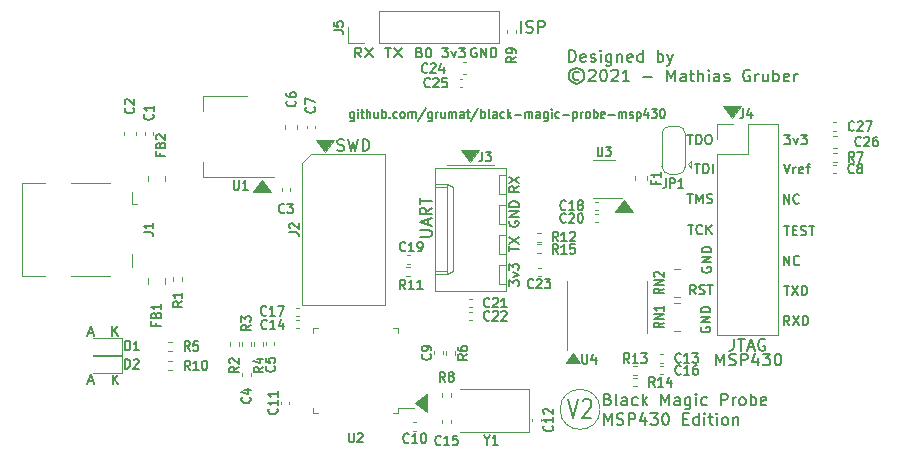
<source format=gto>
G04 #@! TF.GenerationSoftware,KiCad,Pcbnew,(5.1.10)-1*
G04 #@! TF.CreationDate,2021-07-15T21:28:37+02:00*
G04 #@! TF.ProjectId,MSPBMP,4d535042-4d50-42e6-9b69-6361645f7063,rev?*
G04 #@! TF.SameCoordinates,Original*
G04 #@! TF.FileFunction,Legend,Top*
G04 #@! TF.FilePolarity,Positive*
%FSLAX46Y46*%
G04 Gerber Fmt 4.6, Leading zero omitted, Abs format (unit mm)*
G04 Created by KiCad (PCBNEW (5.1.10)-1) date 2021-07-15 21:28:37*
%MOMM*%
%LPD*%
G01*
G04 APERTURE LIST*
%ADD10C,0.120000*%
%ADD11C,0.100000*%
%ADD12C,0.203200*%
%ADD13C,0.152400*%
%ADD14C,0.150000*%
%ADD15C,0.200000*%
%ADD16C,1.200000*%
%ADD17O,1.900000X1.900000*%
%ADD18C,4.200000*%
%ADD19O,2.390000X1.940000*%
G04 APERTURE END LIST*
D10*
X110691892Y-85091892D02*
G75*
G03*
X110691892Y-85091892I-1691892J0D01*
G01*
D11*
G36*
X113512000Y-68391000D02*
G01*
X111988000Y-68391000D01*
X112750000Y-67375000D01*
X113512000Y-68391000D01*
G37*
X113512000Y-68391000D02*
X111988000Y-68391000D01*
X112750000Y-67375000D01*
X113512000Y-68391000D01*
G36*
X82862000Y-66691000D02*
G01*
X81338000Y-66691000D01*
X82100000Y-65675000D01*
X82862000Y-66691000D01*
G37*
X82862000Y-66691000D02*
X81338000Y-66691000D01*
X82100000Y-65675000D01*
X82862000Y-66691000D01*
D12*
X108021904Y-84234790D02*
X108445238Y-85860390D01*
X108868571Y-84234790D01*
X109231428Y-84389609D02*
X109291904Y-84312200D01*
X109412857Y-84234790D01*
X109715238Y-84234790D01*
X109836190Y-84312200D01*
X109896666Y-84389609D01*
X109957142Y-84544428D01*
X109957142Y-84699247D01*
X109896666Y-84931476D01*
X109170952Y-85860390D01*
X109957142Y-85860390D01*
D13*
X119243600Y-78119276D02*
X119204895Y-78196685D01*
X119204895Y-78312800D01*
X119243600Y-78428914D01*
X119321009Y-78506323D01*
X119398419Y-78545028D01*
X119553238Y-78583733D01*
X119669352Y-78583733D01*
X119824171Y-78545028D01*
X119901580Y-78506323D01*
X119978990Y-78428914D01*
X120017695Y-78312800D01*
X120017695Y-78235390D01*
X119978990Y-78119276D01*
X119940285Y-78080571D01*
X119669352Y-78080571D01*
X119669352Y-78235390D01*
X120017695Y-77732228D02*
X119204895Y-77732228D01*
X120017695Y-77267771D01*
X119204895Y-77267771D01*
X120017695Y-76880723D02*
X119204895Y-76880723D01*
X119204895Y-76687200D01*
X119243600Y-76571085D01*
X119321009Y-76493676D01*
X119398419Y-76454971D01*
X119553238Y-76416266D01*
X119669352Y-76416266D01*
X119824171Y-76454971D01*
X119901580Y-76493676D01*
X119978990Y-76571085D01*
X120017695Y-76687200D01*
X120017695Y-76880723D01*
X69446623Y-82981195D02*
X69446623Y-82168395D01*
X69911080Y-82981195D02*
X69562738Y-82516738D01*
X69911080Y-82168395D02*
X69446623Y-82632852D01*
X69383123Y-78853695D02*
X69383123Y-78040895D01*
X69847580Y-78853695D02*
X69499238Y-78389238D01*
X69847580Y-78040895D02*
X69383123Y-78505352D01*
X67370476Y-78621466D02*
X67757523Y-78621466D01*
X67293066Y-78853695D02*
X67564000Y-78040895D01*
X67834933Y-78853695D01*
X67370476Y-82685466D02*
X67757523Y-82685466D01*
X67293066Y-82917695D02*
X67564000Y-82104895D01*
X67834933Y-82917695D01*
D14*
X120521904Y-81377380D02*
X120521904Y-80377380D01*
X120855238Y-81091666D01*
X121188571Y-80377380D01*
X121188571Y-81377380D01*
X121617142Y-81329761D02*
X121760000Y-81377380D01*
X121998095Y-81377380D01*
X122093333Y-81329761D01*
X122140952Y-81282142D01*
X122188571Y-81186904D01*
X122188571Y-81091666D01*
X122140952Y-80996428D01*
X122093333Y-80948809D01*
X121998095Y-80901190D01*
X121807619Y-80853571D01*
X121712380Y-80805952D01*
X121664761Y-80758333D01*
X121617142Y-80663095D01*
X121617142Y-80567857D01*
X121664761Y-80472619D01*
X121712380Y-80425000D01*
X121807619Y-80377380D01*
X122045714Y-80377380D01*
X122188571Y-80425000D01*
X122617142Y-81377380D02*
X122617142Y-80377380D01*
X122998095Y-80377380D01*
X123093333Y-80425000D01*
X123140952Y-80472619D01*
X123188571Y-80567857D01*
X123188571Y-80710714D01*
X123140952Y-80805952D01*
X123093333Y-80853571D01*
X122998095Y-80901190D01*
X122617142Y-80901190D01*
X124045714Y-80710714D02*
X124045714Y-81377380D01*
X123807619Y-80329761D02*
X123569523Y-81044047D01*
X124188571Y-81044047D01*
X124474285Y-80377380D02*
X125093333Y-80377380D01*
X124760000Y-80758333D01*
X124902857Y-80758333D01*
X124998095Y-80805952D01*
X125045714Y-80853571D01*
X125093333Y-80948809D01*
X125093333Y-81186904D01*
X125045714Y-81282142D01*
X124998095Y-81329761D01*
X124902857Y-81377380D01*
X124617142Y-81377380D01*
X124521904Y-81329761D01*
X124474285Y-81282142D01*
X125712380Y-80377380D02*
X125807619Y-80377380D01*
X125902857Y-80425000D01*
X125950476Y-80472619D01*
X125998095Y-80567857D01*
X126045714Y-80758333D01*
X126045714Y-80996428D01*
X125998095Y-81186904D01*
X125950476Y-81282142D01*
X125902857Y-81329761D01*
X125807619Y-81377380D01*
X125712380Y-81377380D01*
X125617142Y-81329761D01*
X125569523Y-81282142D01*
X125521904Y-81186904D01*
X125474285Y-80996428D01*
X125474285Y-80758333D01*
X125521904Y-80567857D01*
X125569523Y-80472619D01*
X125617142Y-80425000D01*
X125712380Y-80377380D01*
D13*
X126261371Y-72884695D02*
X126261371Y-72071895D01*
X126725828Y-72884695D01*
X126725828Y-72071895D01*
X127577333Y-72807285D02*
X127538628Y-72845990D01*
X127422514Y-72884695D01*
X127345104Y-72884695D01*
X127228990Y-72845990D01*
X127151580Y-72768580D01*
X127112876Y-72691171D01*
X127074171Y-72536352D01*
X127074171Y-72420238D01*
X127112876Y-72265419D01*
X127151580Y-72188009D01*
X127228990Y-72110600D01*
X127345104Y-72071895D01*
X127422514Y-72071895D01*
X127538628Y-72110600D01*
X127577333Y-72149304D01*
X126236371Y-67677695D02*
X126236371Y-66864895D01*
X126700828Y-67677695D01*
X126700828Y-66864895D01*
X127552333Y-67600285D02*
X127513628Y-67638990D01*
X127397514Y-67677695D01*
X127320104Y-67677695D01*
X127203990Y-67638990D01*
X127126580Y-67561580D01*
X127087876Y-67484171D01*
X127049171Y-67329352D01*
X127049171Y-67213238D01*
X127087876Y-67058419D01*
X127126580Y-66981009D01*
X127203990Y-66903600D01*
X127320104Y-66864895D01*
X127397514Y-66864895D01*
X127513628Y-66903600D01*
X127552333Y-66942304D01*
D11*
G36*
X96066000Y-85312000D02*
G01*
X95050000Y-84550000D01*
X96066000Y-83788000D01*
X96066000Y-85312000D01*
G37*
X96066000Y-85312000D02*
X95050000Y-84550000D01*
X96066000Y-83788000D01*
X96066000Y-85312000D01*
G36*
X121890000Y-60420000D02*
G01*
X121128000Y-59404000D01*
X122652000Y-59404000D01*
X121890000Y-60420000D01*
G37*
X121890000Y-60420000D02*
X121128000Y-59404000D01*
X122652000Y-59404000D01*
X121890000Y-60420000D01*
G36*
X108955000Y-81155000D02*
G01*
X107795000Y-81155000D01*
X108375000Y-80325000D01*
X108955000Y-81155000D01*
G37*
X108955000Y-81155000D02*
X107795000Y-81155000D01*
X108375000Y-80325000D01*
X108955000Y-81155000D01*
G36*
X87410000Y-63270000D02*
G01*
X86648000Y-62254000D01*
X88172000Y-62254000D01*
X87410000Y-63270000D01*
G37*
X87410000Y-63270000D02*
X86648000Y-62254000D01*
X88172000Y-62254000D01*
X87410000Y-63270000D01*
G36*
X99670000Y-64175000D02*
G01*
X98908000Y-63159000D01*
X100432000Y-63159000D01*
X99670000Y-64175000D01*
G37*
X99670000Y-64175000D02*
X98908000Y-63159000D01*
X100432000Y-63159000D01*
X99670000Y-64175000D01*
D13*
X103014895Y-74647619D02*
X103014895Y-74144457D01*
X103324533Y-74415390D01*
X103324533Y-74299276D01*
X103363238Y-74221866D01*
X103401942Y-74183161D01*
X103479352Y-74144457D01*
X103672876Y-74144457D01*
X103750285Y-74183161D01*
X103788990Y-74221866D01*
X103827695Y-74299276D01*
X103827695Y-74531504D01*
X103788990Y-74608914D01*
X103750285Y-74647619D01*
X103285828Y-73873523D02*
X103827695Y-73680000D01*
X103285828Y-73486476D01*
X103014895Y-73254247D02*
X103014895Y-72751085D01*
X103324533Y-73022019D01*
X103324533Y-72905904D01*
X103363238Y-72828495D01*
X103401942Y-72789790D01*
X103479352Y-72751085D01*
X103672876Y-72751085D01*
X103750285Y-72789790D01*
X103788990Y-72828495D01*
X103827695Y-72905904D01*
X103827695Y-73138133D01*
X103788990Y-73215542D01*
X103750285Y-73254247D01*
X103004895Y-71709276D02*
X103004895Y-71244819D01*
X103817695Y-71477047D02*
X103004895Y-71477047D01*
X103004895Y-71051295D02*
X103817695Y-70509428D01*
X103004895Y-70509428D02*
X103817695Y-71051295D01*
X103033600Y-69159276D02*
X102994895Y-69236685D01*
X102994895Y-69352800D01*
X103033600Y-69468914D01*
X103111009Y-69546323D01*
X103188419Y-69585028D01*
X103343238Y-69623733D01*
X103459352Y-69623733D01*
X103614171Y-69585028D01*
X103691580Y-69546323D01*
X103768990Y-69468914D01*
X103807695Y-69352800D01*
X103807695Y-69275390D01*
X103768990Y-69159276D01*
X103730285Y-69120571D01*
X103459352Y-69120571D01*
X103459352Y-69275390D01*
X103807695Y-68772228D02*
X102994895Y-68772228D01*
X103807695Y-68307771D01*
X102994895Y-68307771D01*
X103807695Y-67920723D02*
X102994895Y-67920723D01*
X102994895Y-67727200D01*
X103033600Y-67611085D01*
X103111009Y-67533676D01*
X103188419Y-67494971D01*
X103343238Y-67456266D01*
X103459352Y-67456266D01*
X103614171Y-67494971D01*
X103691580Y-67533676D01*
X103768990Y-67611085D01*
X103807695Y-67727200D01*
X103807695Y-67920723D01*
X103807695Y-66195466D02*
X103420647Y-66466400D01*
X103807695Y-66659923D02*
X102994895Y-66659923D01*
X102994895Y-66350285D01*
X103033600Y-66272876D01*
X103072304Y-66234171D01*
X103149714Y-66195466D01*
X103265828Y-66195466D01*
X103343238Y-66234171D01*
X103381942Y-66272876D01*
X103420647Y-66350285D01*
X103420647Y-66659923D01*
X102994895Y-65924533D02*
X103807695Y-65382666D01*
X102994895Y-65382666D02*
X103807695Y-65924533D01*
X89862133Y-59900828D02*
X89862133Y-60558809D01*
X89828266Y-60636219D01*
X89794400Y-60674923D01*
X89726666Y-60713628D01*
X89625066Y-60713628D01*
X89557333Y-60674923D01*
X89862133Y-60403990D02*
X89794400Y-60442695D01*
X89658933Y-60442695D01*
X89591200Y-60403990D01*
X89557333Y-60365285D01*
X89523466Y-60287876D01*
X89523466Y-60055647D01*
X89557333Y-59978238D01*
X89591200Y-59939533D01*
X89658933Y-59900828D01*
X89794400Y-59900828D01*
X89862133Y-59939533D01*
X90200800Y-60442695D02*
X90200800Y-59900828D01*
X90200800Y-59629895D02*
X90166933Y-59668600D01*
X90200800Y-59707304D01*
X90234666Y-59668600D01*
X90200800Y-59629895D01*
X90200800Y-59707304D01*
X90437866Y-59900828D02*
X90708800Y-59900828D01*
X90539466Y-59629895D02*
X90539466Y-60326580D01*
X90573333Y-60403990D01*
X90641066Y-60442695D01*
X90708800Y-60442695D01*
X90945866Y-60442695D02*
X90945866Y-59629895D01*
X91250666Y-60442695D02*
X91250666Y-60016942D01*
X91216800Y-59939533D01*
X91149066Y-59900828D01*
X91047466Y-59900828D01*
X90979733Y-59939533D01*
X90945866Y-59978238D01*
X91894133Y-59900828D02*
X91894133Y-60442695D01*
X91589333Y-59900828D02*
X91589333Y-60326580D01*
X91623200Y-60403990D01*
X91690933Y-60442695D01*
X91792533Y-60442695D01*
X91860266Y-60403990D01*
X91894133Y-60365285D01*
X92232800Y-60442695D02*
X92232800Y-59629895D01*
X92232800Y-59939533D02*
X92300533Y-59900828D01*
X92436000Y-59900828D01*
X92503733Y-59939533D01*
X92537600Y-59978238D01*
X92571466Y-60055647D01*
X92571466Y-60287876D01*
X92537600Y-60365285D01*
X92503733Y-60403990D01*
X92436000Y-60442695D01*
X92300533Y-60442695D01*
X92232800Y-60403990D01*
X92876266Y-60365285D02*
X92910133Y-60403990D01*
X92876266Y-60442695D01*
X92842400Y-60403990D01*
X92876266Y-60365285D01*
X92876266Y-60442695D01*
X93519733Y-60403990D02*
X93452000Y-60442695D01*
X93316533Y-60442695D01*
X93248800Y-60403990D01*
X93214933Y-60365285D01*
X93181066Y-60287876D01*
X93181066Y-60055647D01*
X93214933Y-59978238D01*
X93248800Y-59939533D01*
X93316533Y-59900828D01*
X93452000Y-59900828D01*
X93519733Y-59939533D01*
X93926133Y-60442695D02*
X93858400Y-60403990D01*
X93824533Y-60365285D01*
X93790666Y-60287876D01*
X93790666Y-60055647D01*
X93824533Y-59978238D01*
X93858400Y-59939533D01*
X93926133Y-59900828D01*
X94027733Y-59900828D01*
X94095466Y-59939533D01*
X94129333Y-59978238D01*
X94163200Y-60055647D01*
X94163200Y-60287876D01*
X94129333Y-60365285D01*
X94095466Y-60403990D01*
X94027733Y-60442695D01*
X93926133Y-60442695D01*
X94468000Y-60442695D02*
X94468000Y-59900828D01*
X94468000Y-59978238D02*
X94501866Y-59939533D01*
X94569600Y-59900828D01*
X94671200Y-59900828D01*
X94738933Y-59939533D01*
X94772800Y-60016942D01*
X94772800Y-60442695D01*
X94772800Y-60016942D02*
X94806666Y-59939533D01*
X94874400Y-59900828D01*
X94976000Y-59900828D01*
X95043733Y-59939533D01*
X95077600Y-60016942D01*
X95077600Y-60442695D01*
X95924266Y-59591190D02*
X95314666Y-60636219D01*
X96466133Y-59900828D02*
X96466133Y-60558809D01*
X96432266Y-60636219D01*
X96398400Y-60674923D01*
X96330666Y-60713628D01*
X96229066Y-60713628D01*
X96161333Y-60674923D01*
X96466133Y-60403990D02*
X96398400Y-60442695D01*
X96262933Y-60442695D01*
X96195200Y-60403990D01*
X96161333Y-60365285D01*
X96127466Y-60287876D01*
X96127466Y-60055647D01*
X96161333Y-59978238D01*
X96195200Y-59939533D01*
X96262933Y-59900828D01*
X96398400Y-59900828D01*
X96466133Y-59939533D01*
X96804800Y-60442695D02*
X96804800Y-59900828D01*
X96804800Y-60055647D02*
X96838666Y-59978238D01*
X96872533Y-59939533D01*
X96940266Y-59900828D01*
X97008000Y-59900828D01*
X97549866Y-59900828D02*
X97549866Y-60442695D01*
X97245066Y-59900828D02*
X97245066Y-60326580D01*
X97278933Y-60403990D01*
X97346666Y-60442695D01*
X97448266Y-60442695D01*
X97516000Y-60403990D01*
X97549866Y-60365285D01*
X97888533Y-60442695D02*
X97888533Y-59900828D01*
X97888533Y-59978238D02*
X97922400Y-59939533D01*
X97990133Y-59900828D01*
X98091733Y-59900828D01*
X98159466Y-59939533D01*
X98193333Y-60016942D01*
X98193333Y-60442695D01*
X98193333Y-60016942D02*
X98227200Y-59939533D01*
X98294933Y-59900828D01*
X98396533Y-59900828D01*
X98464266Y-59939533D01*
X98498133Y-60016942D01*
X98498133Y-60442695D01*
X99141600Y-60442695D02*
X99141600Y-60016942D01*
X99107733Y-59939533D01*
X99040000Y-59900828D01*
X98904533Y-59900828D01*
X98836800Y-59939533D01*
X99141600Y-60403990D02*
X99073866Y-60442695D01*
X98904533Y-60442695D01*
X98836800Y-60403990D01*
X98802933Y-60326580D01*
X98802933Y-60249171D01*
X98836800Y-60171761D01*
X98904533Y-60133057D01*
X99073866Y-60133057D01*
X99141600Y-60094352D01*
X99378666Y-59900828D02*
X99649600Y-59900828D01*
X99480266Y-59629895D02*
X99480266Y-60326580D01*
X99514133Y-60403990D01*
X99581866Y-60442695D01*
X99649600Y-60442695D01*
X100394666Y-59591190D02*
X99785066Y-60636219D01*
X100631733Y-60442695D02*
X100631733Y-59629895D01*
X100631733Y-59939533D02*
X100699466Y-59900828D01*
X100834933Y-59900828D01*
X100902666Y-59939533D01*
X100936533Y-59978238D01*
X100970400Y-60055647D01*
X100970400Y-60287876D01*
X100936533Y-60365285D01*
X100902666Y-60403990D01*
X100834933Y-60442695D01*
X100699466Y-60442695D01*
X100631733Y-60403990D01*
X101376800Y-60442695D02*
X101309066Y-60403990D01*
X101275200Y-60326580D01*
X101275200Y-59629895D01*
X101952533Y-60442695D02*
X101952533Y-60016942D01*
X101918666Y-59939533D01*
X101850933Y-59900828D01*
X101715466Y-59900828D01*
X101647733Y-59939533D01*
X101952533Y-60403990D02*
X101884800Y-60442695D01*
X101715466Y-60442695D01*
X101647733Y-60403990D01*
X101613866Y-60326580D01*
X101613866Y-60249171D01*
X101647733Y-60171761D01*
X101715466Y-60133057D01*
X101884800Y-60133057D01*
X101952533Y-60094352D01*
X102596000Y-60403990D02*
X102528266Y-60442695D01*
X102392800Y-60442695D01*
X102325066Y-60403990D01*
X102291200Y-60365285D01*
X102257333Y-60287876D01*
X102257333Y-60055647D01*
X102291200Y-59978238D01*
X102325066Y-59939533D01*
X102392800Y-59900828D01*
X102528266Y-59900828D01*
X102596000Y-59939533D01*
X102900800Y-60442695D02*
X102900800Y-59629895D01*
X102968533Y-60133057D02*
X103171733Y-60442695D01*
X103171733Y-59900828D02*
X102900800Y-60210466D01*
X103476533Y-60133057D02*
X104018400Y-60133057D01*
X104357066Y-60442695D02*
X104357066Y-59900828D01*
X104357066Y-59978238D02*
X104390933Y-59939533D01*
X104458666Y-59900828D01*
X104560266Y-59900828D01*
X104628000Y-59939533D01*
X104661866Y-60016942D01*
X104661866Y-60442695D01*
X104661866Y-60016942D02*
X104695733Y-59939533D01*
X104763466Y-59900828D01*
X104865066Y-59900828D01*
X104932800Y-59939533D01*
X104966666Y-60016942D01*
X104966666Y-60442695D01*
X105610133Y-60442695D02*
X105610133Y-60016942D01*
X105576266Y-59939533D01*
X105508533Y-59900828D01*
X105373066Y-59900828D01*
X105305333Y-59939533D01*
X105610133Y-60403990D02*
X105542400Y-60442695D01*
X105373066Y-60442695D01*
X105305333Y-60403990D01*
X105271466Y-60326580D01*
X105271466Y-60249171D01*
X105305333Y-60171761D01*
X105373066Y-60133057D01*
X105542400Y-60133057D01*
X105610133Y-60094352D01*
X106253600Y-59900828D02*
X106253600Y-60558809D01*
X106219733Y-60636219D01*
X106185866Y-60674923D01*
X106118133Y-60713628D01*
X106016533Y-60713628D01*
X105948800Y-60674923D01*
X106253600Y-60403990D02*
X106185866Y-60442695D01*
X106050400Y-60442695D01*
X105982666Y-60403990D01*
X105948800Y-60365285D01*
X105914933Y-60287876D01*
X105914933Y-60055647D01*
X105948800Y-59978238D01*
X105982666Y-59939533D01*
X106050400Y-59900828D01*
X106185866Y-59900828D01*
X106253600Y-59939533D01*
X106592266Y-60442695D02*
X106592266Y-59900828D01*
X106592266Y-59629895D02*
X106558400Y-59668600D01*
X106592266Y-59707304D01*
X106626133Y-59668600D01*
X106592266Y-59629895D01*
X106592266Y-59707304D01*
X107235733Y-60403990D02*
X107168000Y-60442695D01*
X107032533Y-60442695D01*
X106964800Y-60403990D01*
X106930933Y-60365285D01*
X106897066Y-60287876D01*
X106897066Y-60055647D01*
X106930933Y-59978238D01*
X106964800Y-59939533D01*
X107032533Y-59900828D01*
X107168000Y-59900828D01*
X107235733Y-59939533D01*
X107540533Y-60133057D02*
X108082400Y-60133057D01*
X108421066Y-59900828D02*
X108421066Y-60713628D01*
X108421066Y-59939533D02*
X108488800Y-59900828D01*
X108624266Y-59900828D01*
X108692000Y-59939533D01*
X108725866Y-59978238D01*
X108759733Y-60055647D01*
X108759733Y-60287876D01*
X108725866Y-60365285D01*
X108692000Y-60403990D01*
X108624266Y-60442695D01*
X108488800Y-60442695D01*
X108421066Y-60403990D01*
X109064533Y-60442695D02*
X109064533Y-59900828D01*
X109064533Y-60055647D02*
X109098400Y-59978238D01*
X109132266Y-59939533D01*
X109200000Y-59900828D01*
X109267733Y-59900828D01*
X109606400Y-60442695D02*
X109538666Y-60403990D01*
X109504800Y-60365285D01*
X109470933Y-60287876D01*
X109470933Y-60055647D01*
X109504800Y-59978238D01*
X109538666Y-59939533D01*
X109606400Y-59900828D01*
X109708000Y-59900828D01*
X109775733Y-59939533D01*
X109809600Y-59978238D01*
X109843466Y-60055647D01*
X109843466Y-60287876D01*
X109809600Y-60365285D01*
X109775733Y-60403990D01*
X109708000Y-60442695D01*
X109606400Y-60442695D01*
X110148266Y-60442695D02*
X110148266Y-59629895D01*
X110148266Y-59939533D02*
X110216000Y-59900828D01*
X110351466Y-59900828D01*
X110419200Y-59939533D01*
X110453066Y-59978238D01*
X110486933Y-60055647D01*
X110486933Y-60287876D01*
X110453066Y-60365285D01*
X110419200Y-60403990D01*
X110351466Y-60442695D01*
X110216000Y-60442695D01*
X110148266Y-60403990D01*
X111062666Y-60403990D02*
X110994933Y-60442695D01*
X110859466Y-60442695D01*
X110791733Y-60403990D01*
X110757866Y-60326580D01*
X110757866Y-60016942D01*
X110791733Y-59939533D01*
X110859466Y-59900828D01*
X110994933Y-59900828D01*
X111062666Y-59939533D01*
X111096533Y-60016942D01*
X111096533Y-60094352D01*
X110757866Y-60171761D01*
X111401333Y-60133057D02*
X111943200Y-60133057D01*
X112281866Y-60442695D02*
X112281866Y-59900828D01*
X112281866Y-59978238D02*
X112315733Y-59939533D01*
X112383466Y-59900828D01*
X112485066Y-59900828D01*
X112552800Y-59939533D01*
X112586666Y-60016942D01*
X112586666Y-60442695D01*
X112586666Y-60016942D02*
X112620533Y-59939533D01*
X112688266Y-59900828D01*
X112789866Y-59900828D01*
X112857600Y-59939533D01*
X112891466Y-60016942D01*
X112891466Y-60442695D01*
X113196266Y-60403990D02*
X113264000Y-60442695D01*
X113399466Y-60442695D01*
X113467200Y-60403990D01*
X113501066Y-60326580D01*
X113501066Y-60287876D01*
X113467200Y-60210466D01*
X113399466Y-60171761D01*
X113297866Y-60171761D01*
X113230133Y-60133057D01*
X113196266Y-60055647D01*
X113196266Y-60016942D01*
X113230133Y-59939533D01*
X113297866Y-59900828D01*
X113399466Y-59900828D01*
X113467200Y-59939533D01*
X113805866Y-59900828D02*
X113805866Y-60713628D01*
X113805866Y-59939533D02*
X113873600Y-59900828D01*
X114009066Y-59900828D01*
X114076800Y-59939533D01*
X114110666Y-59978238D01*
X114144533Y-60055647D01*
X114144533Y-60287876D01*
X114110666Y-60365285D01*
X114076800Y-60403990D01*
X114009066Y-60442695D01*
X113873600Y-60442695D01*
X113805866Y-60403990D01*
X114754133Y-59900828D02*
X114754133Y-60442695D01*
X114584800Y-59591190D02*
X114415466Y-60171761D01*
X114855733Y-60171761D01*
X115058933Y-59629895D02*
X115499200Y-59629895D01*
X115262133Y-59939533D01*
X115363733Y-59939533D01*
X115431466Y-59978238D01*
X115465333Y-60016942D01*
X115499200Y-60094352D01*
X115499200Y-60287876D01*
X115465333Y-60365285D01*
X115431466Y-60403990D01*
X115363733Y-60442695D01*
X115160533Y-60442695D01*
X115092800Y-60403990D01*
X115058933Y-60365285D01*
X115939466Y-59629895D02*
X116007200Y-59629895D01*
X116074933Y-59668600D01*
X116108800Y-59707304D01*
X116142666Y-59784714D01*
X116176533Y-59939533D01*
X116176533Y-60133057D01*
X116142666Y-60287876D01*
X116108800Y-60365285D01*
X116074933Y-60403990D01*
X116007200Y-60442695D01*
X115939466Y-60442695D01*
X115871733Y-60403990D01*
X115837866Y-60365285D01*
X115804000Y-60287876D01*
X115770133Y-60133057D01*
X115770133Y-59939533D01*
X115804000Y-59784714D01*
X115837866Y-59707304D01*
X115871733Y-59668600D01*
X115939466Y-59629895D01*
D14*
X108085595Y-55677380D02*
X108085595Y-54677380D01*
X108323690Y-54677380D01*
X108466547Y-54725000D01*
X108561785Y-54820238D01*
X108609404Y-54915476D01*
X108657023Y-55105952D01*
X108657023Y-55248809D01*
X108609404Y-55439285D01*
X108561785Y-55534523D01*
X108466547Y-55629761D01*
X108323690Y-55677380D01*
X108085595Y-55677380D01*
X109466547Y-55629761D02*
X109371309Y-55677380D01*
X109180833Y-55677380D01*
X109085595Y-55629761D01*
X109037976Y-55534523D01*
X109037976Y-55153571D01*
X109085595Y-55058333D01*
X109180833Y-55010714D01*
X109371309Y-55010714D01*
X109466547Y-55058333D01*
X109514166Y-55153571D01*
X109514166Y-55248809D01*
X109037976Y-55344047D01*
X109895119Y-55629761D02*
X109990357Y-55677380D01*
X110180833Y-55677380D01*
X110276071Y-55629761D01*
X110323690Y-55534523D01*
X110323690Y-55486904D01*
X110276071Y-55391666D01*
X110180833Y-55344047D01*
X110037976Y-55344047D01*
X109942738Y-55296428D01*
X109895119Y-55201190D01*
X109895119Y-55153571D01*
X109942738Y-55058333D01*
X110037976Y-55010714D01*
X110180833Y-55010714D01*
X110276071Y-55058333D01*
X110752261Y-55677380D02*
X110752261Y-55010714D01*
X110752261Y-54677380D02*
X110704642Y-54725000D01*
X110752261Y-54772619D01*
X110799880Y-54725000D01*
X110752261Y-54677380D01*
X110752261Y-54772619D01*
X111657023Y-55010714D02*
X111657023Y-55820238D01*
X111609404Y-55915476D01*
X111561785Y-55963095D01*
X111466547Y-56010714D01*
X111323690Y-56010714D01*
X111228452Y-55963095D01*
X111657023Y-55629761D02*
X111561785Y-55677380D01*
X111371309Y-55677380D01*
X111276071Y-55629761D01*
X111228452Y-55582142D01*
X111180833Y-55486904D01*
X111180833Y-55201190D01*
X111228452Y-55105952D01*
X111276071Y-55058333D01*
X111371309Y-55010714D01*
X111561785Y-55010714D01*
X111657023Y-55058333D01*
X112133214Y-55010714D02*
X112133214Y-55677380D01*
X112133214Y-55105952D02*
X112180833Y-55058333D01*
X112276071Y-55010714D01*
X112418928Y-55010714D01*
X112514166Y-55058333D01*
X112561785Y-55153571D01*
X112561785Y-55677380D01*
X113418928Y-55629761D02*
X113323690Y-55677380D01*
X113133214Y-55677380D01*
X113037976Y-55629761D01*
X112990357Y-55534523D01*
X112990357Y-55153571D01*
X113037976Y-55058333D01*
X113133214Y-55010714D01*
X113323690Y-55010714D01*
X113418928Y-55058333D01*
X113466547Y-55153571D01*
X113466547Y-55248809D01*
X112990357Y-55344047D01*
X114323690Y-55677380D02*
X114323690Y-54677380D01*
X114323690Y-55629761D02*
X114228452Y-55677380D01*
X114037976Y-55677380D01*
X113942738Y-55629761D01*
X113895119Y-55582142D01*
X113847500Y-55486904D01*
X113847500Y-55201190D01*
X113895119Y-55105952D01*
X113942738Y-55058333D01*
X114037976Y-55010714D01*
X114228452Y-55010714D01*
X114323690Y-55058333D01*
X115561785Y-55677380D02*
X115561785Y-54677380D01*
X115561785Y-55058333D02*
X115657023Y-55010714D01*
X115847500Y-55010714D01*
X115942738Y-55058333D01*
X115990357Y-55105952D01*
X116037976Y-55201190D01*
X116037976Y-55486904D01*
X115990357Y-55582142D01*
X115942738Y-55629761D01*
X115847500Y-55677380D01*
X115657023Y-55677380D01*
X115561785Y-55629761D01*
X116371309Y-55010714D02*
X116609404Y-55677380D01*
X116847500Y-55010714D02*
X116609404Y-55677380D01*
X116514166Y-55915476D01*
X116466547Y-55963095D01*
X116371309Y-56010714D01*
X108895119Y-56565476D02*
X108799880Y-56517857D01*
X108609404Y-56517857D01*
X108514166Y-56565476D01*
X108418928Y-56660714D01*
X108371309Y-56755952D01*
X108371309Y-56946428D01*
X108418928Y-57041666D01*
X108514166Y-57136904D01*
X108609404Y-57184523D01*
X108799880Y-57184523D01*
X108895119Y-57136904D01*
X108704642Y-56184523D02*
X108466547Y-56232142D01*
X108228452Y-56375000D01*
X108085595Y-56613095D01*
X108037976Y-56851190D01*
X108085595Y-57089285D01*
X108228452Y-57327380D01*
X108466547Y-57470238D01*
X108704642Y-57517857D01*
X108942738Y-57470238D01*
X109180833Y-57327380D01*
X109323690Y-57089285D01*
X109371309Y-56851190D01*
X109323690Y-56613095D01*
X109180833Y-56375000D01*
X108942738Y-56232142D01*
X108704642Y-56184523D01*
X109752261Y-56422619D02*
X109799880Y-56375000D01*
X109895119Y-56327380D01*
X110133214Y-56327380D01*
X110228452Y-56375000D01*
X110276071Y-56422619D01*
X110323690Y-56517857D01*
X110323690Y-56613095D01*
X110276071Y-56755952D01*
X109704642Y-57327380D01*
X110323690Y-57327380D01*
X110942738Y-56327380D02*
X111037976Y-56327380D01*
X111133214Y-56375000D01*
X111180833Y-56422619D01*
X111228452Y-56517857D01*
X111276071Y-56708333D01*
X111276071Y-56946428D01*
X111228452Y-57136904D01*
X111180833Y-57232142D01*
X111133214Y-57279761D01*
X111037976Y-57327380D01*
X110942738Y-57327380D01*
X110847500Y-57279761D01*
X110799880Y-57232142D01*
X110752261Y-57136904D01*
X110704642Y-56946428D01*
X110704642Y-56708333D01*
X110752261Y-56517857D01*
X110799880Y-56422619D01*
X110847500Y-56375000D01*
X110942738Y-56327380D01*
X111657023Y-56422619D02*
X111704642Y-56375000D01*
X111799880Y-56327380D01*
X112037976Y-56327380D01*
X112133214Y-56375000D01*
X112180833Y-56422619D01*
X112228452Y-56517857D01*
X112228452Y-56613095D01*
X112180833Y-56755952D01*
X111609404Y-57327380D01*
X112228452Y-57327380D01*
X113180833Y-57327380D02*
X112609404Y-57327380D01*
X112895119Y-57327380D02*
X112895119Y-56327380D01*
X112799880Y-56470238D01*
X112704642Y-56565476D01*
X112609404Y-56613095D01*
X114371309Y-56946428D02*
X115133214Y-56946428D01*
X116371309Y-57327380D02*
X116371309Y-56327380D01*
X116704642Y-57041666D01*
X117037976Y-56327380D01*
X117037976Y-57327380D01*
X117942738Y-57327380D02*
X117942738Y-56803571D01*
X117895119Y-56708333D01*
X117799880Y-56660714D01*
X117609404Y-56660714D01*
X117514166Y-56708333D01*
X117942738Y-57279761D02*
X117847500Y-57327380D01*
X117609404Y-57327380D01*
X117514166Y-57279761D01*
X117466547Y-57184523D01*
X117466547Y-57089285D01*
X117514166Y-56994047D01*
X117609404Y-56946428D01*
X117847500Y-56946428D01*
X117942738Y-56898809D01*
X118276071Y-56660714D02*
X118657023Y-56660714D01*
X118418928Y-56327380D02*
X118418928Y-57184523D01*
X118466547Y-57279761D01*
X118561785Y-57327380D01*
X118657023Y-57327380D01*
X118990357Y-57327380D02*
X118990357Y-56327380D01*
X119418928Y-57327380D02*
X119418928Y-56803571D01*
X119371309Y-56708333D01*
X119276071Y-56660714D01*
X119133214Y-56660714D01*
X119037976Y-56708333D01*
X118990357Y-56755952D01*
X119895119Y-57327380D02*
X119895119Y-56660714D01*
X119895119Y-56327380D02*
X119847500Y-56375000D01*
X119895119Y-56422619D01*
X119942738Y-56375000D01*
X119895119Y-56327380D01*
X119895119Y-56422619D01*
X120799880Y-57327380D02*
X120799880Y-56803571D01*
X120752261Y-56708333D01*
X120657023Y-56660714D01*
X120466547Y-56660714D01*
X120371309Y-56708333D01*
X120799880Y-57279761D02*
X120704642Y-57327380D01*
X120466547Y-57327380D01*
X120371309Y-57279761D01*
X120323690Y-57184523D01*
X120323690Y-57089285D01*
X120371309Y-56994047D01*
X120466547Y-56946428D01*
X120704642Y-56946428D01*
X120799880Y-56898809D01*
X121228452Y-57279761D02*
X121323690Y-57327380D01*
X121514166Y-57327380D01*
X121609404Y-57279761D01*
X121657023Y-57184523D01*
X121657023Y-57136904D01*
X121609404Y-57041666D01*
X121514166Y-56994047D01*
X121371309Y-56994047D01*
X121276071Y-56946428D01*
X121228452Y-56851190D01*
X121228452Y-56803571D01*
X121276071Y-56708333D01*
X121371309Y-56660714D01*
X121514166Y-56660714D01*
X121609404Y-56708333D01*
X123371309Y-56375000D02*
X123276071Y-56327380D01*
X123133214Y-56327380D01*
X122990357Y-56375000D01*
X122895119Y-56470238D01*
X122847500Y-56565476D01*
X122799880Y-56755952D01*
X122799880Y-56898809D01*
X122847500Y-57089285D01*
X122895119Y-57184523D01*
X122990357Y-57279761D01*
X123133214Y-57327380D01*
X123228452Y-57327380D01*
X123371309Y-57279761D01*
X123418928Y-57232142D01*
X123418928Y-56898809D01*
X123228452Y-56898809D01*
X123847500Y-57327380D02*
X123847500Y-56660714D01*
X123847500Y-56851190D02*
X123895119Y-56755952D01*
X123942738Y-56708333D01*
X124037976Y-56660714D01*
X124133214Y-56660714D01*
X124895119Y-56660714D02*
X124895119Y-57327380D01*
X124466547Y-56660714D02*
X124466547Y-57184523D01*
X124514166Y-57279761D01*
X124609404Y-57327380D01*
X124752261Y-57327380D01*
X124847500Y-57279761D01*
X124895119Y-57232142D01*
X125371309Y-57327380D02*
X125371309Y-56327380D01*
X125371309Y-56708333D02*
X125466547Y-56660714D01*
X125657023Y-56660714D01*
X125752261Y-56708333D01*
X125799880Y-56755952D01*
X125847500Y-56851190D01*
X125847500Y-57136904D01*
X125799880Y-57232142D01*
X125752261Y-57279761D01*
X125657023Y-57327380D01*
X125466547Y-57327380D01*
X125371309Y-57279761D01*
X126657023Y-57279761D02*
X126561785Y-57327380D01*
X126371309Y-57327380D01*
X126276071Y-57279761D01*
X126228452Y-57184523D01*
X126228452Y-56803571D01*
X126276071Y-56708333D01*
X126371309Y-56660714D01*
X126561785Y-56660714D01*
X126657023Y-56708333D01*
X126704642Y-56803571D01*
X126704642Y-56898809D01*
X126228452Y-56994047D01*
X127133214Y-57327380D02*
X127133214Y-56660714D01*
X127133214Y-56851190D02*
X127180833Y-56755952D01*
X127228452Y-56708333D01*
X127323690Y-56660714D01*
X127418928Y-56660714D01*
X111343928Y-84228571D02*
X111486785Y-84276190D01*
X111534404Y-84323809D01*
X111582023Y-84419047D01*
X111582023Y-84561904D01*
X111534404Y-84657142D01*
X111486785Y-84704761D01*
X111391547Y-84752380D01*
X111010595Y-84752380D01*
X111010595Y-83752380D01*
X111343928Y-83752380D01*
X111439166Y-83800000D01*
X111486785Y-83847619D01*
X111534404Y-83942857D01*
X111534404Y-84038095D01*
X111486785Y-84133333D01*
X111439166Y-84180952D01*
X111343928Y-84228571D01*
X111010595Y-84228571D01*
X112153452Y-84752380D02*
X112058214Y-84704761D01*
X112010595Y-84609523D01*
X112010595Y-83752380D01*
X112962976Y-84752380D02*
X112962976Y-84228571D01*
X112915357Y-84133333D01*
X112820119Y-84085714D01*
X112629642Y-84085714D01*
X112534404Y-84133333D01*
X112962976Y-84704761D02*
X112867738Y-84752380D01*
X112629642Y-84752380D01*
X112534404Y-84704761D01*
X112486785Y-84609523D01*
X112486785Y-84514285D01*
X112534404Y-84419047D01*
X112629642Y-84371428D01*
X112867738Y-84371428D01*
X112962976Y-84323809D01*
X113867738Y-84704761D02*
X113772500Y-84752380D01*
X113582023Y-84752380D01*
X113486785Y-84704761D01*
X113439166Y-84657142D01*
X113391547Y-84561904D01*
X113391547Y-84276190D01*
X113439166Y-84180952D01*
X113486785Y-84133333D01*
X113582023Y-84085714D01*
X113772500Y-84085714D01*
X113867738Y-84133333D01*
X114296309Y-84752380D02*
X114296309Y-83752380D01*
X114391547Y-84371428D02*
X114677261Y-84752380D01*
X114677261Y-84085714D02*
X114296309Y-84466666D01*
X115867738Y-84752380D02*
X115867738Y-83752380D01*
X116201071Y-84466666D01*
X116534404Y-83752380D01*
X116534404Y-84752380D01*
X117439166Y-84752380D02*
X117439166Y-84228571D01*
X117391547Y-84133333D01*
X117296309Y-84085714D01*
X117105833Y-84085714D01*
X117010595Y-84133333D01*
X117439166Y-84704761D02*
X117343928Y-84752380D01*
X117105833Y-84752380D01*
X117010595Y-84704761D01*
X116962976Y-84609523D01*
X116962976Y-84514285D01*
X117010595Y-84419047D01*
X117105833Y-84371428D01*
X117343928Y-84371428D01*
X117439166Y-84323809D01*
X118343928Y-84085714D02*
X118343928Y-84895238D01*
X118296309Y-84990476D01*
X118248690Y-85038095D01*
X118153452Y-85085714D01*
X118010595Y-85085714D01*
X117915357Y-85038095D01*
X118343928Y-84704761D02*
X118248690Y-84752380D01*
X118058214Y-84752380D01*
X117962976Y-84704761D01*
X117915357Y-84657142D01*
X117867738Y-84561904D01*
X117867738Y-84276190D01*
X117915357Y-84180952D01*
X117962976Y-84133333D01*
X118058214Y-84085714D01*
X118248690Y-84085714D01*
X118343928Y-84133333D01*
X118820119Y-84752380D02*
X118820119Y-84085714D01*
X118820119Y-83752380D02*
X118772500Y-83800000D01*
X118820119Y-83847619D01*
X118867738Y-83800000D01*
X118820119Y-83752380D01*
X118820119Y-83847619D01*
X119724880Y-84704761D02*
X119629642Y-84752380D01*
X119439166Y-84752380D01*
X119343928Y-84704761D01*
X119296309Y-84657142D01*
X119248690Y-84561904D01*
X119248690Y-84276190D01*
X119296309Y-84180952D01*
X119343928Y-84133333D01*
X119439166Y-84085714D01*
X119629642Y-84085714D01*
X119724880Y-84133333D01*
X120915357Y-84752380D02*
X120915357Y-83752380D01*
X121296309Y-83752380D01*
X121391547Y-83800000D01*
X121439166Y-83847619D01*
X121486785Y-83942857D01*
X121486785Y-84085714D01*
X121439166Y-84180952D01*
X121391547Y-84228571D01*
X121296309Y-84276190D01*
X120915357Y-84276190D01*
X121915357Y-84752380D02*
X121915357Y-84085714D01*
X121915357Y-84276190D02*
X121962976Y-84180952D01*
X122010595Y-84133333D01*
X122105833Y-84085714D01*
X122201071Y-84085714D01*
X122677261Y-84752380D02*
X122582023Y-84704761D01*
X122534404Y-84657142D01*
X122486785Y-84561904D01*
X122486785Y-84276190D01*
X122534404Y-84180952D01*
X122582023Y-84133333D01*
X122677261Y-84085714D01*
X122820119Y-84085714D01*
X122915357Y-84133333D01*
X122962976Y-84180952D01*
X123010595Y-84276190D01*
X123010595Y-84561904D01*
X122962976Y-84657142D01*
X122915357Y-84704761D01*
X122820119Y-84752380D01*
X122677261Y-84752380D01*
X123439166Y-84752380D02*
X123439166Y-83752380D01*
X123439166Y-84133333D02*
X123534404Y-84085714D01*
X123724880Y-84085714D01*
X123820119Y-84133333D01*
X123867738Y-84180952D01*
X123915357Y-84276190D01*
X123915357Y-84561904D01*
X123867738Y-84657142D01*
X123820119Y-84704761D01*
X123724880Y-84752380D01*
X123534404Y-84752380D01*
X123439166Y-84704761D01*
X124724880Y-84704761D02*
X124629642Y-84752380D01*
X124439166Y-84752380D01*
X124343928Y-84704761D01*
X124296309Y-84609523D01*
X124296309Y-84228571D01*
X124343928Y-84133333D01*
X124439166Y-84085714D01*
X124629642Y-84085714D01*
X124724880Y-84133333D01*
X124772500Y-84228571D01*
X124772500Y-84323809D01*
X124296309Y-84419047D01*
X111010595Y-86402380D02*
X111010595Y-85402380D01*
X111343928Y-86116666D01*
X111677261Y-85402380D01*
X111677261Y-86402380D01*
X112105833Y-86354761D02*
X112248690Y-86402380D01*
X112486785Y-86402380D01*
X112582023Y-86354761D01*
X112629642Y-86307142D01*
X112677261Y-86211904D01*
X112677261Y-86116666D01*
X112629642Y-86021428D01*
X112582023Y-85973809D01*
X112486785Y-85926190D01*
X112296309Y-85878571D01*
X112201071Y-85830952D01*
X112153452Y-85783333D01*
X112105833Y-85688095D01*
X112105833Y-85592857D01*
X112153452Y-85497619D01*
X112201071Y-85450000D01*
X112296309Y-85402380D01*
X112534404Y-85402380D01*
X112677261Y-85450000D01*
X113105833Y-86402380D02*
X113105833Y-85402380D01*
X113486785Y-85402380D01*
X113582023Y-85450000D01*
X113629642Y-85497619D01*
X113677261Y-85592857D01*
X113677261Y-85735714D01*
X113629642Y-85830952D01*
X113582023Y-85878571D01*
X113486785Y-85926190D01*
X113105833Y-85926190D01*
X114534404Y-85735714D02*
X114534404Y-86402380D01*
X114296309Y-85354761D02*
X114058214Y-86069047D01*
X114677261Y-86069047D01*
X114962976Y-85402380D02*
X115582023Y-85402380D01*
X115248690Y-85783333D01*
X115391547Y-85783333D01*
X115486785Y-85830952D01*
X115534404Y-85878571D01*
X115582023Y-85973809D01*
X115582023Y-86211904D01*
X115534404Y-86307142D01*
X115486785Y-86354761D01*
X115391547Y-86402380D01*
X115105833Y-86402380D01*
X115010595Y-86354761D01*
X114962976Y-86307142D01*
X116201071Y-85402380D02*
X116296309Y-85402380D01*
X116391547Y-85450000D01*
X116439166Y-85497619D01*
X116486785Y-85592857D01*
X116534404Y-85783333D01*
X116534404Y-86021428D01*
X116486785Y-86211904D01*
X116439166Y-86307142D01*
X116391547Y-86354761D01*
X116296309Y-86402380D01*
X116201071Y-86402380D01*
X116105833Y-86354761D01*
X116058214Y-86307142D01*
X116010595Y-86211904D01*
X115962976Y-86021428D01*
X115962976Y-85783333D01*
X116010595Y-85592857D01*
X116058214Y-85497619D01*
X116105833Y-85450000D01*
X116201071Y-85402380D01*
X117724880Y-85878571D02*
X118058214Y-85878571D01*
X118201071Y-86402380D02*
X117724880Y-86402380D01*
X117724880Y-85402380D01*
X118201071Y-85402380D01*
X119058214Y-86402380D02*
X119058214Y-85402380D01*
X119058214Y-86354761D02*
X118962976Y-86402380D01*
X118772500Y-86402380D01*
X118677261Y-86354761D01*
X118629642Y-86307142D01*
X118582023Y-86211904D01*
X118582023Y-85926190D01*
X118629642Y-85830952D01*
X118677261Y-85783333D01*
X118772500Y-85735714D01*
X118962976Y-85735714D01*
X119058214Y-85783333D01*
X119534404Y-86402380D02*
X119534404Y-85735714D01*
X119534404Y-85402380D02*
X119486785Y-85450000D01*
X119534404Y-85497619D01*
X119582023Y-85450000D01*
X119534404Y-85402380D01*
X119534404Y-85497619D01*
X119867738Y-85735714D02*
X120248690Y-85735714D01*
X120010595Y-85402380D02*
X120010595Y-86259523D01*
X120058214Y-86354761D01*
X120153452Y-86402380D01*
X120248690Y-86402380D01*
X120582023Y-86402380D02*
X120582023Y-85735714D01*
X120582023Y-85402380D02*
X120534404Y-85450000D01*
X120582023Y-85497619D01*
X120629642Y-85450000D01*
X120582023Y-85402380D01*
X120582023Y-85497619D01*
X121201071Y-86402380D02*
X121105833Y-86354761D01*
X121058214Y-86307142D01*
X121010595Y-86211904D01*
X121010595Y-85926190D01*
X121058214Y-85830952D01*
X121105833Y-85783333D01*
X121201071Y-85735714D01*
X121343928Y-85735714D01*
X121439166Y-85783333D01*
X121486785Y-85830952D01*
X121534404Y-85926190D01*
X121534404Y-86211904D01*
X121486785Y-86307142D01*
X121439166Y-86354761D01*
X121343928Y-86402380D01*
X121201071Y-86402380D01*
X121962976Y-85735714D02*
X121962976Y-86402380D01*
X121962976Y-85830952D02*
X122010595Y-85783333D01*
X122105833Y-85735714D01*
X122248690Y-85735714D01*
X122343928Y-85783333D01*
X122391547Y-85878571D01*
X122391547Y-86402380D01*
D13*
X126733133Y-77964695D02*
X126462200Y-77577647D01*
X126268676Y-77964695D02*
X126268676Y-77151895D01*
X126578314Y-77151895D01*
X126655723Y-77190600D01*
X126694428Y-77229304D01*
X126733133Y-77306714D01*
X126733133Y-77422828D01*
X126694428Y-77500238D01*
X126655723Y-77538942D01*
X126578314Y-77577647D01*
X126268676Y-77577647D01*
X127004066Y-77151895D02*
X127545933Y-77964695D01*
X127545933Y-77151895D02*
X127004066Y-77964695D01*
X127855571Y-77964695D02*
X127855571Y-77151895D01*
X128049095Y-77151895D01*
X128165209Y-77190600D01*
X128242619Y-77268009D01*
X128281323Y-77345419D01*
X128320028Y-77500238D01*
X128320028Y-77616352D01*
X128281323Y-77771171D01*
X128242619Y-77848580D01*
X128165209Y-77925990D01*
X128049095Y-77964695D01*
X127855571Y-77964695D01*
X126249323Y-74604895D02*
X126713780Y-74604895D01*
X126481552Y-75417695D02*
X126481552Y-74604895D01*
X126907304Y-74604895D02*
X127449171Y-75417695D01*
X127449171Y-74604895D02*
X126907304Y-75417695D01*
X127758809Y-75417695D02*
X127758809Y-74604895D01*
X127952333Y-74604895D01*
X128068447Y-74643600D01*
X128145857Y-74721009D01*
X128184561Y-74798419D01*
X128223266Y-74953238D01*
X128223266Y-75069352D01*
X128184561Y-75224171D01*
X128145857Y-75301580D01*
X128068447Y-75378990D01*
X127952333Y-75417695D01*
X127758809Y-75417695D01*
X126253390Y-69529895D02*
X126717847Y-69529895D01*
X126485619Y-70342695D02*
X126485619Y-69529895D01*
X126988780Y-69916942D02*
X127259714Y-69916942D01*
X127375828Y-70342695D02*
X126988780Y-70342695D01*
X126988780Y-69529895D01*
X127375828Y-69529895D01*
X127685466Y-70303990D02*
X127801580Y-70342695D01*
X127995104Y-70342695D01*
X128072514Y-70303990D01*
X128111219Y-70265285D01*
X128149923Y-70187876D01*
X128149923Y-70110466D01*
X128111219Y-70033057D01*
X128072514Y-69994352D01*
X127995104Y-69955647D01*
X127840285Y-69916942D01*
X127762876Y-69878238D01*
X127724171Y-69839533D01*
X127685466Y-69762123D01*
X127685466Y-69684714D01*
X127724171Y-69607304D01*
X127762876Y-69568600D01*
X127840285Y-69529895D01*
X128033809Y-69529895D01*
X128149923Y-69568600D01*
X128382152Y-69529895D02*
X128846609Y-69529895D01*
X128614380Y-70342695D02*
X128614380Y-69529895D01*
X126246914Y-64304895D02*
X126517847Y-65117695D01*
X126788780Y-64304895D01*
X127059714Y-65117695D02*
X127059714Y-64575828D01*
X127059714Y-64730647D02*
X127098419Y-64653238D01*
X127137123Y-64614533D01*
X127214533Y-64575828D01*
X127291942Y-64575828D01*
X127872514Y-65078990D02*
X127795104Y-65117695D01*
X127640285Y-65117695D01*
X127562876Y-65078990D01*
X127524171Y-65001580D01*
X127524171Y-64691942D01*
X127562876Y-64614533D01*
X127640285Y-64575828D01*
X127795104Y-64575828D01*
X127872514Y-64614533D01*
X127911219Y-64691942D01*
X127911219Y-64769352D01*
X127524171Y-64846761D01*
X128143447Y-64575828D02*
X128453085Y-64575828D01*
X128259561Y-65117695D02*
X128259561Y-64421009D01*
X128298266Y-64343600D01*
X128375676Y-64304895D01*
X128453085Y-64304895D01*
X126282380Y-61848395D02*
X126785542Y-61848395D01*
X126514609Y-62158033D01*
X126630723Y-62158033D01*
X126708133Y-62196738D01*
X126746838Y-62235442D01*
X126785542Y-62312852D01*
X126785542Y-62506376D01*
X126746838Y-62583785D01*
X126708133Y-62622490D01*
X126630723Y-62661195D01*
X126398495Y-62661195D01*
X126321085Y-62622490D01*
X126282380Y-62583785D01*
X127056476Y-62119328D02*
X127250000Y-62661195D01*
X127443523Y-62119328D01*
X127675752Y-61848395D02*
X128178914Y-61848395D01*
X127907980Y-62158033D01*
X128024095Y-62158033D01*
X128101504Y-62196738D01*
X128140209Y-62235442D01*
X128178914Y-62312852D01*
X128178914Y-62506376D01*
X128140209Y-62583785D01*
X128101504Y-62622490D01*
X128024095Y-62661195D01*
X127791866Y-62661195D01*
X127714457Y-62622490D01*
X127675752Y-62583785D01*
X118779895Y-75342695D02*
X118508961Y-74955647D01*
X118315438Y-75342695D02*
X118315438Y-74529895D01*
X118625076Y-74529895D01*
X118702485Y-74568600D01*
X118741190Y-74607304D01*
X118779895Y-74684714D01*
X118779895Y-74800828D01*
X118741190Y-74878238D01*
X118702485Y-74916942D01*
X118625076Y-74955647D01*
X118315438Y-74955647D01*
X119089533Y-75303990D02*
X119205647Y-75342695D01*
X119399171Y-75342695D01*
X119476580Y-75303990D01*
X119515285Y-75265285D01*
X119553990Y-75187876D01*
X119553990Y-75110466D01*
X119515285Y-75033057D01*
X119476580Y-74994352D01*
X119399171Y-74955647D01*
X119244352Y-74916942D01*
X119166942Y-74878238D01*
X119128238Y-74839533D01*
X119089533Y-74762123D01*
X119089533Y-74684714D01*
X119128238Y-74607304D01*
X119166942Y-74568600D01*
X119244352Y-74529895D01*
X119437876Y-74529895D01*
X119553990Y-74568600D01*
X119786219Y-74529895D02*
X120250676Y-74529895D01*
X120018447Y-75342695D02*
X120018447Y-74529895D01*
X119343600Y-73044276D02*
X119304895Y-73121685D01*
X119304895Y-73237800D01*
X119343600Y-73353914D01*
X119421009Y-73431323D01*
X119498419Y-73470028D01*
X119653238Y-73508733D01*
X119769352Y-73508733D01*
X119924171Y-73470028D01*
X120001580Y-73431323D01*
X120078990Y-73353914D01*
X120117695Y-73237800D01*
X120117695Y-73160390D01*
X120078990Y-73044276D01*
X120040285Y-73005571D01*
X119769352Y-73005571D01*
X119769352Y-73160390D01*
X120117695Y-72657228D02*
X119304895Y-72657228D01*
X120117695Y-72192771D01*
X119304895Y-72192771D01*
X120117695Y-71805723D02*
X119304895Y-71805723D01*
X119304895Y-71612200D01*
X119343600Y-71496085D01*
X119421009Y-71418676D01*
X119498419Y-71379971D01*
X119653238Y-71341266D01*
X119769352Y-71341266D01*
X119924171Y-71379971D01*
X120001580Y-71418676D01*
X120078990Y-71496085D01*
X120117695Y-71612200D01*
X120117695Y-71805723D01*
X118129971Y-69454895D02*
X118594428Y-69454895D01*
X118362200Y-70267695D02*
X118362200Y-69454895D01*
X119329819Y-70190285D02*
X119291114Y-70228990D01*
X119175000Y-70267695D01*
X119097590Y-70267695D01*
X118981476Y-70228990D01*
X118904066Y-70151580D01*
X118865361Y-70074171D01*
X118826657Y-69919352D01*
X118826657Y-69803238D01*
X118865361Y-69648419D01*
X118904066Y-69571009D01*
X118981476Y-69493600D01*
X119097590Y-69454895D01*
X119175000Y-69454895D01*
X119291114Y-69493600D01*
X119329819Y-69532304D01*
X119678161Y-70267695D02*
X119678161Y-69454895D01*
X120142619Y-70267695D02*
X119794276Y-69803238D01*
X120142619Y-69454895D02*
X119678161Y-69919352D01*
X118091266Y-66829895D02*
X118555723Y-66829895D01*
X118323495Y-67642695D02*
X118323495Y-66829895D01*
X118826657Y-67642695D02*
X118826657Y-66829895D01*
X119097590Y-67410466D01*
X119368523Y-66829895D01*
X119368523Y-67642695D01*
X119716866Y-67603990D02*
X119832980Y-67642695D01*
X120026504Y-67642695D01*
X120103914Y-67603990D01*
X120142619Y-67565285D01*
X120181323Y-67487876D01*
X120181323Y-67410466D01*
X120142619Y-67333057D01*
X120103914Y-67294352D01*
X120026504Y-67255647D01*
X119871685Y-67216942D01*
X119794276Y-67178238D01*
X119755571Y-67139533D01*
X119716866Y-67062123D01*
X119716866Y-66984714D01*
X119755571Y-66907304D01*
X119794276Y-66868600D01*
X119871685Y-66829895D01*
X120065209Y-66829895D01*
X120181323Y-66868600D01*
X118692847Y-64304895D02*
X119157304Y-64304895D01*
X118925076Y-65117695D02*
X118925076Y-64304895D01*
X119428238Y-65117695D02*
X119428238Y-64304895D01*
X119621761Y-64304895D01*
X119737876Y-64343600D01*
X119815285Y-64421009D01*
X119853990Y-64498419D01*
X119892695Y-64653238D01*
X119892695Y-64769352D01*
X119853990Y-64924171D01*
X119815285Y-65001580D01*
X119737876Y-65078990D01*
X119621761Y-65117695D01*
X119428238Y-65117695D01*
X120241038Y-65117695D02*
X120241038Y-64304895D01*
X118085619Y-61829895D02*
X118550076Y-61829895D01*
X118317847Y-62642695D02*
X118317847Y-61829895D01*
X118821009Y-62642695D02*
X118821009Y-61829895D01*
X119014533Y-61829895D01*
X119130647Y-61868600D01*
X119208057Y-61946009D01*
X119246761Y-62023419D01*
X119285466Y-62178238D01*
X119285466Y-62294352D01*
X119246761Y-62449171D01*
X119208057Y-62526580D01*
X119130647Y-62603990D01*
X119014533Y-62642695D01*
X118821009Y-62642695D01*
X119788628Y-61829895D02*
X119943447Y-61829895D01*
X120020857Y-61868600D01*
X120098266Y-61946009D01*
X120136971Y-62100828D01*
X120136971Y-62371761D01*
X120098266Y-62526580D01*
X120020857Y-62603990D01*
X119943447Y-62642695D01*
X119788628Y-62642695D01*
X119711219Y-62603990D01*
X119633809Y-62526580D01*
X119595104Y-62371761D01*
X119595104Y-62100828D01*
X119633809Y-61946009D01*
X119711219Y-61868600D01*
X119788628Y-61829895D01*
D14*
X95427380Y-70495238D02*
X96236904Y-70495238D01*
X96332142Y-70447619D01*
X96379761Y-70400000D01*
X96427380Y-70304761D01*
X96427380Y-70114285D01*
X96379761Y-70019047D01*
X96332142Y-69971428D01*
X96236904Y-69923809D01*
X95427380Y-69923809D01*
X96141666Y-69495238D02*
X96141666Y-69019047D01*
X96427380Y-69590476D02*
X95427380Y-69257142D01*
X96427380Y-68923809D01*
X96427380Y-68019047D02*
X95951190Y-68352380D01*
X96427380Y-68590476D02*
X95427380Y-68590476D01*
X95427380Y-68209523D01*
X95475000Y-68114285D01*
X95522619Y-68066666D01*
X95617857Y-68019047D01*
X95760714Y-68019047D01*
X95855952Y-68066666D01*
X95903571Y-68114285D01*
X95951190Y-68209523D01*
X95951190Y-68590476D01*
X95427380Y-67733333D02*
X95427380Y-67161904D01*
X96427380Y-67447619D02*
X95427380Y-67447619D01*
X88452857Y-63154761D02*
X88595714Y-63202380D01*
X88833809Y-63202380D01*
X88929047Y-63154761D01*
X88976666Y-63107142D01*
X89024285Y-63011904D01*
X89024285Y-62916666D01*
X88976666Y-62821428D01*
X88929047Y-62773809D01*
X88833809Y-62726190D01*
X88643333Y-62678571D01*
X88548095Y-62630952D01*
X88500476Y-62583333D01*
X88452857Y-62488095D01*
X88452857Y-62392857D01*
X88500476Y-62297619D01*
X88548095Y-62250000D01*
X88643333Y-62202380D01*
X88881428Y-62202380D01*
X89024285Y-62250000D01*
X89357619Y-62202380D02*
X89595714Y-63202380D01*
X89786190Y-62488095D01*
X89976666Y-63202380D01*
X90214761Y-62202380D01*
X90595714Y-63202380D02*
X90595714Y-62202380D01*
X90833809Y-62202380D01*
X90976666Y-62250000D01*
X91071904Y-62345238D01*
X91119523Y-62440476D01*
X91167142Y-62630952D01*
X91167142Y-62773809D01*
X91119523Y-62964285D01*
X91071904Y-63059523D01*
X90976666Y-63154761D01*
X90833809Y-63202380D01*
X90595714Y-63202380D01*
X122023333Y-79127380D02*
X122023333Y-79841666D01*
X121975714Y-79984523D01*
X121880476Y-80079761D01*
X121737619Y-80127380D01*
X121642380Y-80127380D01*
X122356666Y-79127380D02*
X122928095Y-79127380D01*
X122642380Y-80127380D02*
X122642380Y-79127380D01*
X123213809Y-79841666D02*
X123690000Y-79841666D01*
X123118571Y-80127380D02*
X123451904Y-79127380D01*
X123785238Y-80127380D01*
X124642380Y-79175000D02*
X124547142Y-79127380D01*
X124404285Y-79127380D01*
X124261428Y-79175000D01*
X124166190Y-79270238D01*
X124118571Y-79365476D01*
X124070952Y-79555952D01*
X124070952Y-79698809D01*
X124118571Y-79889285D01*
X124166190Y-79984523D01*
X124261428Y-80079761D01*
X124404285Y-80127380D01*
X124499523Y-80127380D01*
X124642380Y-80079761D01*
X124690000Y-80032142D01*
X124690000Y-79698809D01*
X124499523Y-79698809D01*
D13*
X90483333Y-55292695D02*
X90150000Y-54905647D01*
X89911904Y-55292695D02*
X89911904Y-54479895D01*
X90292857Y-54479895D01*
X90388095Y-54518600D01*
X90435714Y-54557304D01*
X90483333Y-54634714D01*
X90483333Y-54750828D01*
X90435714Y-54828238D01*
X90388095Y-54866942D01*
X90292857Y-54905647D01*
X89911904Y-54905647D01*
X90816666Y-54479895D02*
X91483333Y-55292695D01*
X91483333Y-54479895D02*
X90816666Y-55292695D01*
X100220723Y-54513600D02*
X100143314Y-54474895D01*
X100027200Y-54474895D01*
X99911085Y-54513600D01*
X99833676Y-54591009D01*
X99794971Y-54668419D01*
X99756266Y-54823238D01*
X99756266Y-54939352D01*
X99794971Y-55094171D01*
X99833676Y-55171580D01*
X99911085Y-55248990D01*
X100027200Y-55287695D01*
X100104609Y-55287695D01*
X100220723Y-55248990D01*
X100259428Y-55210285D01*
X100259428Y-54939352D01*
X100104609Y-54939352D01*
X100607771Y-55287695D02*
X100607771Y-54474895D01*
X101072228Y-55287695D01*
X101072228Y-54474895D01*
X101459276Y-55287695D02*
X101459276Y-54474895D01*
X101652800Y-54474895D01*
X101768914Y-54513600D01*
X101846323Y-54591009D01*
X101885028Y-54668419D01*
X101923733Y-54823238D01*
X101923733Y-54939352D01*
X101885028Y-55094171D01*
X101846323Y-55171580D01*
X101768914Y-55248990D01*
X101652800Y-55287695D01*
X101459276Y-55287695D01*
X97332380Y-54474895D02*
X97835542Y-54474895D01*
X97564609Y-54784533D01*
X97680723Y-54784533D01*
X97758133Y-54823238D01*
X97796838Y-54861942D01*
X97835542Y-54939352D01*
X97835542Y-55132876D01*
X97796838Y-55210285D01*
X97758133Y-55248990D01*
X97680723Y-55287695D01*
X97448495Y-55287695D01*
X97371085Y-55248990D01*
X97332380Y-55210285D01*
X98106476Y-54745828D02*
X98300000Y-55287695D01*
X98493523Y-54745828D01*
X98725752Y-54474895D02*
X99228914Y-54474895D01*
X98957980Y-54784533D01*
X99074095Y-54784533D01*
X99151504Y-54823238D01*
X99190209Y-54861942D01*
X99228914Y-54939352D01*
X99228914Y-55132876D01*
X99190209Y-55210285D01*
X99151504Y-55248990D01*
X99074095Y-55287695D01*
X98841866Y-55287695D01*
X98764457Y-55248990D01*
X98725752Y-55210285D01*
X95421009Y-54866942D02*
X95537123Y-54905647D01*
X95575828Y-54944352D01*
X95614533Y-55021761D01*
X95614533Y-55137876D01*
X95575828Y-55215285D01*
X95537123Y-55253990D01*
X95459714Y-55292695D01*
X95150076Y-55292695D01*
X95150076Y-54479895D01*
X95421009Y-54479895D01*
X95498419Y-54518600D01*
X95537123Y-54557304D01*
X95575828Y-54634714D01*
X95575828Y-54712123D01*
X95537123Y-54789533D01*
X95498419Y-54828238D01*
X95421009Y-54866942D01*
X95150076Y-54866942D01*
X96117695Y-54479895D02*
X96195104Y-54479895D01*
X96272514Y-54518600D01*
X96311219Y-54557304D01*
X96349923Y-54634714D01*
X96388628Y-54789533D01*
X96388628Y-54983057D01*
X96349923Y-55137876D01*
X96311219Y-55215285D01*
X96272514Y-55253990D01*
X96195104Y-55292695D01*
X96117695Y-55292695D01*
X96040285Y-55253990D01*
X96001580Y-55215285D01*
X95962876Y-55137876D01*
X95924171Y-54983057D01*
X95924171Y-54789533D01*
X95962876Y-54634714D01*
X96001580Y-54557304D01*
X96040285Y-54518600D01*
X96117695Y-54479895D01*
X92463095Y-54479895D02*
X93034523Y-54479895D01*
X92748809Y-55292695D02*
X92748809Y-54479895D01*
X93272619Y-54479895D02*
X93939285Y-55292695D01*
X93939285Y-54479895D02*
X93272619Y-55292695D01*
D15*
X103998809Y-53202380D02*
X103998809Y-52202380D01*
X104427380Y-53154761D02*
X104570238Y-53202380D01*
X104808333Y-53202380D01*
X104903571Y-53154761D01*
X104951190Y-53107142D01*
X104998809Y-53011904D01*
X104998809Y-52916666D01*
X104951190Y-52821428D01*
X104903571Y-52773809D01*
X104808333Y-52726190D01*
X104617857Y-52678571D01*
X104522619Y-52630952D01*
X104475000Y-52583333D01*
X104427380Y-52488095D01*
X104427380Y-52392857D01*
X104475000Y-52297619D01*
X104522619Y-52250000D01*
X104617857Y-52202380D01*
X104855952Y-52202380D01*
X104998809Y-52250000D01*
X105427380Y-53202380D02*
X105427380Y-52202380D01*
X105808333Y-52202380D01*
X105903571Y-52250000D01*
X105951190Y-52297619D01*
X105998809Y-52392857D01*
X105998809Y-52535714D01*
X105951190Y-52630952D01*
X105903571Y-52678571D01*
X105808333Y-52726190D01*
X105427380Y-52726190D01*
D10*
X114660000Y-76425000D02*
X114660000Y-74225000D01*
X114660000Y-76425000D02*
X114660000Y-78625000D01*
X107890000Y-76425000D02*
X107890000Y-74225000D01*
X107890000Y-76425000D02*
X107890000Y-80025000D01*
X117450000Y-75555000D02*
X116950000Y-75555000D01*
X117450000Y-73195000D02*
X116950000Y-73195000D01*
X117450000Y-78430000D02*
X116950000Y-78430000D01*
X117450000Y-76070000D02*
X116950000Y-76070000D01*
X111925000Y-63940000D02*
X110125000Y-63940000D01*
X110125000Y-67160000D02*
X112575000Y-67160000D01*
X116625000Y-65200000D02*
G75*
G02*
X115925000Y-64500000I0J700000D01*
G01*
X117925000Y-64500000D02*
G75*
G02*
X117225000Y-65200000I-700000J0D01*
G01*
X117225000Y-61100000D02*
G75*
G02*
X117925000Y-61800000I0J-700000D01*
G01*
X115925000Y-61800000D02*
G75*
G02*
X116625000Y-61100000I700000J0D01*
G01*
X118125000Y-64350000D02*
X118425000Y-64050000D01*
X118425000Y-64650000D02*
X118425000Y-64050000D01*
X118125000Y-64350000D02*
X118425000Y-64650000D01*
X117225000Y-65200000D02*
X116625000Y-65200000D01*
X117925000Y-61750000D02*
X117925000Y-64550000D01*
X116625000Y-61100000D02*
X117225000Y-61100000D01*
X115925000Y-64550000D02*
X115925000Y-61750000D01*
X114710000Y-65353733D02*
X114710000Y-65696267D01*
X113690000Y-65353733D02*
X113690000Y-65696267D01*
X86245000Y-63450000D02*
X92445000Y-63450000D01*
X85445000Y-76250000D02*
X92445000Y-76250000D01*
X86245000Y-63450000D02*
X85445000Y-64250000D01*
X92445000Y-63450000D02*
X92445000Y-76250000D01*
X85445000Y-76250000D02*
X85445000Y-64250000D01*
X82390000Y-79655835D02*
X82390000Y-79424165D01*
X83110000Y-79655835D02*
X83110000Y-79424165D01*
X81110000Y-82014165D02*
X81110000Y-82245835D01*
X80390000Y-82014165D02*
X80390000Y-82245835D01*
X105352379Y-71890000D02*
X105687621Y-71890000D01*
X105352379Y-71130000D02*
X105687621Y-71130000D01*
X105352379Y-70890000D02*
X105687621Y-70890000D01*
X105352379Y-70130000D02*
X105687621Y-70130000D01*
X130746267Y-61940000D02*
X130453733Y-61940000D01*
X130746267Y-62960000D02*
X130453733Y-62960000D01*
X98804165Y-57830000D02*
X99035835Y-57830000D01*
X98804165Y-57110000D02*
X99035835Y-57110000D01*
X99373767Y-55720000D02*
X99081233Y-55720000D01*
X99373767Y-56740000D02*
X99081233Y-56740000D01*
X113842621Y-81395000D02*
X113507379Y-81395000D01*
X113842621Y-82155000D02*
X113507379Y-82155000D01*
X113507379Y-83155000D02*
X113842621Y-83155000D01*
X113507379Y-82395000D02*
X113842621Y-82395000D01*
X130720121Y-63370000D02*
X130384879Y-63370000D01*
X130720121Y-64130000D02*
X130384879Y-64130000D01*
X94282379Y-73780000D02*
X94617621Y-73780000D01*
X94282379Y-73020000D02*
X94617621Y-73020000D01*
X74127379Y-81787000D02*
X74462621Y-81787000D01*
X74127379Y-81027000D02*
X74462621Y-81027000D01*
X103580000Y-53267621D02*
X103580000Y-52932379D01*
X102820000Y-53267621D02*
X102820000Y-52932379D01*
X98080000Y-84067621D02*
X98080000Y-83732379D01*
X97320000Y-84067621D02*
X97320000Y-83732379D01*
X74127379Y-80136000D02*
X74462621Y-80136000D01*
X74127379Y-79376000D02*
X74462621Y-79376000D01*
X82130000Y-79727621D02*
X82130000Y-79392379D01*
X81370000Y-79727621D02*
X81370000Y-79392379D01*
X81130000Y-79727621D02*
X81130000Y-79392379D01*
X80370000Y-79727621D02*
X80370000Y-79392379D01*
X79370000Y-79392379D02*
X79370000Y-79727621D01*
X80130000Y-79392379D02*
X80130000Y-79727621D01*
X75310000Y-74208621D02*
X75310000Y-73873379D01*
X74550000Y-74208621D02*
X74550000Y-73873379D01*
X130434165Y-61510000D02*
X130665835Y-61510000D01*
X130434165Y-60790000D02*
X130665835Y-60790000D01*
X110515835Y-68515000D02*
X110284165Y-68515000D01*
X110515835Y-69235000D02*
X110284165Y-69235000D01*
X110284165Y-68235000D02*
X110515835Y-68235000D01*
X110284165Y-67515000D02*
X110515835Y-67515000D01*
X115784165Y-82135000D02*
X116015835Y-82135000D01*
X115784165Y-81415000D02*
X116015835Y-81415000D01*
X115784165Y-81160000D02*
X116015835Y-81160000D01*
X115784165Y-80440000D02*
X116015835Y-80440000D01*
X99584165Y-77560000D02*
X99815835Y-77560000D01*
X99584165Y-76840000D02*
X99815835Y-76840000D01*
X99584165Y-76460000D02*
X99815835Y-76460000D01*
X99584165Y-75740000D02*
X99815835Y-75740000D01*
X105424165Y-73835000D02*
X105655835Y-73835000D01*
X105424165Y-73115000D02*
X105655835Y-73115000D01*
X130633335Y-64390000D02*
X130401665Y-64390000D01*
X130633335Y-65110000D02*
X130401665Y-65110000D01*
X94334165Y-72760000D02*
X94565835Y-72760000D01*
X94334165Y-72040000D02*
X94565835Y-72040000D01*
X85215835Y-76490000D02*
X84984165Y-76490000D01*
X85215835Y-77210000D02*
X84984165Y-77210000D01*
X97340000Y-86034165D02*
X97340000Y-86265835D01*
X98060000Y-86034165D02*
X98060000Y-86265835D01*
X85215835Y-77490000D02*
X84984165Y-77490000D01*
X85215835Y-78210000D02*
X84984165Y-78210000D01*
X104940000Y-85884165D02*
X104940000Y-86115835D01*
X105660000Y-85884165D02*
X105660000Y-86115835D01*
X84360000Y-84665835D02*
X84360000Y-84434165D01*
X83640000Y-84665835D02*
X83640000Y-84434165D01*
X95115835Y-86190000D02*
X94884165Y-86190000D01*
X95115835Y-86910000D02*
X94884165Y-86910000D01*
X85857500Y-61065165D02*
X85857500Y-61296835D01*
X86577500Y-61065165D02*
X86577500Y-61296835D01*
X84460000Y-66615835D02*
X84460000Y-66384165D01*
X83740000Y-66615835D02*
X83740000Y-66384165D01*
X72877000Y-61837835D02*
X72877000Y-61606165D01*
X72157000Y-61837835D02*
X72157000Y-61606165D01*
X97630000Y-80477621D02*
X97630000Y-80142379D01*
X98390000Y-80477621D02*
X98390000Y-80142379D01*
X96640000Y-80415835D02*
X96640000Y-80184165D01*
X97360000Y-80415835D02*
X97360000Y-80184165D01*
X86840000Y-78190000D02*
X86390000Y-78190000D01*
X86390000Y-78190000D02*
X86390000Y-78640000D01*
X93160000Y-78190000D02*
X93610000Y-78190000D01*
X93610000Y-78190000D02*
X93610000Y-78640000D01*
X86840000Y-85410000D02*
X86390000Y-85410000D01*
X86390000Y-85410000D02*
X86390000Y-84960000D01*
X93160000Y-85410000D02*
X93610000Y-85410000D01*
X93610000Y-85410000D02*
X93610000Y-84960000D01*
X93610000Y-84960000D02*
X94900000Y-84960000D01*
X73887000Y-65304936D02*
X73887000Y-65759064D01*
X72417000Y-65304936D02*
X72417000Y-65759064D01*
X73887000Y-74004436D02*
X73887000Y-74458564D01*
X72417000Y-74004436D02*
X72417000Y-74458564D01*
X61765000Y-65940000D02*
X63715000Y-65940000D01*
X65935000Y-65940000D02*
X69165000Y-65940000D01*
X71085000Y-66660000D02*
X71085000Y-67740000D01*
X71085000Y-71960000D02*
X71085000Y-73040000D01*
X65935000Y-73760000D02*
X69165000Y-73760000D01*
X61765000Y-73760000D02*
X63715000Y-73760000D01*
X71085000Y-67740000D02*
X71515000Y-67740000D01*
X61765000Y-73760000D02*
X61765000Y-65940000D01*
X77084000Y-58566000D02*
X77084000Y-59826000D01*
X77084000Y-65386000D02*
X77084000Y-64126000D01*
X80844000Y-58566000D02*
X77084000Y-58566000D01*
X83094000Y-65386000D02*
X77084000Y-65386000D01*
X98800000Y-87000000D02*
X104700000Y-87000000D01*
X104700000Y-87000000D02*
X104700000Y-83400000D01*
X104700000Y-83400000D02*
X98800000Y-83400000D01*
X102165000Y-54055000D02*
X102165000Y-51395000D01*
X91945000Y-54055000D02*
X102165000Y-54055000D01*
X91945000Y-51395000D02*
X102165000Y-51395000D01*
X91945000Y-54055000D02*
X91945000Y-51395000D01*
X90675000Y-54055000D02*
X89345000Y-54055000D01*
X89345000Y-54055000D02*
X89345000Y-52725000D01*
X102725000Y-64660000D02*
X96705000Y-64660000D01*
X96705000Y-64660000D02*
X96705000Y-75040000D01*
X96705000Y-75040000D02*
X102725000Y-75040000D01*
X102725000Y-75040000D02*
X102725000Y-64660000D01*
X101695000Y-64370000D02*
X97695000Y-64370000D01*
X96705000Y-66040000D02*
X97705000Y-66040000D01*
X97705000Y-66040000D02*
X97705000Y-73660000D01*
X97705000Y-73660000D02*
X96705000Y-73660000D01*
X97705000Y-66040000D02*
X98235000Y-66290000D01*
X98235000Y-66290000D02*
X98235000Y-73410000D01*
X98235000Y-73410000D02*
X97705000Y-73660000D01*
X96705000Y-66290000D02*
X97705000Y-66290000D01*
X96705000Y-73410000D02*
X97705000Y-73410000D01*
X102725000Y-65240000D02*
X102125000Y-65240000D01*
X102125000Y-65240000D02*
X102125000Y-66840000D01*
X102125000Y-66840000D02*
X102725000Y-66840000D01*
X102725000Y-67780000D02*
X102125000Y-67780000D01*
X102125000Y-67780000D02*
X102125000Y-69380000D01*
X102125000Y-69380000D02*
X102725000Y-69380000D01*
X102725000Y-70320000D02*
X102125000Y-70320000D01*
X102125000Y-70320000D02*
X102125000Y-71920000D01*
X102125000Y-71920000D02*
X102725000Y-71920000D01*
X102725000Y-72860000D02*
X102125000Y-72860000D01*
X102125000Y-72860000D02*
X102125000Y-74460000D01*
X102125000Y-74460000D02*
X102725000Y-74460000D01*
X120590000Y-78800000D02*
X125790000Y-78800000D01*
X120590000Y-63500000D02*
X120590000Y-78800000D01*
X125790000Y-60900000D02*
X125790000Y-78800000D01*
X120590000Y-63500000D02*
X123190000Y-63500000D01*
X123190000Y-63500000D02*
X123190000Y-60900000D01*
X123190000Y-60900000D02*
X125790000Y-60900000D01*
X120590000Y-62230000D02*
X120590000Y-60900000D01*
X120590000Y-60900000D02*
X121920000Y-60900000D01*
X67766000Y-82015000D02*
X70226000Y-82015000D01*
X70226000Y-82015000D02*
X70226000Y-80545000D01*
X70226000Y-80545000D02*
X67766000Y-80545000D01*
X67766000Y-80491000D02*
X70226000Y-80491000D01*
X70226000Y-80491000D02*
X70226000Y-79021000D01*
X70226000Y-79021000D02*
X67766000Y-79021000D01*
X85076500Y-61034733D02*
X85076500Y-61327267D01*
X84056500Y-61034733D02*
X84056500Y-61327267D01*
X70356000Y-61868267D02*
X70356000Y-61575733D01*
X71376000Y-61868267D02*
X71376000Y-61575733D01*
D14*
X109194428Y-80404895D02*
X109194428Y-81062876D01*
X109230714Y-81140285D01*
X109267000Y-81178990D01*
X109339571Y-81217695D01*
X109484714Y-81217695D01*
X109557285Y-81178990D01*
X109593571Y-81140285D01*
X109629857Y-81062876D01*
X109629857Y-80404895D01*
X110319285Y-80675828D02*
X110319285Y-81217695D01*
X110137857Y-80366190D02*
X109956428Y-80946761D01*
X110428142Y-80946761D01*
D13*
X116067695Y-74866066D02*
X115680647Y-75103133D01*
X116067695Y-75272466D02*
X115254895Y-75272466D01*
X115254895Y-75001533D01*
X115293600Y-74933800D01*
X115332304Y-74899933D01*
X115409714Y-74866066D01*
X115525828Y-74866066D01*
X115603238Y-74899933D01*
X115641942Y-74933800D01*
X115680647Y-75001533D01*
X115680647Y-75272466D01*
X116067695Y-74561266D02*
X115254895Y-74561266D01*
X116067695Y-74154866D01*
X115254895Y-74154866D01*
X115332304Y-73850066D02*
X115293600Y-73816200D01*
X115254895Y-73748466D01*
X115254895Y-73579133D01*
X115293600Y-73511400D01*
X115332304Y-73477533D01*
X115409714Y-73443666D01*
X115487123Y-73443666D01*
X115603238Y-73477533D01*
X116067695Y-73883933D01*
X116067695Y-73443666D01*
X116067695Y-77741066D02*
X115680647Y-77978133D01*
X116067695Y-78147466D02*
X115254895Y-78147466D01*
X115254895Y-77876533D01*
X115293600Y-77808800D01*
X115332304Y-77774933D01*
X115409714Y-77741066D01*
X115525828Y-77741066D01*
X115603238Y-77774933D01*
X115641942Y-77808800D01*
X115680647Y-77876533D01*
X115680647Y-78147466D01*
X116067695Y-77436266D02*
X115254895Y-77436266D01*
X116067695Y-77029866D01*
X115254895Y-77029866D01*
X116067695Y-76318666D02*
X116067695Y-76725066D01*
X116067695Y-76521866D02*
X115254895Y-76521866D01*
X115371009Y-76589600D01*
X115448419Y-76657333D01*
X115487123Y-76725066D01*
X110483133Y-62854895D02*
X110483133Y-63512876D01*
X110517000Y-63590285D01*
X110550866Y-63628990D01*
X110618600Y-63667695D01*
X110754066Y-63667695D01*
X110821800Y-63628990D01*
X110855666Y-63590285D01*
X110889533Y-63512876D01*
X110889533Y-62854895D01*
X111160466Y-62854895D02*
X111600733Y-62854895D01*
X111363666Y-63164533D01*
X111465266Y-63164533D01*
X111533000Y-63203238D01*
X111566866Y-63241942D01*
X111600733Y-63319352D01*
X111600733Y-63512876D01*
X111566866Y-63590285D01*
X111533000Y-63628990D01*
X111465266Y-63667695D01*
X111262066Y-63667695D01*
X111194333Y-63628990D01*
X111160466Y-63590285D01*
X116307333Y-65529895D02*
X116307333Y-66110466D01*
X116273466Y-66226580D01*
X116205733Y-66303990D01*
X116104133Y-66342695D01*
X116036400Y-66342695D01*
X116646000Y-66342695D02*
X116646000Y-65529895D01*
X116916933Y-65529895D01*
X116984666Y-65568600D01*
X117018533Y-65607304D01*
X117052400Y-65684714D01*
X117052400Y-65800828D01*
X117018533Y-65878238D01*
X116984666Y-65916942D01*
X116916933Y-65955647D01*
X116646000Y-65955647D01*
X117729733Y-66342695D02*
X117323333Y-66342695D01*
X117526533Y-66342695D02*
X117526533Y-65529895D01*
X117458800Y-65646009D01*
X117391066Y-65723419D01*
X117323333Y-65762123D01*
X115416942Y-65762066D02*
X115416942Y-65999133D01*
X115842695Y-65999133D02*
X115029895Y-65999133D01*
X115029895Y-65660466D01*
X115842695Y-65017000D02*
X115842695Y-65423400D01*
X115842695Y-65220200D02*
X115029895Y-65220200D01*
X115146009Y-65287933D01*
X115223419Y-65355666D01*
X115262123Y-65423400D01*
D14*
X84364895Y-70094000D02*
X84945466Y-70094000D01*
X85061580Y-70130285D01*
X85138990Y-70202857D01*
X85177695Y-70311714D01*
X85177695Y-70384285D01*
X84442304Y-69767428D02*
X84403600Y-69731142D01*
X84364895Y-69658571D01*
X84364895Y-69477142D01*
X84403600Y-69404571D01*
X84442304Y-69368285D01*
X84519714Y-69332000D01*
X84597123Y-69332000D01*
X84713238Y-69368285D01*
X85177695Y-69803714D01*
X85177695Y-69332000D01*
X83130285Y-81427000D02*
X83168990Y-81463285D01*
X83207695Y-81572142D01*
X83207695Y-81644714D01*
X83168990Y-81753571D01*
X83091580Y-81826142D01*
X83014171Y-81862428D01*
X82859352Y-81898714D01*
X82743238Y-81898714D01*
X82588419Y-81862428D01*
X82511009Y-81826142D01*
X82433600Y-81753571D01*
X82394895Y-81644714D01*
X82394895Y-81572142D01*
X82433600Y-81463285D01*
X82472304Y-81427000D01*
X82394895Y-80737571D02*
X82394895Y-81100428D01*
X82781942Y-81136714D01*
X82743238Y-81100428D01*
X82704533Y-81027857D01*
X82704533Y-80846428D01*
X82743238Y-80773857D01*
X82781942Y-80737571D01*
X82859352Y-80701285D01*
X83052876Y-80701285D01*
X83130285Y-80737571D01*
X83168990Y-80773857D01*
X83207695Y-80846428D01*
X83207695Y-81027857D01*
X83168990Y-81100428D01*
X83130285Y-81136714D01*
X81050285Y-84087000D02*
X81088990Y-84123285D01*
X81127695Y-84232142D01*
X81127695Y-84304714D01*
X81088990Y-84413571D01*
X81011580Y-84486142D01*
X80934171Y-84522428D01*
X80779352Y-84558714D01*
X80663238Y-84558714D01*
X80508419Y-84522428D01*
X80431009Y-84486142D01*
X80353600Y-84413571D01*
X80314895Y-84304714D01*
X80314895Y-84232142D01*
X80353600Y-84123285D01*
X80392304Y-84087000D01*
X80585828Y-83433857D02*
X81127695Y-83433857D01*
X80276190Y-83615285D02*
X80856761Y-83796714D01*
X80856761Y-83325000D01*
X107135142Y-71917695D02*
X106881142Y-71530647D01*
X106699714Y-71917695D02*
X106699714Y-71104895D01*
X106990000Y-71104895D01*
X107062571Y-71143600D01*
X107098857Y-71182304D01*
X107135142Y-71259714D01*
X107135142Y-71375828D01*
X107098857Y-71453238D01*
X107062571Y-71491942D01*
X106990000Y-71530647D01*
X106699714Y-71530647D01*
X107860857Y-71917695D02*
X107425428Y-71917695D01*
X107643142Y-71917695D02*
X107643142Y-71104895D01*
X107570571Y-71221009D01*
X107498000Y-71298419D01*
X107425428Y-71337123D01*
X108550285Y-71104895D02*
X108187428Y-71104895D01*
X108151142Y-71491942D01*
X108187428Y-71453238D01*
X108260000Y-71414533D01*
X108441428Y-71414533D01*
X108514000Y-71453238D01*
X108550285Y-71491942D01*
X108586571Y-71569352D01*
X108586571Y-71762876D01*
X108550285Y-71840285D01*
X108514000Y-71878990D01*
X108441428Y-71917695D01*
X108260000Y-71917695D01*
X108187428Y-71878990D01*
X108151142Y-71840285D01*
X107135142Y-70867695D02*
X106881142Y-70480647D01*
X106699714Y-70867695D02*
X106699714Y-70054895D01*
X106990000Y-70054895D01*
X107062571Y-70093600D01*
X107098857Y-70132304D01*
X107135142Y-70209714D01*
X107135142Y-70325828D01*
X107098857Y-70403238D01*
X107062571Y-70441942D01*
X106990000Y-70480647D01*
X106699714Y-70480647D01*
X107860857Y-70867695D02*
X107425428Y-70867695D01*
X107643142Y-70867695D02*
X107643142Y-70054895D01*
X107570571Y-70171009D01*
X107498000Y-70248419D01*
X107425428Y-70287123D01*
X108151142Y-70132304D02*
X108187428Y-70093600D01*
X108260000Y-70054895D01*
X108441428Y-70054895D01*
X108514000Y-70093600D01*
X108550285Y-70132304D01*
X108586571Y-70209714D01*
X108586571Y-70287123D01*
X108550285Y-70403238D01*
X108114857Y-70867695D01*
X108586571Y-70867695D01*
X132780142Y-62740285D02*
X132743857Y-62778990D01*
X132635000Y-62817695D01*
X132562428Y-62817695D01*
X132453571Y-62778990D01*
X132381000Y-62701580D01*
X132344714Y-62624171D01*
X132308428Y-62469352D01*
X132308428Y-62353238D01*
X132344714Y-62198419D01*
X132381000Y-62121009D01*
X132453571Y-62043600D01*
X132562428Y-62004895D01*
X132635000Y-62004895D01*
X132743857Y-62043600D01*
X132780142Y-62082304D01*
X133070428Y-62082304D02*
X133106714Y-62043600D01*
X133179285Y-62004895D01*
X133360714Y-62004895D01*
X133433285Y-62043600D01*
X133469571Y-62082304D01*
X133505857Y-62159714D01*
X133505857Y-62237123D01*
X133469571Y-62353238D01*
X133034142Y-62817695D01*
X133505857Y-62817695D01*
X134159000Y-62004895D02*
X134013857Y-62004895D01*
X133941285Y-62043600D01*
X133905000Y-62082304D01*
X133832428Y-62198419D01*
X133796142Y-62353238D01*
X133796142Y-62662876D01*
X133832428Y-62740285D01*
X133868714Y-62778990D01*
X133941285Y-62817695D01*
X134086428Y-62817695D01*
X134159000Y-62778990D01*
X134195285Y-62740285D01*
X134231571Y-62662876D01*
X134231571Y-62469352D01*
X134195285Y-62391942D01*
X134159000Y-62353238D01*
X134086428Y-62314533D01*
X133941285Y-62314533D01*
X133868714Y-62353238D01*
X133832428Y-62391942D01*
X133796142Y-62469352D01*
X96300142Y-57760285D02*
X96263857Y-57798990D01*
X96155000Y-57837695D01*
X96082428Y-57837695D01*
X95973571Y-57798990D01*
X95901000Y-57721580D01*
X95864714Y-57644171D01*
X95828428Y-57489352D01*
X95828428Y-57373238D01*
X95864714Y-57218419D01*
X95901000Y-57141009D01*
X95973571Y-57063600D01*
X96082428Y-57024895D01*
X96155000Y-57024895D01*
X96263857Y-57063600D01*
X96300142Y-57102304D01*
X96590428Y-57102304D02*
X96626714Y-57063600D01*
X96699285Y-57024895D01*
X96880714Y-57024895D01*
X96953285Y-57063600D01*
X96989571Y-57102304D01*
X97025857Y-57179714D01*
X97025857Y-57257123D01*
X96989571Y-57373238D01*
X96554142Y-57837695D01*
X97025857Y-57837695D01*
X97715285Y-57024895D02*
X97352428Y-57024895D01*
X97316142Y-57411942D01*
X97352428Y-57373238D01*
X97425000Y-57334533D01*
X97606428Y-57334533D01*
X97679000Y-57373238D01*
X97715285Y-57411942D01*
X97751571Y-57489352D01*
X97751571Y-57682876D01*
X97715285Y-57760285D01*
X97679000Y-57798990D01*
X97606428Y-57837695D01*
X97425000Y-57837695D01*
X97352428Y-57798990D01*
X97316142Y-57760285D01*
X96060142Y-56530285D02*
X96023857Y-56568990D01*
X95915000Y-56607695D01*
X95842428Y-56607695D01*
X95733571Y-56568990D01*
X95661000Y-56491580D01*
X95624714Y-56414171D01*
X95588428Y-56259352D01*
X95588428Y-56143238D01*
X95624714Y-55988419D01*
X95661000Y-55911009D01*
X95733571Y-55833600D01*
X95842428Y-55794895D01*
X95915000Y-55794895D01*
X96023857Y-55833600D01*
X96060142Y-55872304D01*
X96350428Y-55872304D02*
X96386714Y-55833600D01*
X96459285Y-55794895D01*
X96640714Y-55794895D01*
X96713285Y-55833600D01*
X96749571Y-55872304D01*
X96785857Y-55949714D01*
X96785857Y-56027123D01*
X96749571Y-56143238D01*
X96314142Y-56607695D01*
X96785857Y-56607695D01*
X97439000Y-56065828D02*
X97439000Y-56607695D01*
X97257571Y-55756190D02*
X97076142Y-56336761D01*
X97547857Y-56336761D01*
X113185142Y-81172695D02*
X112931142Y-80785647D01*
X112749714Y-81172695D02*
X112749714Y-80359895D01*
X113040000Y-80359895D01*
X113112571Y-80398600D01*
X113148857Y-80437304D01*
X113185142Y-80514714D01*
X113185142Y-80630828D01*
X113148857Y-80708238D01*
X113112571Y-80746942D01*
X113040000Y-80785647D01*
X112749714Y-80785647D01*
X113910857Y-81172695D02*
X113475428Y-81172695D01*
X113693142Y-81172695D02*
X113693142Y-80359895D01*
X113620571Y-80476009D01*
X113548000Y-80553419D01*
X113475428Y-80592123D01*
X114164857Y-80359895D02*
X114636571Y-80359895D01*
X114382571Y-80669533D01*
X114491428Y-80669533D01*
X114564000Y-80708238D01*
X114600285Y-80746942D01*
X114636571Y-80824352D01*
X114636571Y-81017876D01*
X114600285Y-81095285D01*
X114564000Y-81133990D01*
X114491428Y-81172695D01*
X114273714Y-81172695D01*
X114201142Y-81133990D01*
X114164857Y-81095285D01*
X115310142Y-83167695D02*
X115056142Y-82780647D01*
X114874714Y-83167695D02*
X114874714Y-82354895D01*
X115165000Y-82354895D01*
X115237571Y-82393600D01*
X115273857Y-82432304D01*
X115310142Y-82509714D01*
X115310142Y-82625828D01*
X115273857Y-82703238D01*
X115237571Y-82741942D01*
X115165000Y-82780647D01*
X114874714Y-82780647D01*
X116035857Y-83167695D02*
X115600428Y-83167695D01*
X115818142Y-83167695D02*
X115818142Y-82354895D01*
X115745571Y-82471009D01*
X115673000Y-82548419D01*
X115600428Y-82587123D01*
X116689000Y-82625828D02*
X116689000Y-83167695D01*
X116507571Y-82316190D02*
X116326142Y-82896761D01*
X116797857Y-82896761D01*
X132223000Y-64107695D02*
X131969000Y-63720647D01*
X131787571Y-64107695D02*
X131787571Y-63294895D01*
X132077857Y-63294895D01*
X132150428Y-63333600D01*
X132186714Y-63372304D01*
X132223000Y-63449714D01*
X132223000Y-63565828D01*
X132186714Y-63643238D01*
X132150428Y-63681942D01*
X132077857Y-63720647D01*
X131787571Y-63720647D01*
X132477000Y-63294895D02*
X132985000Y-63294895D01*
X132658428Y-64107695D01*
X94210142Y-74917695D02*
X93956142Y-74530647D01*
X93774714Y-74917695D02*
X93774714Y-74104895D01*
X94065000Y-74104895D01*
X94137571Y-74143600D01*
X94173857Y-74182304D01*
X94210142Y-74259714D01*
X94210142Y-74375828D01*
X94173857Y-74453238D01*
X94137571Y-74491942D01*
X94065000Y-74530647D01*
X93774714Y-74530647D01*
X94935857Y-74917695D02*
X94500428Y-74917695D01*
X94718142Y-74917695D02*
X94718142Y-74104895D01*
X94645571Y-74221009D01*
X94573000Y-74298419D01*
X94500428Y-74337123D01*
X95661571Y-74917695D02*
X95226142Y-74917695D01*
X95443857Y-74917695D02*
X95443857Y-74104895D01*
X95371285Y-74221009D01*
X95298714Y-74298419D01*
X95226142Y-74337123D01*
X75970142Y-81767695D02*
X75716142Y-81380647D01*
X75534714Y-81767695D02*
X75534714Y-80954895D01*
X75825000Y-80954895D01*
X75897571Y-80993600D01*
X75933857Y-81032304D01*
X75970142Y-81109714D01*
X75970142Y-81225828D01*
X75933857Y-81303238D01*
X75897571Y-81341942D01*
X75825000Y-81380647D01*
X75534714Y-81380647D01*
X76695857Y-81767695D02*
X76260428Y-81767695D01*
X76478142Y-81767695D02*
X76478142Y-80954895D01*
X76405571Y-81071009D01*
X76333000Y-81148419D01*
X76260428Y-81187123D01*
X77167571Y-80954895D02*
X77240142Y-80954895D01*
X77312714Y-80993600D01*
X77349000Y-81032304D01*
X77385285Y-81109714D01*
X77421571Y-81264533D01*
X77421571Y-81458057D01*
X77385285Y-81612876D01*
X77349000Y-81690285D01*
X77312714Y-81728990D01*
X77240142Y-81767695D01*
X77167571Y-81767695D01*
X77095000Y-81728990D01*
X77058714Y-81690285D01*
X77022428Y-81612876D01*
X76986142Y-81458057D01*
X76986142Y-81264533D01*
X77022428Y-81109714D01*
X77058714Y-81032304D01*
X77095000Y-80993600D01*
X77167571Y-80954895D01*
X103567695Y-55252000D02*
X103180647Y-55506000D01*
X103567695Y-55687428D02*
X102754895Y-55687428D01*
X102754895Y-55397142D01*
X102793600Y-55324571D01*
X102832304Y-55288285D01*
X102909714Y-55252000D01*
X103025828Y-55252000D01*
X103103238Y-55288285D01*
X103141942Y-55324571D01*
X103180647Y-55397142D01*
X103180647Y-55687428D01*
X103567695Y-54889142D02*
X103567695Y-54744000D01*
X103528990Y-54671428D01*
X103490285Y-54635142D01*
X103374171Y-54562571D01*
X103219352Y-54526285D01*
X102909714Y-54526285D01*
X102832304Y-54562571D01*
X102793600Y-54598857D01*
X102754895Y-54671428D01*
X102754895Y-54816571D01*
X102793600Y-54889142D01*
X102832304Y-54925428D01*
X102909714Y-54961714D01*
X103103238Y-54961714D01*
X103180647Y-54925428D01*
X103219352Y-54889142D01*
X103258057Y-54816571D01*
X103258057Y-54671428D01*
X103219352Y-54598857D01*
X103180647Y-54562571D01*
X103103238Y-54526285D01*
X97573000Y-82757695D02*
X97319000Y-82370647D01*
X97137571Y-82757695D02*
X97137571Y-81944895D01*
X97427857Y-81944895D01*
X97500428Y-81983600D01*
X97536714Y-82022304D01*
X97573000Y-82099714D01*
X97573000Y-82215828D01*
X97536714Y-82293238D01*
X97500428Y-82331942D01*
X97427857Y-82370647D01*
X97137571Y-82370647D01*
X98008428Y-82293238D02*
X97935857Y-82254533D01*
X97899571Y-82215828D01*
X97863285Y-82138419D01*
X97863285Y-82099714D01*
X97899571Y-82022304D01*
X97935857Y-81983600D01*
X98008428Y-81944895D01*
X98153571Y-81944895D01*
X98226142Y-81983600D01*
X98262428Y-82022304D01*
X98298714Y-82099714D01*
X98298714Y-82138419D01*
X98262428Y-82215828D01*
X98226142Y-82254533D01*
X98153571Y-82293238D01*
X98008428Y-82293238D01*
X97935857Y-82331942D01*
X97899571Y-82370647D01*
X97863285Y-82448057D01*
X97863285Y-82602876D01*
X97899571Y-82680285D01*
X97935857Y-82718990D01*
X98008428Y-82757695D01*
X98153571Y-82757695D01*
X98226142Y-82718990D01*
X98262428Y-82680285D01*
X98298714Y-82602876D01*
X98298714Y-82448057D01*
X98262428Y-82370647D01*
X98226142Y-82331942D01*
X98153571Y-82293238D01*
X75953000Y-80137695D02*
X75699000Y-79750647D01*
X75517571Y-80137695D02*
X75517571Y-79324895D01*
X75807857Y-79324895D01*
X75880428Y-79363600D01*
X75916714Y-79402304D01*
X75953000Y-79479714D01*
X75953000Y-79595828D01*
X75916714Y-79673238D01*
X75880428Y-79711942D01*
X75807857Y-79750647D01*
X75517571Y-79750647D01*
X76642428Y-79324895D02*
X76279571Y-79324895D01*
X76243285Y-79711942D01*
X76279571Y-79673238D01*
X76352142Y-79634533D01*
X76533571Y-79634533D01*
X76606142Y-79673238D01*
X76642428Y-79711942D01*
X76678714Y-79789352D01*
X76678714Y-79982876D01*
X76642428Y-80060285D01*
X76606142Y-80098990D01*
X76533571Y-80137695D01*
X76352142Y-80137695D01*
X76279571Y-80098990D01*
X76243285Y-80060285D01*
X82177695Y-81487000D02*
X81790647Y-81741000D01*
X82177695Y-81922428D02*
X81364895Y-81922428D01*
X81364895Y-81632142D01*
X81403600Y-81559571D01*
X81442304Y-81523285D01*
X81519714Y-81487000D01*
X81635828Y-81487000D01*
X81713238Y-81523285D01*
X81751942Y-81559571D01*
X81790647Y-81632142D01*
X81790647Y-81922428D01*
X81635828Y-80833857D02*
X82177695Y-80833857D01*
X81326190Y-81015285D02*
X81906761Y-81196714D01*
X81906761Y-80725000D01*
X81117695Y-77927000D02*
X80730647Y-78181000D01*
X81117695Y-78362428D02*
X80304895Y-78362428D01*
X80304895Y-78072142D01*
X80343600Y-77999571D01*
X80382304Y-77963285D01*
X80459714Y-77927000D01*
X80575828Y-77927000D01*
X80653238Y-77963285D01*
X80691942Y-77999571D01*
X80730647Y-78072142D01*
X80730647Y-78362428D01*
X80304895Y-77673000D02*
X80304895Y-77201285D01*
X80614533Y-77455285D01*
X80614533Y-77346428D01*
X80653238Y-77273857D01*
X80691942Y-77237571D01*
X80769352Y-77201285D01*
X80962876Y-77201285D01*
X81040285Y-77237571D01*
X81078990Y-77273857D01*
X81117695Y-77346428D01*
X81117695Y-77564142D01*
X81078990Y-77636714D01*
X81040285Y-77673000D01*
X80097695Y-81477000D02*
X79710647Y-81731000D01*
X80097695Y-81912428D02*
X79284895Y-81912428D01*
X79284895Y-81622142D01*
X79323600Y-81549571D01*
X79362304Y-81513285D01*
X79439714Y-81477000D01*
X79555828Y-81477000D01*
X79633238Y-81513285D01*
X79671942Y-81549571D01*
X79710647Y-81622142D01*
X79710647Y-81912428D01*
X79362304Y-81186714D02*
X79323600Y-81150428D01*
X79284895Y-81077857D01*
X79284895Y-80896428D01*
X79323600Y-80823857D01*
X79362304Y-80787571D01*
X79439714Y-80751285D01*
X79517123Y-80751285D01*
X79633238Y-80787571D01*
X80097695Y-81223000D01*
X80097695Y-80751285D01*
X75327695Y-75957000D02*
X74940647Y-76211000D01*
X75327695Y-76392428D02*
X74514895Y-76392428D01*
X74514895Y-76102142D01*
X74553600Y-76029571D01*
X74592304Y-75993285D01*
X74669714Y-75957000D01*
X74785828Y-75957000D01*
X74863238Y-75993285D01*
X74901942Y-76029571D01*
X74940647Y-76102142D01*
X74940647Y-76392428D01*
X75327695Y-75231285D02*
X75327695Y-75666714D01*
X75327695Y-75449000D02*
X74514895Y-75449000D01*
X74631009Y-75521571D01*
X74708419Y-75594142D01*
X74747123Y-75666714D01*
X132210142Y-61440285D02*
X132173857Y-61478990D01*
X132065000Y-61517695D01*
X131992428Y-61517695D01*
X131883571Y-61478990D01*
X131811000Y-61401580D01*
X131774714Y-61324171D01*
X131738428Y-61169352D01*
X131738428Y-61053238D01*
X131774714Y-60898419D01*
X131811000Y-60821009D01*
X131883571Y-60743600D01*
X131992428Y-60704895D01*
X132065000Y-60704895D01*
X132173857Y-60743600D01*
X132210142Y-60782304D01*
X132500428Y-60782304D02*
X132536714Y-60743600D01*
X132609285Y-60704895D01*
X132790714Y-60704895D01*
X132863285Y-60743600D01*
X132899571Y-60782304D01*
X132935857Y-60859714D01*
X132935857Y-60937123D01*
X132899571Y-61053238D01*
X132464142Y-61517695D01*
X132935857Y-61517695D01*
X133189857Y-60704895D02*
X133697857Y-60704895D01*
X133371285Y-61517695D01*
X107785142Y-69215285D02*
X107748857Y-69253990D01*
X107640000Y-69292695D01*
X107567428Y-69292695D01*
X107458571Y-69253990D01*
X107386000Y-69176580D01*
X107349714Y-69099171D01*
X107313428Y-68944352D01*
X107313428Y-68828238D01*
X107349714Y-68673419D01*
X107386000Y-68596009D01*
X107458571Y-68518600D01*
X107567428Y-68479895D01*
X107640000Y-68479895D01*
X107748857Y-68518600D01*
X107785142Y-68557304D01*
X108075428Y-68557304D02*
X108111714Y-68518600D01*
X108184285Y-68479895D01*
X108365714Y-68479895D01*
X108438285Y-68518600D01*
X108474571Y-68557304D01*
X108510857Y-68634714D01*
X108510857Y-68712123D01*
X108474571Y-68828238D01*
X108039142Y-69292695D01*
X108510857Y-69292695D01*
X108982571Y-68479895D02*
X109055142Y-68479895D01*
X109127714Y-68518600D01*
X109164000Y-68557304D01*
X109200285Y-68634714D01*
X109236571Y-68789533D01*
X109236571Y-68983057D01*
X109200285Y-69137876D01*
X109164000Y-69215285D01*
X109127714Y-69253990D01*
X109055142Y-69292695D01*
X108982571Y-69292695D01*
X108910000Y-69253990D01*
X108873714Y-69215285D01*
X108837428Y-69137876D01*
X108801142Y-68983057D01*
X108801142Y-68789533D01*
X108837428Y-68634714D01*
X108873714Y-68557304D01*
X108910000Y-68518600D01*
X108982571Y-68479895D01*
X107785142Y-68140285D02*
X107748857Y-68178990D01*
X107640000Y-68217695D01*
X107567428Y-68217695D01*
X107458571Y-68178990D01*
X107386000Y-68101580D01*
X107349714Y-68024171D01*
X107313428Y-67869352D01*
X107313428Y-67753238D01*
X107349714Y-67598419D01*
X107386000Y-67521009D01*
X107458571Y-67443600D01*
X107567428Y-67404895D01*
X107640000Y-67404895D01*
X107748857Y-67443600D01*
X107785142Y-67482304D01*
X108510857Y-68217695D02*
X108075428Y-68217695D01*
X108293142Y-68217695D02*
X108293142Y-67404895D01*
X108220571Y-67521009D01*
X108148000Y-67598419D01*
X108075428Y-67637123D01*
X108946285Y-67753238D02*
X108873714Y-67714533D01*
X108837428Y-67675828D01*
X108801142Y-67598419D01*
X108801142Y-67559714D01*
X108837428Y-67482304D01*
X108873714Y-67443600D01*
X108946285Y-67404895D01*
X109091428Y-67404895D01*
X109164000Y-67443600D01*
X109200285Y-67482304D01*
X109236571Y-67559714D01*
X109236571Y-67598419D01*
X109200285Y-67675828D01*
X109164000Y-67714533D01*
X109091428Y-67753238D01*
X108946285Y-67753238D01*
X108873714Y-67791942D01*
X108837428Y-67830647D01*
X108801142Y-67908057D01*
X108801142Y-68062876D01*
X108837428Y-68140285D01*
X108873714Y-68178990D01*
X108946285Y-68217695D01*
X109091428Y-68217695D01*
X109164000Y-68178990D01*
X109200285Y-68140285D01*
X109236571Y-68062876D01*
X109236571Y-67908057D01*
X109200285Y-67830647D01*
X109164000Y-67791942D01*
X109091428Y-67753238D01*
X117535142Y-82090285D02*
X117498857Y-82128990D01*
X117390000Y-82167695D01*
X117317428Y-82167695D01*
X117208571Y-82128990D01*
X117136000Y-82051580D01*
X117099714Y-81974171D01*
X117063428Y-81819352D01*
X117063428Y-81703238D01*
X117099714Y-81548419D01*
X117136000Y-81471009D01*
X117208571Y-81393600D01*
X117317428Y-81354895D01*
X117390000Y-81354895D01*
X117498857Y-81393600D01*
X117535142Y-81432304D01*
X118260857Y-82167695D02*
X117825428Y-82167695D01*
X118043142Y-82167695D02*
X118043142Y-81354895D01*
X117970571Y-81471009D01*
X117898000Y-81548419D01*
X117825428Y-81587123D01*
X118914000Y-81354895D02*
X118768857Y-81354895D01*
X118696285Y-81393600D01*
X118660000Y-81432304D01*
X118587428Y-81548419D01*
X118551142Y-81703238D01*
X118551142Y-82012876D01*
X118587428Y-82090285D01*
X118623714Y-82128990D01*
X118696285Y-82167695D01*
X118841428Y-82167695D01*
X118914000Y-82128990D01*
X118950285Y-82090285D01*
X118986571Y-82012876D01*
X118986571Y-81819352D01*
X118950285Y-81741942D01*
X118914000Y-81703238D01*
X118841428Y-81664533D01*
X118696285Y-81664533D01*
X118623714Y-81703238D01*
X118587428Y-81741942D01*
X118551142Y-81819352D01*
X117535142Y-81065285D02*
X117498857Y-81103990D01*
X117390000Y-81142695D01*
X117317428Y-81142695D01*
X117208571Y-81103990D01*
X117136000Y-81026580D01*
X117099714Y-80949171D01*
X117063428Y-80794352D01*
X117063428Y-80678238D01*
X117099714Y-80523419D01*
X117136000Y-80446009D01*
X117208571Y-80368600D01*
X117317428Y-80329895D01*
X117390000Y-80329895D01*
X117498857Y-80368600D01*
X117535142Y-80407304D01*
X118260857Y-81142695D02*
X117825428Y-81142695D01*
X118043142Y-81142695D02*
X118043142Y-80329895D01*
X117970571Y-80446009D01*
X117898000Y-80523419D01*
X117825428Y-80562123D01*
X118514857Y-80329895D02*
X118986571Y-80329895D01*
X118732571Y-80639533D01*
X118841428Y-80639533D01*
X118914000Y-80678238D01*
X118950285Y-80716942D01*
X118986571Y-80794352D01*
X118986571Y-80987876D01*
X118950285Y-81065285D01*
X118914000Y-81103990D01*
X118841428Y-81142695D01*
X118623714Y-81142695D01*
X118551142Y-81103990D01*
X118514857Y-81065285D01*
X101330142Y-77500285D02*
X101293857Y-77538990D01*
X101185000Y-77577695D01*
X101112428Y-77577695D01*
X101003571Y-77538990D01*
X100931000Y-77461580D01*
X100894714Y-77384171D01*
X100858428Y-77229352D01*
X100858428Y-77113238D01*
X100894714Y-76958419D01*
X100931000Y-76881009D01*
X101003571Y-76803600D01*
X101112428Y-76764895D01*
X101185000Y-76764895D01*
X101293857Y-76803600D01*
X101330142Y-76842304D01*
X101620428Y-76842304D02*
X101656714Y-76803600D01*
X101729285Y-76764895D01*
X101910714Y-76764895D01*
X101983285Y-76803600D01*
X102019571Y-76842304D01*
X102055857Y-76919714D01*
X102055857Y-76997123D01*
X102019571Y-77113238D01*
X101584142Y-77577695D01*
X102055857Y-77577695D01*
X102346142Y-76842304D02*
X102382428Y-76803600D01*
X102455000Y-76764895D01*
X102636428Y-76764895D01*
X102709000Y-76803600D01*
X102745285Y-76842304D01*
X102781571Y-76919714D01*
X102781571Y-76997123D01*
X102745285Y-77113238D01*
X102309857Y-77577695D01*
X102781571Y-77577695D01*
X101330142Y-76380285D02*
X101293857Y-76418990D01*
X101185000Y-76457695D01*
X101112428Y-76457695D01*
X101003571Y-76418990D01*
X100931000Y-76341580D01*
X100894714Y-76264171D01*
X100858428Y-76109352D01*
X100858428Y-75993238D01*
X100894714Y-75838419D01*
X100931000Y-75761009D01*
X101003571Y-75683600D01*
X101112428Y-75644895D01*
X101185000Y-75644895D01*
X101293857Y-75683600D01*
X101330142Y-75722304D01*
X101620428Y-75722304D02*
X101656714Y-75683600D01*
X101729285Y-75644895D01*
X101910714Y-75644895D01*
X101983285Y-75683600D01*
X102019571Y-75722304D01*
X102055857Y-75799714D01*
X102055857Y-75877123D01*
X102019571Y-75993238D01*
X101584142Y-76457695D01*
X102055857Y-76457695D01*
X102781571Y-76457695D02*
X102346142Y-76457695D01*
X102563857Y-76457695D02*
X102563857Y-75644895D01*
X102491285Y-75761009D01*
X102418714Y-75838419D01*
X102346142Y-75877123D01*
X105035142Y-74765285D02*
X104998857Y-74803990D01*
X104890000Y-74842695D01*
X104817428Y-74842695D01*
X104708571Y-74803990D01*
X104636000Y-74726580D01*
X104599714Y-74649171D01*
X104563428Y-74494352D01*
X104563428Y-74378238D01*
X104599714Y-74223419D01*
X104636000Y-74146009D01*
X104708571Y-74068600D01*
X104817428Y-74029895D01*
X104890000Y-74029895D01*
X104998857Y-74068600D01*
X105035142Y-74107304D01*
X105325428Y-74107304D02*
X105361714Y-74068600D01*
X105434285Y-74029895D01*
X105615714Y-74029895D01*
X105688285Y-74068600D01*
X105724571Y-74107304D01*
X105760857Y-74184714D01*
X105760857Y-74262123D01*
X105724571Y-74378238D01*
X105289142Y-74842695D01*
X105760857Y-74842695D01*
X106014857Y-74029895D02*
X106486571Y-74029895D01*
X106232571Y-74339533D01*
X106341428Y-74339533D01*
X106414000Y-74378238D01*
X106450285Y-74416942D01*
X106486571Y-74494352D01*
X106486571Y-74687876D01*
X106450285Y-74765285D01*
X106414000Y-74803990D01*
X106341428Y-74842695D01*
X106123714Y-74842695D01*
X106051142Y-74803990D01*
X106014857Y-74765285D01*
X132173000Y-65040285D02*
X132136714Y-65078990D01*
X132027857Y-65117695D01*
X131955285Y-65117695D01*
X131846428Y-65078990D01*
X131773857Y-65001580D01*
X131737571Y-64924171D01*
X131701285Y-64769352D01*
X131701285Y-64653238D01*
X131737571Y-64498419D01*
X131773857Y-64421009D01*
X131846428Y-64343600D01*
X131955285Y-64304895D01*
X132027857Y-64304895D01*
X132136714Y-64343600D01*
X132173000Y-64382304D01*
X132608428Y-64653238D02*
X132535857Y-64614533D01*
X132499571Y-64575828D01*
X132463285Y-64498419D01*
X132463285Y-64459714D01*
X132499571Y-64382304D01*
X132535857Y-64343600D01*
X132608428Y-64304895D01*
X132753571Y-64304895D01*
X132826142Y-64343600D01*
X132862428Y-64382304D01*
X132898714Y-64459714D01*
X132898714Y-64498419D01*
X132862428Y-64575828D01*
X132826142Y-64614533D01*
X132753571Y-64653238D01*
X132608428Y-64653238D01*
X132535857Y-64691942D01*
X132499571Y-64730647D01*
X132463285Y-64808057D01*
X132463285Y-64962876D01*
X132499571Y-65040285D01*
X132535857Y-65078990D01*
X132608428Y-65117695D01*
X132753571Y-65117695D01*
X132826142Y-65078990D01*
X132862428Y-65040285D01*
X132898714Y-64962876D01*
X132898714Y-64808057D01*
X132862428Y-64730647D01*
X132826142Y-64691942D01*
X132753571Y-64653238D01*
X94210142Y-71640285D02*
X94173857Y-71678990D01*
X94065000Y-71717695D01*
X93992428Y-71717695D01*
X93883571Y-71678990D01*
X93811000Y-71601580D01*
X93774714Y-71524171D01*
X93738428Y-71369352D01*
X93738428Y-71253238D01*
X93774714Y-71098419D01*
X93811000Y-71021009D01*
X93883571Y-70943600D01*
X93992428Y-70904895D01*
X94065000Y-70904895D01*
X94173857Y-70943600D01*
X94210142Y-70982304D01*
X94935857Y-71717695D02*
X94500428Y-71717695D01*
X94718142Y-71717695D02*
X94718142Y-70904895D01*
X94645571Y-71021009D01*
X94573000Y-71098419D01*
X94500428Y-71137123D01*
X95298714Y-71717695D02*
X95443857Y-71717695D01*
X95516428Y-71678990D01*
X95552714Y-71640285D01*
X95625285Y-71524171D01*
X95661571Y-71369352D01*
X95661571Y-71059714D01*
X95625285Y-70982304D01*
X95589000Y-70943600D01*
X95516428Y-70904895D01*
X95371285Y-70904895D01*
X95298714Y-70943600D01*
X95262428Y-70982304D01*
X95226142Y-71059714D01*
X95226142Y-71253238D01*
X95262428Y-71330647D01*
X95298714Y-71369352D01*
X95371285Y-71408057D01*
X95516428Y-71408057D01*
X95589000Y-71369352D01*
X95625285Y-71330647D01*
X95661571Y-71253238D01*
X82440142Y-77070285D02*
X82403857Y-77108990D01*
X82295000Y-77147695D01*
X82222428Y-77147695D01*
X82113571Y-77108990D01*
X82041000Y-77031580D01*
X82004714Y-76954171D01*
X81968428Y-76799352D01*
X81968428Y-76683238D01*
X82004714Y-76528419D01*
X82041000Y-76451009D01*
X82113571Y-76373600D01*
X82222428Y-76334895D01*
X82295000Y-76334895D01*
X82403857Y-76373600D01*
X82440142Y-76412304D01*
X83165857Y-77147695D02*
X82730428Y-77147695D01*
X82948142Y-77147695D02*
X82948142Y-76334895D01*
X82875571Y-76451009D01*
X82803000Y-76528419D01*
X82730428Y-76567123D01*
X83419857Y-76334895D02*
X83927857Y-76334895D01*
X83601285Y-77147695D01*
X97200142Y-88050285D02*
X97163857Y-88088990D01*
X97055000Y-88127695D01*
X96982428Y-88127695D01*
X96873571Y-88088990D01*
X96801000Y-88011580D01*
X96764714Y-87934171D01*
X96728428Y-87779352D01*
X96728428Y-87663238D01*
X96764714Y-87508419D01*
X96801000Y-87431009D01*
X96873571Y-87353600D01*
X96982428Y-87314895D01*
X97055000Y-87314895D01*
X97163857Y-87353600D01*
X97200142Y-87392304D01*
X97925857Y-88127695D02*
X97490428Y-88127695D01*
X97708142Y-88127695D02*
X97708142Y-87314895D01*
X97635571Y-87431009D01*
X97563000Y-87508419D01*
X97490428Y-87547123D01*
X98615285Y-87314895D02*
X98252428Y-87314895D01*
X98216142Y-87701942D01*
X98252428Y-87663238D01*
X98325000Y-87624533D01*
X98506428Y-87624533D01*
X98579000Y-87663238D01*
X98615285Y-87701942D01*
X98651571Y-87779352D01*
X98651571Y-87972876D01*
X98615285Y-88050285D01*
X98579000Y-88088990D01*
X98506428Y-88127695D01*
X98325000Y-88127695D01*
X98252428Y-88088990D01*
X98216142Y-88050285D01*
X82470142Y-78230285D02*
X82433857Y-78268990D01*
X82325000Y-78307695D01*
X82252428Y-78307695D01*
X82143571Y-78268990D01*
X82071000Y-78191580D01*
X82034714Y-78114171D01*
X81998428Y-77959352D01*
X81998428Y-77843238D01*
X82034714Y-77688419D01*
X82071000Y-77611009D01*
X82143571Y-77533600D01*
X82252428Y-77494895D01*
X82325000Y-77494895D01*
X82433857Y-77533600D01*
X82470142Y-77572304D01*
X83195857Y-78307695D02*
X82760428Y-78307695D01*
X82978142Y-78307695D02*
X82978142Y-77494895D01*
X82905571Y-77611009D01*
X82833000Y-77688419D01*
X82760428Y-77727123D01*
X83849000Y-77765828D02*
X83849000Y-78307695D01*
X83667571Y-77456190D02*
X83486142Y-78036761D01*
X83957857Y-78036761D01*
X106630285Y-86479857D02*
X106668990Y-86516142D01*
X106707695Y-86625000D01*
X106707695Y-86697571D01*
X106668990Y-86806428D01*
X106591580Y-86879000D01*
X106514171Y-86915285D01*
X106359352Y-86951571D01*
X106243238Y-86951571D01*
X106088419Y-86915285D01*
X106011009Y-86879000D01*
X105933600Y-86806428D01*
X105894895Y-86697571D01*
X105894895Y-86625000D01*
X105933600Y-86516142D01*
X105972304Y-86479857D01*
X106707695Y-85754142D02*
X106707695Y-86189571D01*
X106707695Y-85971857D02*
X105894895Y-85971857D01*
X106011009Y-86044428D01*
X106088419Y-86117000D01*
X106127123Y-86189571D01*
X105972304Y-85463857D02*
X105933600Y-85427571D01*
X105894895Y-85355000D01*
X105894895Y-85173571D01*
X105933600Y-85101000D01*
X105972304Y-85064714D01*
X106049714Y-85028428D01*
X106127123Y-85028428D01*
X106243238Y-85064714D01*
X106707695Y-85500142D01*
X106707695Y-85028428D01*
X83320285Y-85029857D02*
X83358990Y-85066142D01*
X83397695Y-85175000D01*
X83397695Y-85247571D01*
X83358990Y-85356428D01*
X83281580Y-85429000D01*
X83204171Y-85465285D01*
X83049352Y-85501571D01*
X82933238Y-85501571D01*
X82778419Y-85465285D01*
X82701009Y-85429000D01*
X82623600Y-85356428D01*
X82584895Y-85247571D01*
X82584895Y-85175000D01*
X82623600Y-85066142D01*
X82662304Y-85029857D01*
X83397695Y-84304142D02*
X83397695Y-84739571D01*
X83397695Y-84521857D02*
X82584895Y-84521857D01*
X82701009Y-84594428D01*
X82778419Y-84667000D01*
X82817123Y-84739571D01*
X83397695Y-83578428D02*
X83397695Y-84013857D01*
X83397695Y-83796142D02*
X82584895Y-83796142D01*
X82701009Y-83868714D01*
X82778419Y-83941285D01*
X82817123Y-84013857D01*
X94500142Y-87860285D02*
X94463857Y-87898990D01*
X94355000Y-87937695D01*
X94282428Y-87937695D01*
X94173571Y-87898990D01*
X94101000Y-87821580D01*
X94064714Y-87744171D01*
X94028428Y-87589352D01*
X94028428Y-87473238D01*
X94064714Y-87318419D01*
X94101000Y-87241009D01*
X94173571Y-87163600D01*
X94282428Y-87124895D01*
X94355000Y-87124895D01*
X94463857Y-87163600D01*
X94500142Y-87202304D01*
X95225857Y-87937695D02*
X94790428Y-87937695D01*
X95008142Y-87937695D02*
X95008142Y-87124895D01*
X94935571Y-87241009D01*
X94863000Y-87318419D01*
X94790428Y-87357123D01*
X95697571Y-87124895D02*
X95770142Y-87124895D01*
X95842714Y-87163600D01*
X95879000Y-87202304D01*
X95915285Y-87279714D01*
X95951571Y-87434533D01*
X95951571Y-87628057D01*
X95915285Y-87782876D01*
X95879000Y-87860285D01*
X95842714Y-87898990D01*
X95770142Y-87937695D01*
X95697571Y-87937695D01*
X95625000Y-87898990D01*
X95588714Y-87860285D01*
X95552428Y-87782876D01*
X95516142Y-87628057D01*
X95516142Y-87434533D01*
X95552428Y-87279714D01*
X95588714Y-87202304D01*
X95625000Y-87163600D01*
X95697571Y-87124895D01*
X86490285Y-59517000D02*
X86528990Y-59553285D01*
X86567695Y-59662142D01*
X86567695Y-59734714D01*
X86528990Y-59843571D01*
X86451580Y-59916142D01*
X86374171Y-59952428D01*
X86219352Y-59988714D01*
X86103238Y-59988714D01*
X85948419Y-59952428D01*
X85871009Y-59916142D01*
X85793600Y-59843571D01*
X85754895Y-59734714D01*
X85754895Y-59662142D01*
X85793600Y-59553285D01*
X85832304Y-59517000D01*
X85754895Y-59263000D02*
X85754895Y-58755000D01*
X86567695Y-59081571D01*
X83973000Y-68400285D02*
X83936714Y-68438990D01*
X83827857Y-68477695D01*
X83755285Y-68477695D01*
X83646428Y-68438990D01*
X83573857Y-68361580D01*
X83537571Y-68284171D01*
X83501285Y-68129352D01*
X83501285Y-68013238D01*
X83537571Y-67858419D01*
X83573857Y-67781009D01*
X83646428Y-67703600D01*
X83755285Y-67664895D01*
X83827857Y-67664895D01*
X83936714Y-67703600D01*
X83973000Y-67742304D01*
X84227000Y-67664895D02*
X84698714Y-67664895D01*
X84444714Y-67974533D01*
X84553571Y-67974533D01*
X84626142Y-68013238D01*
X84662428Y-68051942D01*
X84698714Y-68129352D01*
X84698714Y-68322876D01*
X84662428Y-68400285D01*
X84626142Y-68438990D01*
X84553571Y-68477695D01*
X84335857Y-68477695D01*
X84263285Y-68438990D01*
X84227000Y-68400285D01*
X72810285Y-60107000D02*
X72848990Y-60143285D01*
X72887695Y-60252142D01*
X72887695Y-60324714D01*
X72848990Y-60433571D01*
X72771580Y-60506142D01*
X72694171Y-60542428D01*
X72539352Y-60578714D01*
X72423238Y-60578714D01*
X72268419Y-60542428D01*
X72191009Y-60506142D01*
X72113600Y-60433571D01*
X72074895Y-60324714D01*
X72074895Y-60252142D01*
X72113600Y-60143285D01*
X72152304Y-60107000D01*
X72887695Y-59381285D02*
X72887695Y-59816714D01*
X72887695Y-59599000D02*
X72074895Y-59599000D01*
X72191009Y-59671571D01*
X72268419Y-59744142D01*
X72307123Y-59816714D01*
X99437695Y-80437000D02*
X99050647Y-80691000D01*
X99437695Y-80872428D02*
X98624895Y-80872428D01*
X98624895Y-80582142D01*
X98663600Y-80509571D01*
X98702304Y-80473285D01*
X98779714Y-80437000D01*
X98895828Y-80437000D01*
X98973238Y-80473285D01*
X99011942Y-80509571D01*
X99050647Y-80582142D01*
X99050647Y-80872428D01*
X98624895Y-79783857D02*
X98624895Y-79929000D01*
X98663600Y-80001571D01*
X98702304Y-80037857D01*
X98818419Y-80110428D01*
X98973238Y-80146714D01*
X99282876Y-80146714D01*
X99360285Y-80110428D01*
X99398990Y-80074142D01*
X99437695Y-80001571D01*
X99437695Y-79856428D01*
X99398990Y-79783857D01*
X99360285Y-79747571D01*
X99282876Y-79711285D01*
X99089352Y-79711285D01*
X99011942Y-79747571D01*
X98973238Y-79783857D01*
X98934533Y-79856428D01*
X98934533Y-80001571D01*
X98973238Y-80074142D01*
X99011942Y-80110428D01*
X99089352Y-80146714D01*
X96320285Y-80427000D02*
X96358990Y-80463285D01*
X96397695Y-80572142D01*
X96397695Y-80644714D01*
X96358990Y-80753571D01*
X96281580Y-80826142D01*
X96204171Y-80862428D01*
X96049352Y-80898714D01*
X95933238Y-80898714D01*
X95778419Y-80862428D01*
X95701009Y-80826142D01*
X95623600Y-80753571D01*
X95584895Y-80644714D01*
X95584895Y-80572142D01*
X95623600Y-80463285D01*
X95662304Y-80427000D01*
X96397695Y-80064142D02*
X96397695Y-79919000D01*
X96358990Y-79846428D01*
X96320285Y-79810142D01*
X96204171Y-79737571D01*
X96049352Y-79701285D01*
X95739714Y-79701285D01*
X95662304Y-79737571D01*
X95623600Y-79773857D01*
X95584895Y-79846428D01*
X95584895Y-79991571D01*
X95623600Y-80064142D01*
X95662304Y-80100428D01*
X95739714Y-80136714D01*
X95933238Y-80136714D01*
X96010647Y-80100428D01*
X96049352Y-80064142D01*
X96088057Y-79991571D01*
X96088057Y-79846428D01*
X96049352Y-79773857D01*
X96010647Y-79737571D01*
X95933238Y-79701285D01*
X89419428Y-87074895D02*
X89419428Y-87732876D01*
X89455714Y-87810285D01*
X89492000Y-87848990D01*
X89564571Y-87887695D01*
X89709714Y-87887695D01*
X89782285Y-87848990D01*
X89818571Y-87810285D01*
X89854857Y-87732876D01*
X89854857Y-87074895D01*
X90181428Y-87152304D02*
X90217714Y-87113600D01*
X90290285Y-87074895D01*
X90471714Y-87074895D01*
X90544285Y-87113600D01*
X90580571Y-87152304D01*
X90616857Y-87229714D01*
X90616857Y-87307123D01*
X90580571Y-87423238D01*
X90145142Y-87887695D01*
X90616857Y-87887695D01*
X73471942Y-63345000D02*
X73471942Y-63599000D01*
X73897695Y-63599000D02*
X73084895Y-63599000D01*
X73084895Y-63236142D01*
X73471942Y-62691857D02*
X73510647Y-62583000D01*
X73549352Y-62546714D01*
X73626761Y-62510428D01*
X73742876Y-62510428D01*
X73820285Y-62546714D01*
X73858990Y-62583000D01*
X73897695Y-62655571D01*
X73897695Y-62945857D01*
X73084895Y-62945857D01*
X73084895Y-62691857D01*
X73123600Y-62619285D01*
X73162304Y-62583000D01*
X73239714Y-62546714D01*
X73317123Y-62546714D01*
X73394533Y-62583000D01*
X73433238Y-62619285D01*
X73471942Y-62691857D01*
X73471942Y-62945857D01*
X73162304Y-62220142D02*
X73123600Y-62183857D01*
X73084895Y-62111285D01*
X73084895Y-61929857D01*
X73123600Y-61857285D01*
X73162304Y-61821000D01*
X73239714Y-61784714D01*
X73317123Y-61784714D01*
X73433238Y-61821000D01*
X73897695Y-62256428D01*
X73897695Y-61784714D01*
X73091942Y-77755000D02*
X73091942Y-78009000D01*
X73517695Y-78009000D02*
X72704895Y-78009000D01*
X72704895Y-77646142D01*
X73091942Y-77101857D02*
X73130647Y-76993000D01*
X73169352Y-76956714D01*
X73246761Y-76920428D01*
X73362876Y-76920428D01*
X73440285Y-76956714D01*
X73478990Y-76993000D01*
X73517695Y-77065571D01*
X73517695Y-77355857D01*
X72704895Y-77355857D01*
X72704895Y-77101857D01*
X72743600Y-77029285D01*
X72782304Y-76993000D01*
X72859714Y-76956714D01*
X72937123Y-76956714D01*
X73014533Y-76993000D01*
X73053238Y-77029285D01*
X73091942Y-77101857D01*
X73091942Y-77355857D01*
X73517695Y-76194714D02*
X73517695Y-76630142D01*
X73517695Y-76412428D02*
X72704895Y-76412428D01*
X72821009Y-76485000D01*
X72898419Y-76557571D01*
X72937123Y-76630142D01*
X72044895Y-70104000D02*
X72625466Y-70104000D01*
X72741580Y-70140285D01*
X72818990Y-70212857D01*
X72857695Y-70321714D01*
X72857695Y-70394285D01*
X72857695Y-69342000D02*
X72857695Y-69777428D01*
X72857695Y-69559714D02*
X72044895Y-69559714D01*
X72161009Y-69632285D01*
X72238419Y-69704857D01*
X72277123Y-69777428D01*
X79679428Y-65704895D02*
X79679428Y-66362876D01*
X79715714Y-66440285D01*
X79752000Y-66478990D01*
X79824571Y-66517695D01*
X79969714Y-66517695D01*
X80042285Y-66478990D01*
X80078571Y-66440285D01*
X80114857Y-66362876D01*
X80114857Y-65704895D01*
X80876857Y-66517695D02*
X80441428Y-66517695D01*
X80659142Y-66517695D02*
X80659142Y-65704895D01*
X80586571Y-65821009D01*
X80514000Y-65898419D01*
X80441428Y-65937123D01*
X101137142Y-87680647D02*
X101137142Y-88067695D01*
X100883142Y-87254895D02*
X101137142Y-87680647D01*
X101391142Y-87254895D01*
X102044285Y-88067695D02*
X101608857Y-88067695D01*
X101826571Y-88067695D02*
X101826571Y-87254895D01*
X101754000Y-87371009D01*
X101681428Y-87448419D01*
X101608857Y-87487123D01*
X88144895Y-53014000D02*
X88725466Y-53014000D01*
X88841580Y-53050285D01*
X88918990Y-53122857D01*
X88957695Y-53231714D01*
X88957695Y-53304285D01*
X88144895Y-52288285D02*
X88144895Y-52651142D01*
X88531942Y-52687428D01*
X88493238Y-52651142D01*
X88454533Y-52578571D01*
X88454533Y-52397142D01*
X88493238Y-52324571D01*
X88531942Y-52288285D01*
X88609352Y-52252000D01*
X88802876Y-52252000D01*
X88880285Y-52288285D01*
X88918990Y-52324571D01*
X88957695Y-52397142D01*
X88957695Y-52578571D01*
X88918990Y-52651142D01*
X88880285Y-52687428D01*
X100706000Y-63274895D02*
X100706000Y-63855466D01*
X100669714Y-63971580D01*
X100597142Y-64048990D01*
X100488285Y-64087695D01*
X100415714Y-64087695D01*
X100996285Y-63274895D02*
X101468000Y-63274895D01*
X101214000Y-63584533D01*
X101322857Y-63584533D01*
X101395428Y-63623238D01*
X101431714Y-63661942D01*
X101468000Y-63739352D01*
X101468000Y-63932876D01*
X101431714Y-64010285D01*
X101395428Y-64048990D01*
X101322857Y-64087695D01*
X101105142Y-64087695D01*
X101032571Y-64048990D01*
X100996285Y-64010285D01*
X122826000Y-59614895D02*
X122826000Y-60195466D01*
X122789714Y-60311580D01*
X122717142Y-60388990D01*
X122608285Y-60427695D01*
X122535714Y-60427695D01*
X123515428Y-59885828D02*
X123515428Y-60427695D01*
X123334000Y-59576190D02*
X123152571Y-60156761D01*
X123624285Y-60156761D01*
X70477571Y-81647695D02*
X70477571Y-80834895D01*
X70659000Y-80834895D01*
X70767857Y-80873600D01*
X70840428Y-80951009D01*
X70876714Y-81028419D01*
X70913000Y-81183238D01*
X70913000Y-81299352D01*
X70876714Y-81454171D01*
X70840428Y-81531580D01*
X70767857Y-81608990D01*
X70659000Y-81647695D01*
X70477571Y-81647695D01*
X71203285Y-80912304D02*
X71239571Y-80873600D01*
X71312142Y-80834895D01*
X71493571Y-80834895D01*
X71566142Y-80873600D01*
X71602428Y-80912304D01*
X71638714Y-80989714D01*
X71638714Y-81067123D01*
X71602428Y-81183238D01*
X71167000Y-81647695D01*
X71638714Y-81647695D01*
X70497571Y-80107695D02*
X70497571Y-79294895D01*
X70679000Y-79294895D01*
X70787857Y-79333600D01*
X70860428Y-79411009D01*
X70896714Y-79488419D01*
X70933000Y-79643238D01*
X70933000Y-79759352D01*
X70896714Y-79914171D01*
X70860428Y-79991580D01*
X70787857Y-80068990D01*
X70679000Y-80107695D01*
X70497571Y-80107695D01*
X71658714Y-80107695D02*
X71223285Y-80107695D01*
X71441000Y-80107695D02*
X71441000Y-79294895D01*
X71368428Y-79411009D01*
X71295857Y-79488419D01*
X71223285Y-79527123D01*
X84865285Y-58977000D02*
X84903990Y-59013285D01*
X84942695Y-59122142D01*
X84942695Y-59194714D01*
X84903990Y-59303571D01*
X84826580Y-59376142D01*
X84749171Y-59412428D01*
X84594352Y-59448714D01*
X84478238Y-59448714D01*
X84323419Y-59412428D01*
X84246009Y-59376142D01*
X84168600Y-59303571D01*
X84129895Y-59194714D01*
X84129895Y-59122142D01*
X84168600Y-59013285D01*
X84207304Y-58977000D01*
X84129895Y-58323857D02*
X84129895Y-58469000D01*
X84168600Y-58541571D01*
X84207304Y-58577857D01*
X84323419Y-58650428D01*
X84478238Y-58686714D01*
X84787876Y-58686714D01*
X84865285Y-58650428D01*
X84903990Y-58614142D01*
X84942695Y-58541571D01*
X84942695Y-58396428D01*
X84903990Y-58323857D01*
X84865285Y-58287571D01*
X84787876Y-58251285D01*
X84594352Y-58251285D01*
X84516942Y-58287571D01*
X84478238Y-58323857D01*
X84439533Y-58396428D01*
X84439533Y-58541571D01*
X84478238Y-58614142D01*
X84516942Y-58650428D01*
X84594352Y-58686714D01*
X71170285Y-59547000D02*
X71208990Y-59583285D01*
X71247695Y-59692142D01*
X71247695Y-59764714D01*
X71208990Y-59873571D01*
X71131580Y-59946142D01*
X71054171Y-59982428D01*
X70899352Y-60018714D01*
X70783238Y-60018714D01*
X70628419Y-59982428D01*
X70551009Y-59946142D01*
X70473600Y-59873571D01*
X70434895Y-59764714D01*
X70434895Y-59692142D01*
X70473600Y-59583285D01*
X70512304Y-59547000D01*
X70512304Y-59256714D02*
X70473600Y-59220428D01*
X70434895Y-59147857D01*
X70434895Y-58966428D01*
X70473600Y-58893857D01*
X70512304Y-58857571D01*
X70589714Y-58821285D01*
X70667123Y-58821285D01*
X70783238Y-58857571D01*
X71247695Y-59293000D01*
X71247695Y-58821285D01*
%LPC*%
G36*
G01*
X108500000Y-74400000D02*
X108200000Y-74400000D01*
G75*
G02*
X108050000Y-74250000I0J150000D01*
G01*
X108050000Y-72875000D01*
G75*
G02*
X108200000Y-72725000I150000J0D01*
G01*
X108500000Y-72725000D01*
G75*
G02*
X108650000Y-72875000I0J-150000D01*
G01*
X108650000Y-74250000D01*
G75*
G02*
X108500000Y-74400000I-150000J0D01*
G01*
G37*
G36*
G01*
X109150000Y-74400000D02*
X108850000Y-74400000D01*
G75*
G02*
X108700000Y-74250000I0J150000D01*
G01*
X108700000Y-72875000D01*
G75*
G02*
X108850000Y-72725000I150000J0D01*
G01*
X109150000Y-72725000D01*
G75*
G02*
X109300000Y-72875000I0J-150000D01*
G01*
X109300000Y-74250000D01*
G75*
G02*
X109150000Y-74400000I-150000J0D01*
G01*
G37*
G36*
G01*
X109800000Y-74400000D02*
X109500000Y-74400000D01*
G75*
G02*
X109350000Y-74250000I0J150000D01*
G01*
X109350000Y-72875000D01*
G75*
G02*
X109500000Y-72725000I150000J0D01*
G01*
X109800000Y-72725000D01*
G75*
G02*
X109950000Y-72875000I0J-150000D01*
G01*
X109950000Y-74250000D01*
G75*
G02*
X109800000Y-74400000I-150000J0D01*
G01*
G37*
G36*
G01*
X110450000Y-74400000D02*
X110150000Y-74400000D01*
G75*
G02*
X110000000Y-74250000I0J150000D01*
G01*
X110000000Y-72875000D01*
G75*
G02*
X110150000Y-72725000I150000J0D01*
G01*
X110450000Y-72725000D01*
G75*
G02*
X110600000Y-72875000I0J-150000D01*
G01*
X110600000Y-74250000D01*
G75*
G02*
X110450000Y-74400000I-150000J0D01*
G01*
G37*
G36*
G01*
X111100000Y-74400000D02*
X110800000Y-74400000D01*
G75*
G02*
X110650000Y-74250000I0J150000D01*
G01*
X110650000Y-72875000D01*
G75*
G02*
X110800000Y-72725000I150000J0D01*
G01*
X111100000Y-72725000D01*
G75*
G02*
X111250000Y-72875000I0J-150000D01*
G01*
X111250000Y-74250000D01*
G75*
G02*
X111100000Y-74400000I-150000J0D01*
G01*
G37*
G36*
G01*
X111750000Y-74400000D02*
X111450000Y-74400000D01*
G75*
G02*
X111300000Y-74250000I0J150000D01*
G01*
X111300000Y-72875000D01*
G75*
G02*
X111450000Y-72725000I150000J0D01*
G01*
X111750000Y-72725000D01*
G75*
G02*
X111900000Y-72875000I0J-150000D01*
G01*
X111900000Y-74250000D01*
G75*
G02*
X111750000Y-74400000I-150000J0D01*
G01*
G37*
G36*
G01*
X112400000Y-74400000D02*
X112100000Y-74400000D01*
G75*
G02*
X111950000Y-74250000I0J150000D01*
G01*
X111950000Y-72875000D01*
G75*
G02*
X112100000Y-72725000I150000J0D01*
G01*
X112400000Y-72725000D01*
G75*
G02*
X112550000Y-72875000I0J-150000D01*
G01*
X112550000Y-74250000D01*
G75*
G02*
X112400000Y-74400000I-150000J0D01*
G01*
G37*
G36*
G01*
X113050000Y-74400000D02*
X112750000Y-74400000D01*
G75*
G02*
X112600000Y-74250000I0J150000D01*
G01*
X112600000Y-72875000D01*
G75*
G02*
X112750000Y-72725000I150000J0D01*
G01*
X113050000Y-72725000D01*
G75*
G02*
X113200000Y-72875000I0J-150000D01*
G01*
X113200000Y-74250000D01*
G75*
G02*
X113050000Y-74400000I-150000J0D01*
G01*
G37*
G36*
G01*
X113700000Y-74400000D02*
X113400000Y-74400000D01*
G75*
G02*
X113250000Y-74250000I0J150000D01*
G01*
X113250000Y-72875000D01*
G75*
G02*
X113400000Y-72725000I150000J0D01*
G01*
X113700000Y-72725000D01*
G75*
G02*
X113850000Y-72875000I0J-150000D01*
G01*
X113850000Y-74250000D01*
G75*
G02*
X113700000Y-74400000I-150000J0D01*
G01*
G37*
G36*
G01*
X114350000Y-74400000D02*
X114050000Y-74400000D01*
G75*
G02*
X113900000Y-74250000I0J150000D01*
G01*
X113900000Y-72875000D01*
G75*
G02*
X114050000Y-72725000I150000J0D01*
G01*
X114350000Y-72725000D01*
G75*
G02*
X114500000Y-72875000I0J-150000D01*
G01*
X114500000Y-74250000D01*
G75*
G02*
X114350000Y-74400000I-150000J0D01*
G01*
G37*
G36*
G01*
X114350000Y-80125000D02*
X114050000Y-80125000D01*
G75*
G02*
X113900000Y-79975000I0J150000D01*
G01*
X113900000Y-78600000D01*
G75*
G02*
X114050000Y-78450000I150000J0D01*
G01*
X114350000Y-78450000D01*
G75*
G02*
X114500000Y-78600000I0J-150000D01*
G01*
X114500000Y-79975000D01*
G75*
G02*
X114350000Y-80125000I-150000J0D01*
G01*
G37*
G36*
G01*
X113700000Y-80125000D02*
X113400000Y-80125000D01*
G75*
G02*
X113250000Y-79975000I0J150000D01*
G01*
X113250000Y-78600000D01*
G75*
G02*
X113400000Y-78450000I150000J0D01*
G01*
X113700000Y-78450000D01*
G75*
G02*
X113850000Y-78600000I0J-150000D01*
G01*
X113850000Y-79975000D01*
G75*
G02*
X113700000Y-80125000I-150000J0D01*
G01*
G37*
G36*
G01*
X113050000Y-80125000D02*
X112750000Y-80125000D01*
G75*
G02*
X112600000Y-79975000I0J150000D01*
G01*
X112600000Y-78600000D01*
G75*
G02*
X112750000Y-78450000I150000J0D01*
G01*
X113050000Y-78450000D01*
G75*
G02*
X113200000Y-78600000I0J-150000D01*
G01*
X113200000Y-79975000D01*
G75*
G02*
X113050000Y-80125000I-150000J0D01*
G01*
G37*
G36*
G01*
X112400000Y-80125000D02*
X112100000Y-80125000D01*
G75*
G02*
X111950000Y-79975000I0J150000D01*
G01*
X111950000Y-78600000D01*
G75*
G02*
X112100000Y-78450000I150000J0D01*
G01*
X112400000Y-78450000D01*
G75*
G02*
X112550000Y-78600000I0J-150000D01*
G01*
X112550000Y-79975000D01*
G75*
G02*
X112400000Y-80125000I-150000J0D01*
G01*
G37*
G36*
G01*
X111750000Y-80125000D02*
X111450000Y-80125000D01*
G75*
G02*
X111300000Y-79975000I0J150000D01*
G01*
X111300000Y-78600000D01*
G75*
G02*
X111450000Y-78450000I150000J0D01*
G01*
X111750000Y-78450000D01*
G75*
G02*
X111900000Y-78600000I0J-150000D01*
G01*
X111900000Y-79975000D01*
G75*
G02*
X111750000Y-80125000I-150000J0D01*
G01*
G37*
G36*
G01*
X111100000Y-80125000D02*
X110800000Y-80125000D01*
G75*
G02*
X110650000Y-79975000I0J150000D01*
G01*
X110650000Y-78600000D01*
G75*
G02*
X110800000Y-78450000I150000J0D01*
G01*
X111100000Y-78450000D01*
G75*
G02*
X111250000Y-78600000I0J-150000D01*
G01*
X111250000Y-79975000D01*
G75*
G02*
X111100000Y-80125000I-150000J0D01*
G01*
G37*
G36*
G01*
X110450000Y-80125000D02*
X110150000Y-80125000D01*
G75*
G02*
X110000000Y-79975000I0J150000D01*
G01*
X110000000Y-78600000D01*
G75*
G02*
X110150000Y-78450000I150000J0D01*
G01*
X110450000Y-78450000D01*
G75*
G02*
X110600000Y-78600000I0J-150000D01*
G01*
X110600000Y-79975000D01*
G75*
G02*
X110450000Y-80125000I-150000J0D01*
G01*
G37*
G36*
G01*
X109800000Y-80125000D02*
X109500000Y-80125000D01*
G75*
G02*
X109350000Y-79975000I0J150000D01*
G01*
X109350000Y-78600000D01*
G75*
G02*
X109500000Y-78450000I150000J0D01*
G01*
X109800000Y-78450000D01*
G75*
G02*
X109950000Y-78600000I0J-150000D01*
G01*
X109950000Y-79975000D01*
G75*
G02*
X109800000Y-80125000I-150000J0D01*
G01*
G37*
G36*
G01*
X109150000Y-80125000D02*
X108850000Y-80125000D01*
G75*
G02*
X108700000Y-79975000I0J150000D01*
G01*
X108700000Y-78600000D01*
G75*
G02*
X108850000Y-78450000I150000J0D01*
G01*
X109150000Y-78450000D01*
G75*
G02*
X109300000Y-78600000I0J-150000D01*
G01*
X109300000Y-79975000D01*
G75*
G02*
X109150000Y-80125000I-150000J0D01*
G01*
G37*
G36*
G01*
X108500000Y-80125000D02*
X108200000Y-80125000D01*
G75*
G02*
X108050000Y-79975000I0J150000D01*
G01*
X108050000Y-78600000D01*
G75*
G02*
X108200000Y-78450000I150000J0D01*
G01*
X108500000Y-78450000D01*
G75*
G02*
X108650000Y-78600000I0J-150000D01*
G01*
X108650000Y-79975000D01*
G75*
G02*
X108500000Y-80125000I-150000J0D01*
G01*
G37*
G36*
G01*
X116250000Y-73825000D02*
X116250000Y-73425000D01*
G75*
G02*
X116350000Y-73325000I100000J0D01*
G01*
X116950000Y-73325000D01*
G75*
G02*
X117050000Y-73425000I0J-100000D01*
G01*
X117050000Y-73825000D01*
G75*
G02*
X116950000Y-73925000I-100000J0D01*
G01*
X116350000Y-73925000D01*
G75*
G02*
X116250000Y-73825000I0J100000D01*
G01*
G37*
G36*
G01*
X116250000Y-74775000D02*
X116250000Y-74475000D01*
G75*
G02*
X116350000Y-74375000I100000J0D01*
G01*
X116950000Y-74375000D01*
G75*
G02*
X117050000Y-74475000I0J-100000D01*
G01*
X117050000Y-74775000D01*
G75*
G02*
X116950000Y-74875000I-100000J0D01*
G01*
X116350000Y-74875000D01*
G75*
G02*
X116250000Y-74775000I0J100000D01*
G01*
G37*
G36*
G01*
X116250000Y-74275000D02*
X116250000Y-73975000D01*
G75*
G02*
X116350000Y-73875000I100000J0D01*
G01*
X116950000Y-73875000D01*
G75*
G02*
X117050000Y-73975000I0J-100000D01*
G01*
X117050000Y-74275000D01*
G75*
G02*
X116950000Y-74375000I-100000J0D01*
G01*
X116350000Y-74375000D01*
G75*
G02*
X116250000Y-74275000I0J100000D01*
G01*
G37*
G36*
G01*
X116250000Y-75325000D02*
X116250000Y-74925000D01*
G75*
G02*
X116350000Y-74825000I100000J0D01*
G01*
X116950000Y-74825000D01*
G75*
G02*
X117050000Y-74925000I0J-100000D01*
G01*
X117050000Y-75325000D01*
G75*
G02*
X116950000Y-75425000I-100000J0D01*
G01*
X116350000Y-75425000D01*
G75*
G02*
X116250000Y-75325000I0J100000D01*
G01*
G37*
G36*
G01*
X117350000Y-74275000D02*
X117350000Y-73975000D01*
G75*
G02*
X117450000Y-73875000I100000J0D01*
G01*
X118050000Y-73875000D01*
G75*
G02*
X118150000Y-73975000I0J-100000D01*
G01*
X118150000Y-74275000D01*
G75*
G02*
X118050000Y-74375000I-100000J0D01*
G01*
X117450000Y-74375000D01*
G75*
G02*
X117350000Y-74275000I0J100000D01*
G01*
G37*
G36*
G01*
X117350000Y-73825000D02*
X117350000Y-73425000D01*
G75*
G02*
X117450000Y-73325000I100000J0D01*
G01*
X118050000Y-73325000D01*
G75*
G02*
X118150000Y-73425000I0J-100000D01*
G01*
X118150000Y-73825000D01*
G75*
G02*
X118050000Y-73925000I-100000J0D01*
G01*
X117450000Y-73925000D01*
G75*
G02*
X117350000Y-73825000I0J100000D01*
G01*
G37*
G36*
G01*
X117350000Y-74775000D02*
X117350000Y-74475000D01*
G75*
G02*
X117450000Y-74375000I100000J0D01*
G01*
X118050000Y-74375000D01*
G75*
G02*
X118150000Y-74475000I0J-100000D01*
G01*
X118150000Y-74775000D01*
G75*
G02*
X118050000Y-74875000I-100000J0D01*
G01*
X117450000Y-74875000D01*
G75*
G02*
X117350000Y-74775000I0J100000D01*
G01*
G37*
G36*
G01*
X117350000Y-75325000D02*
X117350000Y-74925000D01*
G75*
G02*
X117450000Y-74825000I100000J0D01*
G01*
X118050000Y-74825000D01*
G75*
G02*
X118150000Y-74925000I0J-100000D01*
G01*
X118150000Y-75325000D01*
G75*
G02*
X118050000Y-75425000I-100000J0D01*
G01*
X117450000Y-75425000D01*
G75*
G02*
X117350000Y-75325000I0J100000D01*
G01*
G37*
G36*
G01*
X116250000Y-76700000D02*
X116250000Y-76300000D01*
G75*
G02*
X116350000Y-76200000I100000J0D01*
G01*
X116950000Y-76200000D01*
G75*
G02*
X117050000Y-76300000I0J-100000D01*
G01*
X117050000Y-76700000D01*
G75*
G02*
X116950000Y-76800000I-100000J0D01*
G01*
X116350000Y-76800000D01*
G75*
G02*
X116250000Y-76700000I0J100000D01*
G01*
G37*
G36*
G01*
X116250000Y-77650000D02*
X116250000Y-77350000D01*
G75*
G02*
X116350000Y-77250000I100000J0D01*
G01*
X116950000Y-77250000D01*
G75*
G02*
X117050000Y-77350000I0J-100000D01*
G01*
X117050000Y-77650000D01*
G75*
G02*
X116950000Y-77750000I-100000J0D01*
G01*
X116350000Y-77750000D01*
G75*
G02*
X116250000Y-77650000I0J100000D01*
G01*
G37*
G36*
G01*
X116250000Y-77150000D02*
X116250000Y-76850000D01*
G75*
G02*
X116350000Y-76750000I100000J0D01*
G01*
X116950000Y-76750000D01*
G75*
G02*
X117050000Y-76850000I0J-100000D01*
G01*
X117050000Y-77150000D01*
G75*
G02*
X116950000Y-77250000I-100000J0D01*
G01*
X116350000Y-77250000D01*
G75*
G02*
X116250000Y-77150000I0J100000D01*
G01*
G37*
G36*
G01*
X116250000Y-78200000D02*
X116250000Y-77800000D01*
G75*
G02*
X116350000Y-77700000I100000J0D01*
G01*
X116950000Y-77700000D01*
G75*
G02*
X117050000Y-77800000I0J-100000D01*
G01*
X117050000Y-78200000D01*
G75*
G02*
X116950000Y-78300000I-100000J0D01*
G01*
X116350000Y-78300000D01*
G75*
G02*
X116250000Y-78200000I0J100000D01*
G01*
G37*
G36*
G01*
X117350000Y-77150000D02*
X117350000Y-76850000D01*
G75*
G02*
X117450000Y-76750000I100000J0D01*
G01*
X118050000Y-76750000D01*
G75*
G02*
X118150000Y-76850000I0J-100000D01*
G01*
X118150000Y-77150000D01*
G75*
G02*
X118050000Y-77250000I-100000J0D01*
G01*
X117450000Y-77250000D01*
G75*
G02*
X117350000Y-77150000I0J100000D01*
G01*
G37*
G36*
G01*
X117350000Y-76700000D02*
X117350000Y-76300000D01*
G75*
G02*
X117450000Y-76200000I100000J0D01*
G01*
X118050000Y-76200000D01*
G75*
G02*
X118150000Y-76300000I0J-100000D01*
G01*
X118150000Y-76700000D01*
G75*
G02*
X118050000Y-76800000I-100000J0D01*
G01*
X117450000Y-76800000D01*
G75*
G02*
X117350000Y-76700000I0J100000D01*
G01*
G37*
G36*
G01*
X117350000Y-77650000D02*
X117350000Y-77350000D01*
G75*
G02*
X117450000Y-77250000I100000J0D01*
G01*
X118050000Y-77250000D01*
G75*
G02*
X118150000Y-77350000I0J-100000D01*
G01*
X118150000Y-77650000D01*
G75*
G02*
X118050000Y-77750000I-100000J0D01*
G01*
X117450000Y-77750000D01*
G75*
G02*
X117350000Y-77650000I0J100000D01*
G01*
G37*
G36*
G01*
X117350000Y-78200000D02*
X117350000Y-77800000D01*
G75*
G02*
X117450000Y-77700000I100000J0D01*
G01*
X118050000Y-77700000D01*
G75*
G02*
X118150000Y-77800000I0J-100000D01*
G01*
X118150000Y-78200000D01*
G75*
G02*
X118050000Y-78300000I-100000J0D01*
G01*
X117450000Y-78300000D01*
G75*
G02*
X117350000Y-78200000I0J100000D01*
G01*
G37*
G36*
G01*
X110555000Y-66175000D02*
X110555000Y-66825000D01*
G75*
G02*
X110455000Y-66925000I-100000J0D01*
G01*
X108895000Y-66925000D01*
G75*
G02*
X108795000Y-66825000I0J100000D01*
G01*
X108795000Y-66175000D01*
G75*
G02*
X108895000Y-66075000I100000J0D01*
G01*
X110455000Y-66075000D01*
G75*
G02*
X110555000Y-66175000I0J-100000D01*
G01*
G37*
G36*
G01*
X110555000Y-64275000D02*
X110555000Y-64925000D01*
G75*
G02*
X110455000Y-65025000I-100000J0D01*
G01*
X108895000Y-65025000D01*
G75*
G02*
X108795000Y-64925000I0J100000D01*
G01*
X108795000Y-64275000D01*
G75*
G02*
X108895000Y-64175000I100000J0D01*
G01*
X110455000Y-64175000D01*
G75*
G02*
X110555000Y-64275000I0J-100000D01*
G01*
G37*
G36*
G01*
X113255000Y-64275000D02*
X113255000Y-64925000D01*
G75*
G02*
X113155000Y-65025000I-100000J0D01*
G01*
X111595000Y-65025000D01*
G75*
G02*
X111495000Y-64925000I0J100000D01*
G01*
X111495000Y-64275000D01*
G75*
G02*
X111595000Y-64175000I100000J0D01*
G01*
X113155000Y-64175000D01*
G75*
G02*
X113255000Y-64275000I0J-100000D01*
G01*
G37*
G36*
G01*
X113255000Y-65225000D02*
X113255000Y-65875000D01*
G75*
G02*
X113155000Y-65975000I-100000J0D01*
G01*
X111595000Y-65975000D01*
G75*
G02*
X111495000Y-65875000I0J100000D01*
G01*
X111495000Y-65225000D01*
G75*
G02*
X111595000Y-65125000I100000J0D01*
G01*
X113155000Y-65125000D01*
G75*
G02*
X113255000Y-65225000I0J-100000D01*
G01*
G37*
G36*
G01*
X113255000Y-66175000D02*
X113255000Y-66825000D01*
G75*
G02*
X113155000Y-66925000I-100000J0D01*
G01*
X111595000Y-66925000D01*
G75*
G02*
X111495000Y-66825000I0J100000D01*
G01*
X111495000Y-66175000D01*
G75*
G02*
X111595000Y-66075000I100000J0D01*
G01*
X113155000Y-66075000D01*
G75*
G02*
X113255000Y-66175000I0J-100000D01*
G01*
G37*
G36*
X116076921Y-63880491D02*
G01*
X116082612Y-63861732D01*
X116091853Y-63844443D01*
X116104289Y-63829289D01*
X116119443Y-63816853D01*
X116136732Y-63807612D01*
X116155491Y-63801921D01*
X116175000Y-63800000D01*
X117675000Y-63800000D01*
X117694509Y-63801921D01*
X117713268Y-63807612D01*
X117730557Y-63816853D01*
X117745711Y-63829289D01*
X117758147Y-63844443D01*
X117767388Y-63861732D01*
X117773079Y-63880491D01*
X117775000Y-63900000D01*
X117775000Y-64450000D01*
X117774398Y-64456114D01*
X117774398Y-64474534D01*
X117773916Y-64484337D01*
X117769106Y-64533168D01*
X117767667Y-64542873D01*
X117758095Y-64590998D01*
X117755710Y-64600519D01*
X117741466Y-64647474D01*
X117738160Y-64656712D01*
X117719383Y-64702045D01*
X117715186Y-64710919D01*
X117692055Y-64754192D01*
X117687012Y-64762607D01*
X117659752Y-64803406D01*
X117653905Y-64811290D01*
X117622777Y-64849219D01*
X117616187Y-64856490D01*
X117581490Y-64891187D01*
X117574219Y-64897777D01*
X117536290Y-64928905D01*
X117528406Y-64934752D01*
X117487607Y-64962012D01*
X117479192Y-64967055D01*
X117435919Y-64990186D01*
X117427045Y-64994383D01*
X117381712Y-65013160D01*
X117372474Y-65016466D01*
X117325519Y-65030710D01*
X117315998Y-65033095D01*
X117267873Y-65042667D01*
X117258168Y-65044106D01*
X117209337Y-65048916D01*
X117199534Y-65049398D01*
X117181114Y-65049398D01*
X117175000Y-65050000D01*
X116675000Y-65050000D01*
X116668886Y-65049398D01*
X116650466Y-65049398D01*
X116640663Y-65048916D01*
X116591832Y-65044106D01*
X116582127Y-65042667D01*
X116534002Y-65033095D01*
X116524481Y-65030710D01*
X116477526Y-65016466D01*
X116468288Y-65013160D01*
X116422955Y-64994383D01*
X116414081Y-64990186D01*
X116370808Y-64967055D01*
X116362393Y-64962012D01*
X116321594Y-64934752D01*
X116313710Y-64928905D01*
X116275781Y-64897777D01*
X116268510Y-64891187D01*
X116233813Y-64856490D01*
X116227223Y-64849219D01*
X116196095Y-64811290D01*
X116190248Y-64803406D01*
X116162988Y-64762607D01*
X116157945Y-64754192D01*
X116134814Y-64710919D01*
X116130617Y-64702045D01*
X116111840Y-64656712D01*
X116108534Y-64647474D01*
X116094290Y-64600519D01*
X116091905Y-64590998D01*
X116082333Y-64542873D01*
X116080894Y-64533168D01*
X116076084Y-64484337D01*
X116075602Y-64474534D01*
X116075602Y-64456114D01*
X116075000Y-64450000D01*
X116075000Y-63900000D01*
X116076921Y-63880491D01*
G37*
G36*
G01*
X117675000Y-63750000D02*
X116175000Y-63750000D01*
G75*
G02*
X116075000Y-63650000I0J100000D01*
G01*
X116075000Y-62650000D01*
G75*
G02*
X116175000Y-62550000I100000J0D01*
G01*
X117675000Y-62550000D01*
G75*
G02*
X117775000Y-62650000I0J-100000D01*
G01*
X117775000Y-63650000D01*
G75*
G02*
X117675000Y-63750000I-100000J0D01*
G01*
G37*
G36*
X116075602Y-61843886D02*
G01*
X116075602Y-61825466D01*
X116076084Y-61815663D01*
X116080894Y-61766832D01*
X116082333Y-61757127D01*
X116091905Y-61709002D01*
X116094290Y-61699481D01*
X116108534Y-61652526D01*
X116111840Y-61643288D01*
X116130617Y-61597955D01*
X116134814Y-61589081D01*
X116157945Y-61545808D01*
X116162988Y-61537393D01*
X116190248Y-61496594D01*
X116196095Y-61488710D01*
X116227223Y-61450781D01*
X116233813Y-61443510D01*
X116268510Y-61408813D01*
X116275781Y-61402223D01*
X116313710Y-61371095D01*
X116321594Y-61365248D01*
X116362393Y-61337988D01*
X116370808Y-61332945D01*
X116414081Y-61309814D01*
X116422955Y-61305617D01*
X116468288Y-61286840D01*
X116477526Y-61283534D01*
X116524481Y-61269290D01*
X116534002Y-61266905D01*
X116582127Y-61257333D01*
X116591832Y-61255894D01*
X116640663Y-61251084D01*
X116650466Y-61250602D01*
X116668886Y-61250602D01*
X116675000Y-61250000D01*
X117175000Y-61250000D01*
X117181114Y-61250602D01*
X117199534Y-61250602D01*
X117209337Y-61251084D01*
X117258168Y-61255894D01*
X117267873Y-61257333D01*
X117315998Y-61266905D01*
X117325519Y-61269290D01*
X117372474Y-61283534D01*
X117381712Y-61286840D01*
X117427045Y-61305617D01*
X117435919Y-61309814D01*
X117479192Y-61332945D01*
X117487607Y-61337988D01*
X117528406Y-61365248D01*
X117536290Y-61371095D01*
X117574219Y-61402223D01*
X117581490Y-61408813D01*
X117616187Y-61443510D01*
X117622777Y-61450781D01*
X117653905Y-61488710D01*
X117659752Y-61496594D01*
X117687012Y-61537393D01*
X117692055Y-61545808D01*
X117715186Y-61589081D01*
X117719383Y-61597955D01*
X117738160Y-61643288D01*
X117741466Y-61652526D01*
X117755710Y-61699481D01*
X117758095Y-61709002D01*
X117767667Y-61757127D01*
X117769106Y-61766832D01*
X117773916Y-61815663D01*
X117774398Y-61825466D01*
X117774398Y-61843886D01*
X117775000Y-61850000D01*
X117775000Y-62400000D01*
X117773079Y-62419509D01*
X117767388Y-62438268D01*
X117758147Y-62455557D01*
X117745711Y-62470711D01*
X117730557Y-62483147D01*
X117713268Y-62492388D01*
X117694509Y-62498079D01*
X117675000Y-62500000D01*
X116175000Y-62500000D01*
X116155491Y-62498079D01*
X116136732Y-62492388D01*
X116119443Y-62483147D01*
X116104289Y-62470711D01*
X116091853Y-62455557D01*
X116082612Y-62438268D01*
X116076921Y-62419509D01*
X116075000Y-62400000D01*
X116075000Y-61850000D01*
X116075602Y-61843886D01*
G37*
G36*
G01*
X113912500Y-65775000D02*
X114487500Y-65775000D01*
G75*
G02*
X114775000Y-66062500I0J-287500D01*
G01*
X114775000Y-66737500D01*
G75*
G02*
X114487500Y-67025000I-287500J0D01*
G01*
X113912500Y-67025000D01*
G75*
G02*
X113625000Y-66737500I0J287500D01*
G01*
X113625000Y-66062500D01*
G75*
G02*
X113912500Y-65775000I287500J0D01*
G01*
G37*
G36*
G01*
X113912500Y-64025000D02*
X114487500Y-64025000D01*
G75*
G02*
X114775000Y-64312500I0J-287500D01*
G01*
X114775000Y-64987500D01*
G75*
G02*
X114487500Y-65275000I-287500J0D01*
G01*
X113912500Y-65275000D01*
G75*
G02*
X113625000Y-64987500I0J287500D01*
G01*
X113625000Y-64312500D01*
G75*
G02*
X113912500Y-64025000I287500J0D01*
G01*
G37*
G36*
G01*
X85695000Y-67680000D02*
X85695000Y-66940000D01*
G75*
G02*
X85795000Y-66840000I100000J0D01*
G01*
X88195000Y-66840000D01*
G75*
G02*
X88295000Y-66940000I0J-100000D01*
G01*
X88295000Y-67680000D01*
G75*
G02*
X88195000Y-67780000I-100000J0D01*
G01*
X85795000Y-67780000D01*
G75*
G02*
X85695000Y-67680000I0J100000D01*
G01*
G37*
G36*
G01*
X89595000Y-67680000D02*
X89595000Y-66940000D01*
G75*
G02*
X89695000Y-66840000I100000J0D01*
G01*
X92095000Y-66840000D01*
G75*
G02*
X92195000Y-66940000I0J-100000D01*
G01*
X92195000Y-67680000D01*
G75*
G02*
X92095000Y-67780000I-100000J0D01*
G01*
X89695000Y-67780000D01*
G75*
G02*
X89595000Y-67680000I0J100000D01*
G01*
G37*
G36*
G01*
X85695000Y-68950000D02*
X85695000Y-68210000D01*
G75*
G02*
X85795000Y-68110000I100000J0D01*
G01*
X88195000Y-68110000D01*
G75*
G02*
X88295000Y-68210000I0J-100000D01*
G01*
X88295000Y-68950000D01*
G75*
G02*
X88195000Y-69050000I-100000J0D01*
G01*
X85795000Y-69050000D01*
G75*
G02*
X85695000Y-68950000I0J100000D01*
G01*
G37*
G36*
G01*
X89595000Y-68950000D02*
X89595000Y-68210000D01*
G75*
G02*
X89695000Y-68110000I100000J0D01*
G01*
X92095000Y-68110000D01*
G75*
G02*
X92195000Y-68210000I0J-100000D01*
G01*
X92195000Y-68950000D01*
G75*
G02*
X92095000Y-69050000I-100000J0D01*
G01*
X89695000Y-69050000D01*
G75*
G02*
X89595000Y-68950000I0J100000D01*
G01*
G37*
G36*
G01*
X85695000Y-70220000D02*
X85695000Y-69480000D01*
G75*
G02*
X85795000Y-69380000I100000J0D01*
G01*
X88195000Y-69380000D01*
G75*
G02*
X88295000Y-69480000I0J-100000D01*
G01*
X88295000Y-70220000D01*
G75*
G02*
X88195000Y-70320000I-100000J0D01*
G01*
X85795000Y-70320000D01*
G75*
G02*
X85695000Y-70220000I0J100000D01*
G01*
G37*
G36*
G01*
X89595000Y-70220000D02*
X89595000Y-69480000D01*
G75*
G02*
X89695000Y-69380000I100000J0D01*
G01*
X92095000Y-69380000D01*
G75*
G02*
X92195000Y-69480000I0J-100000D01*
G01*
X92195000Y-70220000D01*
G75*
G02*
X92095000Y-70320000I-100000J0D01*
G01*
X89695000Y-70320000D01*
G75*
G02*
X89595000Y-70220000I0J100000D01*
G01*
G37*
G36*
G01*
X85695000Y-71490000D02*
X85695000Y-70750000D01*
G75*
G02*
X85795000Y-70650000I100000J0D01*
G01*
X88195000Y-70650000D01*
G75*
G02*
X88295000Y-70750000I0J-100000D01*
G01*
X88295000Y-71490000D01*
G75*
G02*
X88195000Y-71590000I-100000J0D01*
G01*
X85795000Y-71590000D01*
G75*
G02*
X85695000Y-71490000I0J100000D01*
G01*
G37*
G36*
G01*
X89595000Y-71490000D02*
X89595000Y-70750000D01*
G75*
G02*
X89695000Y-70650000I100000J0D01*
G01*
X92095000Y-70650000D01*
G75*
G02*
X92195000Y-70750000I0J-100000D01*
G01*
X92195000Y-71490000D01*
G75*
G02*
X92095000Y-71590000I-100000J0D01*
G01*
X89695000Y-71590000D01*
G75*
G02*
X89595000Y-71490000I0J100000D01*
G01*
G37*
G36*
G01*
X85695000Y-72760000D02*
X85695000Y-72020000D01*
G75*
G02*
X85795000Y-71920000I100000J0D01*
G01*
X88195000Y-71920000D01*
G75*
G02*
X88295000Y-72020000I0J-100000D01*
G01*
X88295000Y-72760000D01*
G75*
G02*
X88195000Y-72860000I-100000J0D01*
G01*
X85795000Y-72860000D01*
G75*
G02*
X85695000Y-72760000I0J100000D01*
G01*
G37*
G36*
G01*
X89595000Y-72760000D02*
X89595000Y-72020000D01*
G75*
G02*
X89695000Y-71920000I100000J0D01*
G01*
X92095000Y-71920000D01*
G75*
G02*
X92195000Y-72020000I0J-100000D01*
G01*
X92195000Y-72760000D01*
G75*
G02*
X92095000Y-72860000I-100000J0D01*
G01*
X89695000Y-72860000D01*
G75*
G02*
X89595000Y-72760000I0J100000D01*
G01*
G37*
G36*
G01*
X82955000Y-79440000D02*
X82545000Y-79440000D01*
G75*
G02*
X82340000Y-79235000I0J205000D01*
G01*
X82340000Y-78710000D01*
G75*
G02*
X82545000Y-78505000I205000J0D01*
G01*
X82955000Y-78505000D01*
G75*
G02*
X83160000Y-78710000I0J-205000D01*
G01*
X83160000Y-79235000D01*
G75*
G02*
X82955000Y-79440000I-205000J0D01*
G01*
G37*
G36*
G01*
X82955000Y-80575000D02*
X82545000Y-80575000D01*
G75*
G02*
X82340000Y-80370000I0J205000D01*
G01*
X82340000Y-79845000D01*
G75*
G02*
X82545000Y-79640000I205000J0D01*
G01*
X82955000Y-79640000D01*
G75*
G02*
X83160000Y-79845000I0J-205000D01*
G01*
X83160000Y-80370000D01*
G75*
G02*
X82955000Y-80575000I-205000J0D01*
G01*
G37*
G36*
G01*
X80545000Y-82230000D02*
X80955000Y-82230000D01*
G75*
G02*
X81160000Y-82435000I0J-205000D01*
G01*
X81160000Y-82960000D01*
G75*
G02*
X80955000Y-83165000I-205000J0D01*
G01*
X80545000Y-83165000D01*
G75*
G02*
X80340000Y-82960000I0J205000D01*
G01*
X80340000Y-82435000D01*
G75*
G02*
X80545000Y-82230000I205000J0D01*
G01*
G37*
G36*
G01*
X80545000Y-81095000D02*
X80955000Y-81095000D01*
G75*
G02*
X81160000Y-81300000I0J-205000D01*
G01*
X81160000Y-81825000D01*
G75*
G02*
X80955000Y-82030000I-205000J0D01*
G01*
X80545000Y-82030000D01*
G75*
G02*
X80340000Y-81825000I0J205000D01*
G01*
X80340000Y-81300000D01*
G75*
G02*
X80545000Y-81095000I205000J0D01*
G01*
G37*
G36*
G01*
X105660000Y-71720000D02*
X105660000Y-71300000D01*
G75*
G02*
X105870000Y-71090000I210000J0D01*
G01*
X106365000Y-71090000D01*
G75*
G02*
X106575000Y-71300000I0J-210000D01*
G01*
X106575000Y-71720000D01*
G75*
G02*
X106365000Y-71930000I-210000J0D01*
G01*
X105870000Y-71930000D01*
G75*
G02*
X105660000Y-71720000I0J210000D01*
G01*
G37*
G36*
G01*
X104465000Y-71720000D02*
X104465000Y-71300000D01*
G75*
G02*
X104675000Y-71090000I210000J0D01*
G01*
X105170000Y-71090000D01*
G75*
G02*
X105380000Y-71300000I0J-210000D01*
G01*
X105380000Y-71720000D01*
G75*
G02*
X105170000Y-71930000I-210000J0D01*
G01*
X104675000Y-71930000D01*
G75*
G02*
X104465000Y-71720000I0J210000D01*
G01*
G37*
G36*
G01*
X105660000Y-70720000D02*
X105660000Y-70300000D01*
G75*
G02*
X105870000Y-70090000I210000J0D01*
G01*
X106365000Y-70090000D01*
G75*
G02*
X106575000Y-70300000I0J-210000D01*
G01*
X106575000Y-70720000D01*
G75*
G02*
X106365000Y-70930000I-210000J0D01*
G01*
X105870000Y-70930000D01*
G75*
G02*
X105660000Y-70720000I0J210000D01*
G01*
G37*
G36*
G01*
X104465000Y-70720000D02*
X104465000Y-70300000D01*
G75*
G02*
X104675000Y-70090000I210000J0D01*
G01*
X105170000Y-70090000D01*
G75*
G02*
X105380000Y-70300000I0J-210000D01*
G01*
X105380000Y-70720000D01*
G75*
G02*
X105170000Y-70930000I-210000J0D01*
G01*
X104675000Y-70930000D01*
G75*
G02*
X104465000Y-70720000I0J210000D01*
G01*
G37*
G36*
G01*
X130375000Y-62162500D02*
X130375000Y-62737500D01*
G75*
G02*
X130087500Y-63025000I-287500J0D01*
G01*
X129387500Y-63025000D01*
G75*
G02*
X129100000Y-62737500I0J287500D01*
G01*
X129100000Y-62162500D01*
G75*
G02*
X129387500Y-61875000I287500J0D01*
G01*
X130087500Y-61875000D01*
G75*
G02*
X130375000Y-62162500I0J-287500D01*
G01*
G37*
G36*
G01*
X132100000Y-62162500D02*
X132100000Y-62737500D01*
G75*
G02*
X131812500Y-63025000I-287500J0D01*
G01*
X131112500Y-63025000D01*
G75*
G02*
X130825000Y-62737500I0J287500D01*
G01*
X130825000Y-62162500D01*
G75*
G02*
X131112500Y-61875000I287500J0D01*
G01*
X131812500Y-61875000D01*
G75*
G02*
X132100000Y-62162500I0J-287500D01*
G01*
G37*
G36*
G01*
X99020000Y-57675000D02*
X99020000Y-57265000D01*
G75*
G02*
X99225000Y-57060000I205000J0D01*
G01*
X99750000Y-57060000D01*
G75*
G02*
X99955000Y-57265000I0J-205000D01*
G01*
X99955000Y-57675000D01*
G75*
G02*
X99750000Y-57880000I-205000J0D01*
G01*
X99225000Y-57880000D01*
G75*
G02*
X99020000Y-57675000I0J205000D01*
G01*
G37*
G36*
G01*
X97885000Y-57675000D02*
X97885000Y-57265000D01*
G75*
G02*
X98090000Y-57060000I205000J0D01*
G01*
X98615000Y-57060000D01*
G75*
G02*
X98820000Y-57265000I0J-205000D01*
G01*
X98820000Y-57675000D01*
G75*
G02*
X98615000Y-57880000I-205000J0D01*
G01*
X98090000Y-57880000D01*
G75*
G02*
X97885000Y-57675000I0J205000D01*
G01*
G37*
G36*
G01*
X99002500Y-55942500D02*
X99002500Y-56517500D01*
G75*
G02*
X98715000Y-56805000I-287500J0D01*
G01*
X98015000Y-56805000D01*
G75*
G02*
X97727500Y-56517500I0J287500D01*
G01*
X97727500Y-55942500D01*
G75*
G02*
X98015000Y-55655000I287500J0D01*
G01*
X98715000Y-55655000D01*
G75*
G02*
X99002500Y-55942500I0J-287500D01*
G01*
G37*
G36*
G01*
X100727500Y-55942500D02*
X100727500Y-56517500D01*
G75*
G02*
X100440000Y-56805000I-287500J0D01*
G01*
X99740000Y-56805000D01*
G75*
G02*
X99452500Y-56517500I0J287500D01*
G01*
X99452500Y-55942500D01*
G75*
G02*
X99740000Y-55655000I287500J0D01*
G01*
X100440000Y-55655000D01*
G75*
G02*
X100727500Y-55942500I0J-287500D01*
G01*
G37*
G36*
G01*
X113535000Y-81565000D02*
X113535000Y-81985000D01*
G75*
G02*
X113325000Y-82195000I-210000J0D01*
G01*
X112830000Y-82195000D01*
G75*
G02*
X112620000Y-81985000I0J210000D01*
G01*
X112620000Y-81565000D01*
G75*
G02*
X112830000Y-81355000I210000J0D01*
G01*
X113325000Y-81355000D01*
G75*
G02*
X113535000Y-81565000I0J-210000D01*
G01*
G37*
G36*
G01*
X114730000Y-81565000D02*
X114730000Y-81985000D01*
G75*
G02*
X114520000Y-82195000I-210000J0D01*
G01*
X114025000Y-82195000D01*
G75*
G02*
X113815000Y-81985000I0J210000D01*
G01*
X113815000Y-81565000D01*
G75*
G02*
X114025000Y-81355000I210000J0D01*
G01*
X114520000Y-81355000D01*
G75*
G02*
X114730000Y-81565000I0J-210000D01*
G01*
G37*
G36*
G01*
X113815000Y-82985000D02*
X113815000Y-82565000D01*
G75*
G02*
X114025000Y-82355000I210000J0D01*
G01*
X114520000Y-82355000D01*
G75*
G02*
X114730000Y-82565000I0J-210000D01*
G01*
X114730000Y-82985000D01*
G75*
G02*
X114520000Y-83195000I-210000J0D01*
G01*
X114025000Y-83195000D01*
G75*
G02*
X113815000Y-82985000I0J210000D01*
G01*
G37*
G36*
G01*
X112620000Y-82985000D02*
X112620000Y-82565000D01*
G75*
G02*
X112830000Y-82355000I210000J0D01*
G01*
X113325000Y-82355000D01*
G75*
G02*
X113535000Y-82565000I0J-210000D01*
G01*
X113535000Y-82985000D01*
G75*
G02*
X113325000Y-83195000I-210000J0D01*
G01*
X112830000Y-83195000D01*
G75*
G02*
X112620000Y-82985000I0J210000D01*
G01*
G37*
G36*
G01*
X130412500Y-63540000D02*
X130412500Y-63960000D01*
G75*
G02*
X130202500Y-64170000I-210000J0D01*
G01*
X129707500Y-64170000D01*
G75*
G02*
X129497500Y-63960000I0J210000D01*
G01*
X129497500Y-63540000D01*
G75*
G02*
X129707500Y-63330000I210000J0D01*
G01*
X130202500Y-63330000D01*
G75*
G02*
X130412500Y-63540000I0J-210000D01*
G01*
G37*
G36*
G01*
X131607500Y-63540000D02*
X131607500Y-63960000D01*
G75*
G02*
X131397500Y-64170000I-210000J0D01*
G01*
X130902500Y-64170000D01*
G75*
G02*
X130692500Y-63960000I0J210000D01*
G01*
X130692500Y-63540000D01*
G75*
G02*
X130902500Y-63330000I210000J0D01*
G01*
X131397500Y-63330000D01*
G75*
G02*
X131607500Y-63540000I0J-210000D01*
G01*
G37*
G36*
G01*
X94590000Y-73610000D02*
X94590000Y-73190000D01*
G75*
G02*
X94800000Y-72980000I210000J0D01*
G01*
X95295000Y-72980000D01*
G75*
G02*
X95505000Y-73190000I0J-210000D01*
G01*
X95505000Y-73610000D01*
G75*
G02*
X95295000Y-73820000I-210000J0D01*
G01*
X94800000Y-73820000D01*
G75*
G02*
X94590000Y-73610000I0J210000D01*
G01*
G37*
G36*
G01*
X93395000Y-73610000D02*
X93395000Y-73190000D01*
G75*
G02*
X93605000Y-72980000I210000J0D01*
G01*
X94100000Y-72980000D01*
G75*
G02*
X94310000Y-73190000I0J-210000D01*
G01*
X94310000Y-73610000D01*
G75*
G02*
X94100000Y-73820000I-210000J0D01*
G01*
X93605000Y-73820000D01*
G75*
G02*
X93395000Y-73610000I0J210000D01*
G01*
G37*
G36*
G01*
X74435000Y-81617000D02*
X74435000Y-81197000D01*
G75*
G02*
X74645000Y-80987000I210000J0D01*
G01*
X75140000Y-80987000D01*
G75*
G02*
X75350000Y-81197000I0J-210000D01*
G01*
X75350000Y-81617000D01*
G75*
G02*
X75140000Y-81827000I-210000J0D01*
G01*
X74645000Y-81827000D01*
G75*
G02*
X74435000Y-81617000I0J210000D01*
G01*
G37*
G36*
G01*
X73240000Y-81617000D02*
X73240000Y-81197000D01*
G75*
G02*
X73450000Y-80987000I210000J0D01*
G01*
X73945000Y-80987000D01*
G75*
G02*
X74155000Y-81197000I0J-210000D01*
G01*
X74155000Y-81617000D01*
G75*
G02*
X73945000Y-81827000I-210000J0D01*
G01*
X73450000Y-81827000D01*
G75*
G02*
X73240000Y-81617000I0J210000D01*
G01*
G37*
G36*
G01*
X103410000Y-52960000D02*
X102990000Y-52960000D01*
G75*
G02*
X102780000Y-52750000I0J210000D01*
G01*
X102780000Y-52255000D01*
G75*
G02*
X102990000Y-52045000I210000J0D01*
G01*
X103410000Y-52045000D01*
G75*
G02*
X103620000Y-52255000I0J-210000D01*
G01*
X103620000Y-52750000D01*
G75*
G02*
X103410000Y-52960000I-210000J0D01*
G01*
G37*
G36*
G01*
X103410000Y-54155000D02*
X102990000Y-54155000D01*
G75*
G02*
X102780000Y-53945000I0J210000D01*
G01*
X102780000Y-53450000D01*
G75*
G02*
X102990000Y-53240000I210000J0D01*
G01*
X103410000Y-53240000D01*
G75*
G02*
X103620000Y-53450000I0J-210000D01*
G01*
X103620000Y-53945000D01*
G75*
G02*
X103410000Y-54155000I-210000J0D01*
G01*
G37*
G36*
G01*
X97910000Y-83760000D02*
X97490000Y-83760000D01*
G75*
G02*
X97280000Y-83550000I0J210000D01*
G01*
X97280000Y-83055000D01*
G75*
G02*
X97490000Y-82845000I210000J0D01*
G01*
X97910000Y-82845000D01*
G75*
G02*
X98120000Y-83055000I0J-210000D01*
G01*
X98120000Y-83550000D01*
G75*
G02*
X97910000Y-83760000I-210000J0D01*
G01*
G37*
G36*
G01*
X97910000Y-84955000D02*
X97490000Y-84955000D01*
G75*
G02*
X97280000Y-84745000I0J210000D01*
G01*
X97280000Y-84250000D01*
G75*
G02*
X97490000Y-84040000I210000J0D01*
G01*
X97910000Y-84040000D01*
G75*
G02*
X98120000Y-84250000I0J-210000D01*
G01*
X98120000Y-84745000D01*
G75*
G02*
X97910000Y-84955000I-210000J0D01*
G01*
G37*
G36*
G01*
X74435000Y-79966000D02*
X74435000Y-79546000D01*
G75*
G02*
X74645000Y-79336000I210000J0D01*
G01*
X75140000Y-79336000D01*
G75*
G02*
X75350000Y-79546000I0J-210000D01*
G01*
X75350000Y-79966000D01*
G75*
G02*
X75140000Y-80176000I-210000J0D01*
G01*
X74645000Y-80176000D01*
G75*
G02*
X74435000Y-79966000I0J210000D01*
G01*
G37*
G36*
G01*
X73240000Y-79966000D02*
X73240000Y-79546000D01*
G75*
G02*
X73450000Y-79336000I210000J0D01*
G01*
X73945000Y-79336000D01*
G75*
G02*
X74155000Y-79546000I0J-210000D01*
G01*
X74155000Y-79966000D01*
G75*
G02*
X73945000Y-80176000I-210000J0D01*
G01*
X73450000Y-80176000D01*
G75*
G02*
X73240000Y-79966000I0J210000D01*
G01*
G37*
G36*
G01*
X81960000Y-79420000D02*
X81540000Y-79420000D01*
G75*
G02*
X81330000Y-79210000I0J210000D01*
G01*
X81330000Y-78715000D01*
G75*
G02*
X81540000Y-78505000I210000J0D01*
G01*
X81960000Y-78505000D01*
G75*
G02*
X82170000Y-78715000I0J-210000D01*
G01*
X82170000Y-79210000D01*
G75*
G02*
X81960000Y-79420000I-210000J0D01*
G01*
G37*
G36*
G01*
X81960000Y-80615000D02*
X81540000Y-80615000D01*
G75*
G02*
X81330000Y-80405000I0J210000D01*
G01*
X81330000Y-79910000D01*
G75*
G02*
X81540000Y-79700000I210000J0D01*
G01*
X81960000Y-79700000D01*
G75*
G02*
X82170000Y-79910000I0J-210000D01*
G01*
X82170000Y-80405000D01*
G75*
G02*
X81960000Y-80615000I-210000J0D01*
G01*
G37*
G36*
G01*
X80960000Y-79420000D02*
X80540000Y-79420000D01*
G75*
G02*
X80330000Y-79210000I0J210000D01*
G01*
X80330000Y-78715000D01*
G75*
G02*
X80540000Y-78505000I210000J0D01*
G01*
X80960000Y-78505000D01*
G75*
G02*
X81170000Y-78715000I0J-210000D01*
G01*
X81170000Y-79210000D01*
G75*
G02*
X80960000Y-79420000I-210000J0D01*
G01*
G37*
G36*
G01*
X80960000Y-80615000D02*
X80540000Y-80615000D01*
G75*
G02*
X80330000Y-80405000I0J210000D01*
G01*
X80330000Y-79910000D01*
G75*
G02*
X80540000Y-79700000I210000J0D01*
G01*
X80960000Y-79700000D01*
G75*
G02*
X81170000Y-79910000I0J-210000D01*
G01*
X81170000Y-80405000D01*
G75*
G02*
X80960000Y-80615000I-210000J0D01*
G01*
G37*
G36*
G01*
X79540000Y-79700000D02*
X79960000Y-79700000D01*
G75*
G02*
X80170000Y-79910000I0J-210000D01*
G01*
X80170000Y-80405000D01*
G75*
G02*
X79960000Y-80615000I-210000J0D01*
G01*
X79540000Y-80615000D01*
G75*
G02*
X79330000Y-80405000I0J210000D01*
G01*
X79330000Y-79910000D01*
G75*
G02*
X79540000Y-79700000I210000J0D01*
G01*
G37*
G36*
G01*
X79540000Y-78505000D02*
X79960000Y-78505000D01*
G75*
G02*
X80170000Y-78715000I0J-210000D01*
G01*
X80170000Y-79210000D01*
G75*
G02*
X79960000Y-79420000I-210000J0D01*
G01*
X79540000Y-79420000D01*
G75*
G02*
X79330000Y-79210000I0J210000D01*
G01*
X79330000Y-78715000D01*
G75*
G02*
X79540000Y-78505000I210000J0D01*
G01*
G37*
G36*
G01*
X75140000Y-73901000D02*
X74720000Y-73901000D01*
G75*
G02*
X74510000Y-73691000I0J210000D01*
G01*
X74510000Y-73196000D01*
G75*
G02*
X74720000Y-72986000I210000J0D01*
G01*
X75140000Y-72986000D01*
G75*
G02*
X75350000Y-73196000I0J-210000D01*
G01*
X75350000Y-73691000D01*
G75*
G02*
X75140000Y-73901000I-210000J0D01*
G01*
G37*
G36*
G01*
X75140000Y-75096000D02*
X74720000Y-75096000D01*
G75*
G02*
X74510000Y-74886000I0J210000D01*
G01*
X74510000Y-74391000D01*
G75*
G02*
X74720000Y-74181000I210000J0D01*
G01*
X75140000Y-74181000D01*
G75*
G02*
X75350000Y-74391000I0J-210000D01*
G01*
X75350000Y-74886000D01*
G75*
G02*
X75140000Y-75096000I-210000J0D01*
G01*
G37*
G36*
G01*
X130650000Y-61355000D02*
X130650000Y-60945000D01*
G75*
G02*
X130855000Y-60740000I205000J0D01*
G01*
X131380000Y-60740000D01*
G75*
G02*
X131585000Y-60945000I0J-205000D01*
G01*
X131585000Y-61355000D01*
G75*
G02*
X131380000Y-61560000I-205000J0D01*
G01*
X130855000Y-61560000D01*
G75*
G02*
X130650000Y-61355000I0J205000D01*
G01*
G37*
G36*
G01*
X129515000Y-61355000D02*
X129515000Y-60945000D01*
G75*
G02*
X129720000Y-60740000I205000J0D01*
G01*
X130245000Y-60740000D01*
G75*
G02*
X130450000Y-60945000I0J-205000D01*
G01*
X130450000Y-61355000D01*
G75*
G02*
X130245000Y-61560000I-205000J0D01*
G01*
X129720000Y-61560000D01*
G75*
G02*
X129515000Y-61355000I0J205000D01*
G01*
G37*
G36*
G01*
X110300000Y-68670000D02*
X110300000Y-69080000D01*
G75*
G02*
X110095000Y-69285000I-205000J0D01*
G01*
X109570000Y-69285000D01*
G75*
G02*
X109365000Y-69080000I0J205000D01*
G01*
X109365000Y-68670000D01*
G75*
G02*
X109570000Y-68465000I205000J0D01*
G01*
X110095000Y-68465000D01*
G75*
G02*
X110300000Y-68670000I0J-205000D01*
G01*
G37*
G36*
G01*
X111435000Y-68670000D02*
X111435000Y-69080000D01*
G75*
G02*
X111230000Y-69285000I-205000J0D01*
G01*
X110705000Y-69285000D01*
G75*
G02*
X110500000Y-69080000I0J205000D01*
G01*
X110500000Y-68670000D01*
G75*
G02*
X110705000Y-68465000I205000J0D01*
G01*
X111230000Y-68465000D01*
G75*
G02*
X111435000Y-68670000I0J-205000D01*
G01*
G37*
G36*
G01*
X110500000Y-68080000D02*
X110500000Y-67670000D01*
G75*
G02*
X110705000Y-67465000I205000J0D01*
G01*
X111230000Y-67465000D01*
G75*
G02*
X111435000Y-67670000I0J-205000D01*
G01*
X111435000Y-68080000D01*
G75*
G02*
X111230000Y-68285000I-205000J0D01*
G01*
X110705000Y-68285000D01*
G75*
G02*
X110500000Y-68080000I0J205000D01*
G01*
G37*
G36*
G01*
X109365000Y-68080000D02*
X109365000Y-67670000D01*
G75*
G02*
X109570000Y-67465000I205000J0D01*
G01*
X110095000Y-67465000D01*
G75*
G02*
X110300000Y-67670000I0J-205000D01*
G01*
X110300000Y-68080000D01*
G75*
G02*
X110095000Y-68285000I-205000J0D01*
G01*
X109570000Y-68285000D01*
G75*
G02*
X109365000Y-68080000I0J205000D01*
G01*
G37*
G36*
G01*
X116000000Y-81980000D02*
X116000000Y-81570000D01*
G75*
G02*
X116205000Y-81365000I205000J0D01*
G01*
X116730000Y-81365000D01*
G75*
G02*
X116935000Y-81570000I0J-205000D01*
G01*
X116935000Y-81980000D01*
G75*
G02*
X116730000Y-82185000I-205000J0D01*
G01*
X116205000Y-82185000D01*
G75*
G02*
X116000000Y-81980000I0J205000D01*
G01*
G37*
G36*
G01*
X114865000Y-81980000D02*
X114865000Y-81570000D01*
G75*
G02*
X115070000Y-81365000I205000J0D01*
G01*
X115595000Y-81365000D01*
G75*
G02*
X115800000Y-81570000I0J-205000D01*
G01*
X115800000Y-81980000D01*
G75*
G02*
X115595000Y-82185000I-205000J0D01*
G01*
X115070000Y-82185000D01*
G75*
G02*
X114865000Y-81980000I0J205000D01*
G01*
G37*
G36*
G01*
X116000000Y-81005000D02*
X116000000Y-80595000D01*
G75*
G02*
X116205000Y-80390000I205000J0D01*
G01*
X116730000Y-80390000D01*
G75*
G02*
X116935000Y-80595000I0J-205000D01*
G01*
X116935000Y-81005000D01*
G75*
G02*
X116730000Y-81210000I-205000J0D01*
G01*
X116205000Y-81210000D01*
G75*
G02*
X116000000Y-81005000I0J205000D01*
G01*
G37*
G36*
G01*
X114865000Y-81005000D02*
X114865000Y-80595000D01*
G75*
G02*
X115070000Y-80390000I205000J0D01*
G01*
X115595000Y-80390000D01*
G75*
G02*
X115800000Y-80595000I0J-205000D01*
G01*
X115800000Y-81005000D01*
G75*
G02*
X115595000Y-81210000I-205000J0D01*
G01*
X115070000Y-81210000D01*
G75*
G02*
X114865000Y-81005000I0J205000D01*
G01*
G37*
G36*
G01*
X99800000Y-77405000D02*
X99800000Y-76995000D01*
G75*
G02*
X100005000Y-76790000I205000J0D01*
G01*
X100530000Y-76790000D01*
G75*
G02*
X100735000Y-76995000I0J-205000D01*
G01*
X100735000Y-77405000D01*
G75*
G02*
X100530000Y-77610000I-205000J0D01*
G01*
X100005000Y-77610000D01*
G75*
G02*
X99800000Y-77405000I0J205000D01*
G01*
G37*
G36*
G01*
X98665000Y-77405000D02*
X98665000Y-76995000D01*
G75*
G02*
X98870000Y-76790000I205000J0D01*
G01*
X99395000Y-76790000D01*
G75*
G02*
X99600000Y-76995000I0J-205000D01*
G01*
X99600000Y-77405000D01*
G75*
G02*
X99395000Y-77610000I-205000J0D01*
G01*
X98870000Y-77610000D01*
G75*
G02*
X98665000Y-77405000I0J205000D01*
G01*
G37*
G36*
G01*
X99800000Y-76305000D02*
X99800000Y-75895000D01*
G75*
G02*
X100005000Y-75690000I205000J0D01*
G01*
X100530000Y-75690000D01*
G75*
G02*
X100735000Y-75895000I0J-205000D01*
G01*
X100735000Y-76305000D01*
G75*
G02*
X100530000Y-76510000I-205000J0D01*
G01*
X100005000Y-76510000D01*
G75*
G02*
X99800000Y-76305000I0J205000D01*
G01*
G37*
G36*
G01*
X98665000Y-76305000D02*
X98665000Y-75895000D01*
G75*
G02*
X98870000Y-75690000I205000J0D01*
G01*
X99395000Y-75690000D01*
G75*
G02*
X99600000Y-75895000I0J-205000D01*
G01*
X99600000Y-76305000D01*
G75*
G02*
X99395000Y-76510000I-205000J0D01*
G01*
X98870000Y-76510000D01*
G75*
G02*
X98665000Y-76305000I0J205000D01*
G01*
G37*
G36*
G01*
X105640000Y-73680000D02*
X105640000Y-73270000D01*
G75*
G02*
X105845000Y-73065000I205000J0D01*
G01*
X106370000Y-73065000D01*
G75*
G02*
X106575000Y-73270000I0J-205000D01*
G01*
X106575000Y-73680000D01*
G75*
G02*
X106370000Y-73885000I-205000J0D01*
G01*
X105845000Y-73885000D01*
G75*
G02*
X105640000Y-73680000I0J205000D01*
G01*
G37*
G36*
G01*
X104505000Y-73680000D02*
X104505000Y-73270000D01*
G75*
G02*
X104710000Y-73065000I205000J0D01*
G01*
X105235000Y-73065000D01*
G75*
G02*
X105440000Y-73270000I0J-205000D01*
G01*
X105440000Y-73680000D01*
G75*
G02*
X105235000Y-73885000I-205000J0D01*
G01*
X104710000Y-73885000D01*
G75*
G02*
X104505000Y-73680000I0J205000D01*
G01*
G37*
G36*
G01*
X130417500Y-64545000D02*
X130417500Y-64955000D01*
G75*
G02*
X130212500Y-65160000I-205000J0D01*
G01*
X129687500Y-65160000D01*
G75*
G02*
X129482500Y-64955000I0J205000D01*
G01*
X129482500Y-64545000D01*
G75*
G02*
X129687500Y-64340000I205000J0D01*
G01*
X130212500Y-64340000D01*
G75*
G02*
X130417500Y-64545000I0J-205000D01*
G01*
G37*
G36*
G01*
X131552500Y-64545000D02*
X131552500Y-64955000D01*
G75*
G02*
X131347500Y-65160000I-205000J0D01*
G01*
X130822500Y-65160000D01*
G75*
G02*
X130617500Y-64955000I0J205000D01*
G01*
X130617500Y-64545000D01*
G75*
G02*
X130822500Y-64340000I205000J0D01*
G01*
X131347500Y-64340000D01*
G75*
G02*
X131552500Y-64545000I0J-205000D01*
G01*
G37*
G36*
G01*
X94550000Y-72605000D02*
X94550000Y-72195000D01*
G75*
G02*
X94755000Y-71990000I205000J0D01*
G01*
X95280000Y-71990000D01*
G75*
G02*
X95485000Y-72195000I0J-205000D01*
G01*
X95485000Y-72605000D01*
G75*
G02*
X95280000Y-72810000I-205000J0D01*
G01*
X94755000Y-72810000D01*
G75*
G02*
X94550000Y-72605000I0J205000D01*
G01*
G37*
G36*
G01*
X93415000Y-72605000D02*
X93415000Y-72195000D01*
G75*
G02*
X93620000Y-71990000I205000J0D01*
G01*
X94145000Y-71990000D01*
G75*
G02*
X94350000Y-72195000I0J-205000D01*
G01*
X94350000Y-72605000D01*
G75*
G02*
X94145000Y-72810000I-205000J0D01*
G01*
X93620000Y-72810000D01*
G75*
G02*
X93415000Y-72605000I0J205000D01*
G01*
G37*
G36*
G01*
X85000000Y-76645000D02*
X85000000Y-77055000D01*
G75*
G02*
X84795000Y-77260000I-205000J0D01*
G01*
X84270000Y-77260000D01*
G75*
G02*
X84065000Y-77055000I0J205000D01*
G01*
X84065000Y-76645000D01*
G75*
G02*
X84270000Y-76440000I205000J0D01*
G01*
X84795000Y-76440000D01*
G75*
G02*
X85000000Y-76645000I0J-205000D01*
G01*
G37*
G36*
G01*
X86135000Y-76645000D02*
X86135000Y-77055000D01*
G75*
G02*
X85930000Y-77260000I-205000J0D01*
G01*
X85405000Y-77260000D01*
G75*
G02*
X85200000Y-77055000I0J205000D01*
G01*
X85200000Y-76645000D01*
G75*
G02*
X85405000Y-76440000I205000J0D01*
G01*
X85930000Y-76440000D01*
G75*
G02*
X86135000Y-76645000I0J-205000D01*
G01*
G37*
G36*
G01*
X97495000Y-86250000D02*
X97905000Y-86250000D01*
G75*
G02*
X98110000Y-86455000I0J-205000D01*
G01*
X98110000Y-86980000D01*
G75*
G02*
X97905000Y-87185000I-205000J0D01*
G01*
X97495000Y-87185000D01*
G75*
G02*
X97290000Y-86980000I0J205000D01*
G01*
X97290000Y-86455000D01*
G75*
G02*
X97495000Y-86250000I205000J0D01*
G01*
G37*
G36*
G01*
X97495000Y-85115000D02*
X97905000Y-85115000D01*
G75*
G02*
X98110000Y-85320000I0J-205000D01*
G01*
X98110000Y-85845000D01*
G75*
G02*
X97905000Y-86050000I-205000J0D01*
G01*
X97495000Y-86050000D01*
G75*
G02*
X97290000Y-85845000I0J205000D01*
G01*
X97290000Y-85320000D01*
G75*
G02*
X97495000Y-85115000I205000J0D01*
G01*
G37*
G36*
G01*
X85000000Y-77645000D02*
X85000000Y-78055000D01*
G75*
G02*
X84795000Y-78260000I-205000J0D01*
G01*
X84270000Y-78260000D01*
G75*
G02*
X84065000Y-78055000I0J205000D01*
G01*
X84065000Y-77645000D01*
G75*
G02*
X84270000Y-77440000I205000J0D01*
G01*
X84795000Y-77440000D01*
G75*
G02*
X85000000Y-77645000I0J-205000D01*
G01*
G37*
G36*
G01*
X86135000Y-77645000D02*
X86135000Y-78055000D01*
G75*
G02*
X85930000Y-78260000I-205000J0D01*
G01*
X85405000Y-78260000D01*
G75*
G02*
X85200000Y-78055000I0J205000D01*
G01*
X85200000Y-77645000D01*
G75*
G02*
X85405000Y-77440000I205000J0D01*
G01*
X85930000Y-77440000D01*
G75*
G02*
X86135000Y-77645000I0J-205000D01*
G01*
G37*
G36*
G01*
X105095000Y-86100000D02*
X105505000Y-86100000D01*
G75*
G02*
X105710000Y-86305000I0J-205000D01*
G01*
X105710000Y-86830000D01*
G75*
G02*
X105505000Y-87035000I-205000J0D01*
G01*
X105095000Y-87035000D01*
G75*
G02*
X104890000Y-86830000I0J205000D01*
G01*
X104890000Y-86305000D01*
G75*
G02*
X105095000Y-86100000I205000J0D01*
G01*
G37*
G36*
G01*
X105095000Y-84965000D02*
X105505000Y-84965000D01*
G75*
G02*
X105710000Y-85170000I0J-205000D01*
G01*
X105710000Y-85695000D01*
G75*
G02*
X105505000Y-85900000I-205000J0D01*
G01*
X105095000Y-85900000D01*
G75*
G02*
X104890000Y-85695000I0J205000D01*
G01*
X104890000Y-85170000D01*
G75*
G02*
X105095000Y-84965000I205000J0D01*
G01*
G37*
G36*
G01*
X84205000Y-84450000D02*
X83795000Y-84450000D01*
G75*
G02*
X83590000Y-84245000I0J205000D01*
G01*
X83590000Y-83720000D01*
G75*
G02*
X83795000Y-83515000I205000J0D01*
G01*
X84205000Y-83515000D01*
G75*
G02*
X84410000Y-83720000I0J-205000D01*
G01*
X84410000Y-84245000D01*
G75*
G02*
X84205000Y-84450000I-205000J0D01*
G01*
G37*
G36*
G01*
X84205000Y-85585000D02*
X83795000Y-85585000D01*
G75*
G02*
X83590000Y-85380000I0J205000D01*
G01*
X83590000Y-84855000D01*
G75*
G02*
X83795000Y-84650000I205000J0D01*
G01*
X84205000Y-84650000D01*
G75*
G02*
X84410000Y-84855000I0J-205000D01*
G01*
X84410000Y-85380000D01*
G75*
G02*
X84205000Y-85585000I-205000J0D01*
G01*
G37*
G36*
G01*
X94900000Y-86345000D02*
X94900000Y-86755000D01*
G75*
G02*
X94695000Y-86960000I-205000J0D01*
G01*
X94170000Y-86960000D01*
G75*
G02*
X93965000Y-86755000I0J205000D01*
G01*
X93965000Y-86345000D01*
G75*
G02*
X94170000Y-86140000I205000J0D01*
G01*
X94695000Y-86140000D01*
G75*
G02*
X94900000Y-86345000I0J-205000D01*
G01*
G37*
G36*
G01*
X96035000Y-86345000D02*
X96035000Y-86755000D01*
G75*
G02*
X95830000Y-86960000I-205000J0D01*
G01*
X95305000Y-86960000D01*
G75*
G02*
X95100000Y-86755000I0J205000D01*
G01*
X95100000Y-86345000D01*
G75*
G02*
X95305000Y-86140000I205000J0D01*
G01*
X95830000Y-86140000D01*
G75*
G02*
X96035000Y-86345000I0J-205000D01*
G01*
G37*
G36*
G01*
X86012500Y-61281000D02*
X86422500Y-61281000D01*
G75*
G02*
X86627500Y-61486000I0J-205000D01*
G01*
X86627500Y-62011000D01*
G75*
G02*
X86422500Y-62216000I-205000J0D01*
G01*
X86012500Y-62216000D01*
G75*
G02*
X85807500Y-62011000I0J205000D01*
G01*
X85807500Y-61486000D01*
G75*
G02*
X86012500Y-61281000I205000J0D01*
G01*
G37*
G36*
G01*
X86012500Y-60146000D02*
X86422500Y-60146000D01*
G75*
G02*
X86627500Y-60351000I0J-205000D01*
G01*
X86627500Y-60876000D01*
G75*
G02*
X86422500Y-61081000I-205000J0D01*
G01*
X86012500Y-61081000D01*
G75*
G02*
X85807500Y-60876000I0J205000D01*
G01*
X85807500Y-60351000D01*
G75*
G02*
X86012500Y-60146000I205000J0D01*
G01*
G37*
G36*
G01*
X84305000Y-66400000D02*
X83895000Y-66400000D01*
G75*
G02*
X83690000Y-66195000I0J205000D01*
G01*
X83690000Y-65670000D01*
G75*
G02*
X83895000Y-65465000I205000J0D01*
G01*
X84305000Y-65465000D01*
G75*
G02*
X84510000Y-65670000I0J-205000D01*
G01*
X84510000Y-66195000D01*
G75*
G02*
X84305000Y-66400000I-205000J0D01*
G01*
G37*
G36*
G01*
X84305000Y-67535000D02*
X83895000Y-67535000D01*
G75*
G02*
X83690000Y-67330000I0J205000D01*
G01*
X83690000Y-66805000D01*
G75*
G02*
X83895000Y-66600000I205000J0D01*
G01*
X84305000Y-66600000D01*
G75*
G02*
X84510000Y-66805000I0J-205000D01*
G01*
X84510000Y-67330000D01*
G75*
G02*
X84305000Y-67535000I-205000J0D01*
G01*
G37*
G36*
G01*
X72722000Y-61622000D02*
X72312000Y-61622000D01*
G75*
G02*
X72107000Y-61417000I0J205000D01*
G01*
X72107000Y-60892000D01*
G75*
G02*
X72312000Y-60687000I205000J0D01*
G01*
X72722000Y-60687000D01*
G75*
G02*
X72927000Y-60892000I0J-205000D01*
G01*
X72927000Y-61417000D01*
G75*
G02*
X72722000Y-61622000I-205000J0D01*
G01*
G37*
G36*
G01*
X72722000Y-62757000D02*
X72312000Y-62757000D01*
G75*
G02*
X72107000Y-62552000I0J205000D01*
G01*
X72107000Y-62027000D01*
G75*
G02*
X72312000Y-61822000I205000J0D01*
G01*
X72722000Y-61822000D01*
G75*
G02*
X72927000Y-62027000I0J-205000D01*
G01*
X72927000Y-62552000D01*
G75*
G02*
X72722000Y-62757000I-205000J0D01*
G01*
G37*
G36*
G01*
X98220000Y-80170000D02*
X97800000Y-80170000D01*
G75*
G02*
X97590000Y-79960000I0J210000D01*
G01*
X97590000Y-79465000D01*
G75*
G02*
X97800000Y-79255000I210000J0D01*
G01*
X98220000Y-79255000D01*
G75*
G02*
X98430000Y-79465000I0J-210000D01*
G01*
X98430000Y-79960000D01*
G75*
G02*
X98220000Y-80170000I-210000J0D01*
G01*
G37*
G36*
G01*
X98220000Y-81365000D02*
X97800000Y-81365000D01*
G75*
G02*
X97590000Y-81155000I0J210000D01*
G01*
X97590000Y-80660000D01*
G75*
G02*
X97800000Y-80450000I210000J0D01*
G01*
X98220000Y-80450000D01*
G75*
G02*
X98430000Y-80660000I0J-210000D01*
G01*
X98430000Y-81155000D01*
G75*
G02*
X98220000Y-81365000I-210000J0D01*
G01*
G37*
G36*
G01*
X97205000Y-80200000D02*
X96795000Y-80200000D01*
G75*
G02*
X96590000Y-79995000I0J205000D01*
G01*
X96590000Y-79470000D01*
G75*
G02*
X96795000Y-79265000I205000J0D01*
G01*
X97205000Y-79265000D01*
G75*
G02*
X97410000Y-79470000I0J-205000D01*
G01*
X97410000Y-79995000D01*
G75*
G02*
X97205000Y-80200000I-205000J0D01*
G01*
G37*
G36*
G01*
X97205000Y-81335000D02*
X96795000Y-81335000D01*
G75*
G02*
X96590000Y-81130000I0J205000D01*
G01*
X96590000Y-80605000D01*
G75*
G02*
X96795000Y-80400000I205000J0D01*
G01*
X97205000Y-80400000D01*
G75*
G02*
X97410000Y-80605000I0J-205000D01*
G01*
X97410000Y-81130000D01*
G75*
G02*
X97205000Y-81335000I-205000J0D01*
G01*
G37*
G36*
G01*
X93000000Y-85250000D02*
X93000000Y-86675000D01*
G75*
G02*
X92875000Y-86800000I-125000J0D01*
G01*
X92625000Y-86800000D01*
G75*
G02*
X92500000Y-86675000I0J125000D01*
G01*
X92500000Y-85250000D01*
G75*
G02*
X92625000Y-85125000I125000J0D01*
G01*
X92875000Y-85125000D01*
G75*
G02*
X93000000Y-85250000I0J-125000D01*
G01*
G37*
G36*
G01*
X92500000Y-85250000D02*
X92500000Y-86675000D01*
G75*
G02*
X92375000Y-86800000I-125000J0D01*
G01*
X92125000Y-86800000D01*
G75*
G02*
X92000000Y-86675000I0J125000D01*
G01*
X92000000Y-85250000D01*
G75*
G02*
X92125000Y-85125000I125000J0D01*
G01*
X92375000Y-85125000D01*
G75*
G02*
X92500000Y-85250000I0J-125000D01*
G01*
G37*
G36*
G01*
X92000000Y-85250000D02*
X92000000Y-86675000D01*
G75*
G02*
X91875000Y-86800000I-125000J0D01*
G01*
X91625000Y-86800000D01*
G75*
G02*
X91500000Y-86675000I0J125000D01*
G01*
X91500000Y-85250000D01*
G75*
G02*
X91625000Y-85125000I125000J0D01*
G01*
X91875000Y-85125000D01*
G75*
G02*
X92000000Y-85250000I0J-125000D01*
G01*
G37*
G36*
G01*
X91500000Y-85250000D02*
X91500000Y-86675000D01*
G75*
G02*
X91375000Y-86800000I-125000J0D01*
G01*
X91125000Y-86800000D01*
G75*
G02*
X91000000Y-86675000I0J125000D01*
G01*
X91000000Y-85250000D01*
G75*
G02*
X91125000Y-85125000I125000J0D01*
G01*
X91375000Y-85125000D01*
G75*
G02*
X91500000Y-85250000I0J-125000D01*
G01*
G37*
G36*
G01*
X91000000Y-85250000D02*
X91000000Y-86675000D01*
G75*
G02*
X90875000Y-86800000I-125000J0D01*
G01*
X90625000Y-86800000D01*
G75*
G02*
X90500000Y-86675000I0J125000D01*
G01*
X90500000Y-85250000D01*
G75*
G02*
X90625000Y-85125000I125000J0D01*
G01*
X90875000Y-85125000D01*
G75*
G02*
X91000000Y-85250000I0J-125000D01*
G01*
G37*
G36*
G01*
X90500000Y-85250000D02*
X90500000Y-86675000D01*
G75*
G02*
X90375000Y-86800000I-125000J0D01*
G01*
X90125000Y-86800000D01*
G75*
G02*
X90000000Y-86675000I0J125000D01*
G01*
X90000000Y-85250000D01*
G75*
G02*
X90125000Y-85125000I125000J0D01*
G01*
X90375000Y-85125000D01*
G75*
G02*
X90500000Y-85250000I0J-125000D01*
G01*
G37*
G36*
G01*
X90000000Y-85250000D02*
X90000000Y-86675000D01*
G75*
G02*
X89875000Y-86800000I-125000J0D01*
G01*
X89625000Y-86800000D01*
G75*
G02*
X89500000Y-86675000I0J125000D01*
G01*
X89500000Y-85250000D01*
G75*
G02*
X89625000Y-85125000I125000J0D01*
G01*
X89875000Y-85125000D01*
G75*
G02*
X90000000Y-85250000I0J-125000D01*
G01*
G37*
G36*
G01*
X89500000Y-85250000D02*
X89500000Y-86675000D01*
G75*
G02*
X89375000Y-86800000I-125000J0D01*
G01*
X89125000Y-86800000D01*
G75*
G02*
X89000000Y-86675000I0J125000D01*
G01*
X89000000Y-85250000D01*
G75*
G02*
X89125000Y-85125000I125000J0D01*
G01*
X89375000Y-85125000D01*
G75*
G02*
X89500000Y-85250000I0J-125000D01*
G01*
G37*
G36*
G01*
X89000000Y-85250000D02*
X89000000Y-86675000D01*
G75*
G02*
X88875000Y-86800000I-125000J0D01*
G01*
X88625000Y-86800000D01*
G75*
G02*
X88500000Y-86675000I0J125000D01*
G01*
X88500000Y-85250000D01*
G75*
G02*
X88625000Y-85125000I125000J0D01*
G01*
X88875000Y-85125000D01*
G75*
G02*
X89000000Y-85250000I0J-125000D01*
G01*
G37*
G36*
G01*
X88500000Y-85250000D02*
X88500000Y-86675000D01*
G75*
G02*
X88375000Y-86800000I-125000J0D01*
G01*
X88125000Y-86800000D01*
G75*
G02*
X88000000Y-86675000I0J125000D01*
G01*
X88000000Y-85250000D01*
G75*
G02*
X88125000Y-85125000I125000J0D01*
G01*
X88375000Y-85125000D01*
G75*
G02*
X88500000Y-85250000I0J-125000D01*
G01*
G37*
G36*
G01*
X88000000Y-85250000D02*
X88000000Y-86675000D01*
G75*
G02*
X87875000Y-86800000I-125000J0D01*
G01*
X87625000Y-86800000D01*
G75*
G02*
X87500000Y-86675000I0J125000D01*
G01*
X87500000Y-85250000D01*
G75*
G02*
X87625000Y-85125000I125000J0D01*
G01*
X87875000Y-85125000D01*
G75*
G02*
X88000000Y-85250000I0J-125000D01*
G01*
G37*
G36*
G01*
X87500000Y-85250000D02*
X87500000Y-86675000D01*
G75*
G02*
X87375000Y-86800000I-125000J0D01*
G01*
X87125000Y-86800000D01*
G75*
G02*
X87000000Y-86675000I0J125000D01*
G01*
X87000000Y-85250000D01*
G75*
G02*
X87125000Y-85125000I125000J0D01*
G01*
X87375000Y-85125000D01*
G75*
G02*
X87500000Y-85250000I0J-125000D01*
G01*
G37*
G36*
G01*
X86675000Y-84425000D02*
X86675000Y-84675000D01*
G75*
G02*
X86550000Y-84800000I-125000J0D01*
G01*
X85125000Y-84800000D01*
G75*
G02*
X85000000Y-84675000I0J125000D01*
G01*
X85000000Y-84425000D01*
G75*
G02*
X85125000Y-84300000I125000J0D01*
G01*
X86550000Y-84300000D01*
G75*
G02*
X86675000Y-84425000I0J-125000D01*
G01*
G37*
G36*
G01*
X86675000Y-83925000D02*
X86675000Y-84175000D01*
G75*
G02*
X86550000Y-84300000I-125000J0D01*
G01*
X85125000Y-84300000D01*
G75*
G02*
X85000000Y-84175000I0J125000D01*
G01*
X85000000Y-83925000D01*
G75*
G02*
X85125000Y-83800000I125000J0D01*
G01*
X86550000Y-83800000D01*
G75*
G02*
X86675000Y-83925000I0J-125000D01*
G01*
G37*
G36*
G01*
X86675000Y-83425000D02*
X86675000Y-83675000D01*
G75*
G02*
X86550000Y-83800000I-125000J0D01*
G01*
X85125000Y-83800000D01*
G75*
G02*
X85000000Y-83675000I0J125000D01*
G01*
X85000000Y-83425000D01*
G75*
G02*
X85125000Y-83300000I125000J0D01*
G01*
X86550000Y-83300000D01*
G75*
G02*
X86675000Y-83425000I0J-125000D01*
G01*
G37*
G36*
G01*
X86675000Y-82925000D02*
X86675000Y-83175000D01*
G75*
G02*
X86550000Y-83300000I-125000J0D01*
G01*
X85125000Y-83300000D01*
G75*
G02*
X85000000Y-83175000I0J125000D01*
G01*
X85000000Y-82925000D01*
G75*
G02*
X85125000Y-82800000I125000J0D01*
G01*
X86550000Y-82800000D01*
G75*
G02*
X86675000Y-82925000I0J-125000D01*
G01*
G37*
G36*
G01*
X86675000Y-82425000D02*
X86675000Y-82675000D01*
G75*
G02*
X86550000Y-82800000I-125000J0D01*
G01*
X85125000Y-82800000D01*
G75*
G02*
X85000000Y-82675000I0J125000D01*
G01*
X85000000Y-82425000D01*
G75*
G02*
X85125000Y-82300000I125000J0D01*
G01*
X86550000Y-82300000D01*
G75*
G02*
X86675000Y-82425000I0J-125000D01*
G01*
G37*
G36*
G01*
X86675000Y-81925000D02*
X86675000Y-82175000D01*
G75*
G02*
X86550000Y-82300000I-125000J0D01*
G01*
X85125000Y-82300000D01*
G75*
G02*
X85000000Y-82175000I0J125000D01*
G01*
X85000000Y-81925000D01*
G75*
G02*
X85125000Y-81800000I125000J0D01*
G01*
X86550000Y-81800000D01*
G75*
G02*
X86675000Y-81925000I0J-125000D01*
G01*
G37*
G36*
G01*
X86675000Y-81425000D02*
X86675000Y-81675000D01*
G75*
G02*
X86550000Y-81800000I-125000J0D01*
G01*
X85125000Y-81800000D01*
G75*
G02*
X85000000Y-81675000I0J125000D01*
G01*
X85000000Y-81425000D01*
G75*
G02*
X85125000Y-81300000I125000J0D01*
G01*
X86550000Y-81300000D01*
G75*
G02*
X86675000Y-81425000I0J-125000D01*
G01*
G37*
G36*
G01*
X86675000Y-80925000D02*
X86675000Y-81175000D01*
G75*
G02*
X86550000Y-81300000I-125000J0D01*
G01*
X85125000Y-81300000D01*
G75*
G02*
X85000000Y-81175000I0J125000D01*
G01*
X85000000Y-80925000D01*
G75*
G02*
X85125000Y-80800000I125000J0D01*
G01*
X86550000Y-80800000D01*
G75*
G02*
X86675000Y-80925000I0J-125000D01*
G01*
G37*
G36*
G01*
X86675000Y-80425000D02*
X86675000Y-80675000D01*
G75*
G02*
X86550000Y-80800000I-125000J0D01*
G01*
X85125000Y-80800000D01*
G75*
G02*
X85000000Y-80675000I0J125000D01*
G01*
X85000000Y-80425000D01*
G75*
G02*
X85125000Y-80300000I125000J0D01*
G01*
X86550000Y-80300000D01*
G75*
G02*
X86675000Y-80425000I0J-125000D01*
G01*
G37*
G36*
G01*
X86675000Y-79925000D02*
X86675000Y-80175000D01*
G75*
G02*
X86550000Y-80300000I-125000J0D01*
G01*
X85125000Y-80300000D01*
G75*
G02*
X85000000Y-80175000I0J125000D01*
G01*
X85000000Y-79925000D01*
G75*
G02*
X85125000Y-79800000I125000J0D01*
G01*
X86550000Y-79800000D01*
G75*
G02*
X86675000Y-79925000I0J-125000D01*
G01*
G37*
G36*
G01*
X86675000Y-79425000D02*
X86675000Y-79675000D01*
G75*
G02*
X86550000Y-79800000I-125000J0D01*
G01*
X85125000Y-79800000D01*
G75*
G02*
X85000000Y-79675000I0J125000D01*
G01*
X85000000Y-79425000D01*
G75*
G02*
X85125000Y-79300000I125000J0D01*
G01*
X86550000Y-79300000D01*
G75*
G02*
X86675000Y-79425000I0J-125000D01*
G01*
G37*
G36*
G01*
X86675000Y-78925000D02*
X86675000Y-79175000D01*
G75*
G02*
X86550000Y-79300000I-125000J0D01*
G01*
X85125000Y-79300000D01*
G75*
G02*
X85000000Y-79175000I0J125000D01*
G01*
X85000000Y-78925000D01*
G75*
G02*
X85125000Y-78800000I125000J0D01*
G01*
X86550000Y-78800000D01*
G75*
G02*
X86675000Y-78925000I0J-125000D01*
G01*
G37*
G36*
G01*
X87500000Y-76925000D02*
X87500000Y-78350000D01*
G75*
G02*
X87375000Y-78475000I-125000J0D01*
G01*
X87125000Y-78475000D01*
G75*
G02*
X87000000Y-78350000I0J125000D01*
G01*
X87000000Y-76925000D01*
G75*
G02*
X87125000Y-76800000I125000J0D01*
G01*
X87375000Y-76800000D01*
G75*
G02*
X87500000Y-76925000I0J-125000D01*
G01*
G37*
G36*
G01*
X88000000Y-76925000D02*
X88000000Y-78350000D01*
G75*
G02*
X87875000Y-78475000I-125000J0D01*
G01*
X87625000Y-78475000D01*
G75*
G02*
X87500000Y-78350000I0J125000D01*
G01*
X87500000Y-76925000D01*
G75*
G02*
X87625000Y-76800000I125000J0D01*
G01*
X87875000Y-76800000D01*
G75*
G02*
X88000000Y-76925000I0J-125000D01*
G01*
G37*
G36*
G01*
X88500000Y-76925000D02*
X88500000Y-78350000D01*
G75*
G02*
X88375000Y-78475000I-125000J0D01*
G01*
X88125000Y-78475000D01*
G75*
G02*
X88000000Y-78350000I0J125000D01*
G01*
X88000000Y-76925000D01*
G75*
G02*
X88125000Y-76800000I125000J0D01*
G01*
X88375000Y-76800000D01*
G75*
G02*
X88500000Y-76925000I0J-125000D01*
G01*
G37*
G36*
G01*
X89000000Y-76925000D02*
X89000000Y-78350000D01*
G75*
G02*
X88875000Y-78475000I-125000J0D01*
G01*
X88625000Y-78475000D01*
G75*
G02*
X88500000Y-78350000I0J125000D01*
G01*
X88500000Y-76925000D01*
G75*
G02*
X88625000Y-76800000I125000J0D01*
G01*
X88875000Y-76800000D01*
G75*
G02*
X89000000Y-76925000I0J-125000D01*
G01*
G37*
G36*
G01*
X89500000Y-76925000D02*
X89500000Y-78350000D01*
G75*
G02*
X89375000Y-78475000I-125000J0D01*
G01*
X89125000Y-78475000D01*
G75*
G02*
X89000000Y-78350000I0J125000D01*
G01*
X89000000Y-76925000D01*
G75*
G02*
X89125000Y-76800000I125000J0D01*
G01*
X89375000Y-76800000D01*
G75*
G02*
X89500000Y-76925000I0J-125000D01*
G01*
G37*
G36*
G01*
X90000000Y-76925000D02*
X90000000Y-78350000D01*
G75*
G02*
X89875000Y-78475000I-125000J0D01*
G01*
X89625000Y-78475000D01*
G75*
G02*
X89500000Y-78350000I0J125000D01*
G01*
X89500000Y-76925000D01*
G75*
G02*
X89625000Y-76800000I125000J0D01*
G01*
X89875000Y-76800000D01*
G75*
G02*
X90000000Y-76925000I0J-125000D01*
G01*
G37*
G36*
G01*
X90500000Y-76925000D02*
X90500000Y-78350000D01*
G75*
G02*
X90375000Y-78475000I-125000J0D01*
G01*
X90125000Y-78475000D01*
G75*
G02*
X90000000Y-78350000I0J125000D01*
G01*
X90000000Y-76925000D01*
G75*
G02*
X90125000Y-76800000I125000J0D01*
G01*
X90375000Y-76800000D01*
G75*
G02*
X90500000Y-76925000I0J-125000D01*
G01*
G37*
G36*
G01*
X91000000Y-76925000D02*
X91000000Y-78350000D01*
G75*
G02*
X90875000Y-78475000I-125000J0D01*
G01*
X90625000Y-78475000D01*
G75*
G02*
X90500000Y-78350000I0J125000D01*
G01*
X90500000Y-76925000D01*
G75*
G02*
X90625000Y-76800000I125000J0D01*
G01*
X90875000Y-76800000D01*
G75*
G02*
X91000000Y-76925000I0J-125000D01*
G01*
G37*
G36*
G01*
X91500000Y-76925000D02*
X91500000Y-78350000D01*
G75*
G02*
X91375000Y-78475000I-125000J0D01*
G01*
X91125000Y-78475000D01*
G75*
G02*
X91000000Y-78350000I0J125000D01*
G01*
X91000000Y-76925000D01*
G75*
G02*
X91125000Y-76800000I125000J0D01*
G01*
X91375000Y-76800000D01*
G75*
G02*
X91500000Y-76925000I0J-125000D01*
G01*
G37*
G36*
G01*
X92000000Y-76925000D02*
X92000000Y-78350000D01*
G75*
G02*
X91875000Y-78475000I-125000J0D01*
G01*
X91625000Y-78475000D01*
G75*
G02*
X91500000Y-78350000I0J125000D01*
G01*
X91500000Y-76925000D01*
G75*
G02*
X91625000Y-76800000I125000J0D01*
G01*
X91875000Y-76800000D01*
G75*
G02*
X92000000Y-76925000I0J-125000D01*
G01*
G37*
G36*
G01*
X92500000Y-76925000D02*
X92500000Y-78350000D01*
G75*
G02*
X92375000Y-78475000I-125000J0D01*
G01*
X92125000Y-78475000D01*
G75*
G02*
X92000000Y-78350000I0J125000D01*
G01*
X92000000Y-76925000D01*
G75*
G02*
X92125000Y-76800000I125000J0D01*
G01*
X92375000Y-76800000D01*
G75*
G02*
X92500000Y-76925000I0J-125000D01*
G01*
G37*
G36*
G01*
X93000000Y-76925000D02*
X93000000Y-78350000D01*
G75*
G02*
X92875000Y-78475000I-125000J0D01*
G01*
X92625000Y-78475000D01*
G75*
G02*
X92500000Y-78350000I0J125000D01*
G01*
X92500000Y-76925000D01*
G75*
G02*
X92625000Y-76800000I125000J0D01*
G01*
X92875000Y-76800000D01*
G75*
G02*
X93000000Y-76925000I0J-125000D01*
G01*
G37*
G36*
G01*
X95000000Y-78925000D02*
X95000000Y-79175000D01*
G75*
G02*
X94875000Y-79300000I-125000J0D01*
G01*
X93450000Y-79300000D01*
G75*
G02*
X93325000Y-79175000I0J125000D01*
G01*
X93325000Y-78925000D01*
G75*
G02*
X93450000Y-78800000I125000J0D01*
G01*
X94875000Y-78800000D01*
G75*
G02*
X95000000Y-78925000I0J-125000D01*
G01*
G37*
G36*
G01*
X95000000Y-79425000D02*
X95000000Y-79675000D01*
G75*
G02*
X94875000Y-79800000I-125000J0D01*
G01*
X93450000Y-79800000D01*
G75*
G02*
X93325000Y-79675000I0J125000D01*
G01*
X93325000Y-79425000D01*
G75*
G02*
X93450000Y-79300000I125000J0D01*
G01*
X94875000Y-79300000D01*
G75*
G02*
X95000000Y-79425000I0J-125000D01*
G01*
G37*
G36*
G01*
X95000000Y-79925000D02*
X95000000Y-80175000D01*
G75*
G02*
X94875000Y-80300000I-125000J0D01*
G01*
X93450000Y-80300000D01*
G75*
G02*
X93325000Y-80175000I0J125000D01*
G01*
X93325000Y-79925000D01*
G75*
G02*
X93450000Y-79800000I125000J0D01*
G01*
X94875000Y-79800000D01*
G75*
G02*
X95000000Y-79925000I0J-125000D01*
G01*
G37*
G36*
G01*
X95000000Y-80425000D02*
X95000000Y-80675000D01*
G75*
G02*
X94875000Y-80800000I-125000J0D01*
G01*
X93450000Y-80800000D01*
G75*
G02*
X93325000Y-80675000I0J125000D01*
G01*
X93325000Y-80425000D01*
G75*
G02*
X93450000Y-80300000I125000J0D01*
G01*
X94875000Y-80300000D01*
G75*
G02*
X95000000Y-80425000I0J-125000D01*
G01*
G37*
G36*
G01*
X95000000Y-80925000D02*
X95000000Y-81175000D01*
G75*
G02*
X94875000Y-81300000I-125000J0D01*
G01*
X93450000Y-81300000D01*
G75*
G02*
X93325000Y-81175000I0J125000D01*
G01*
X93325000Y-80925000D01*
G75*
G02*
X93450000Y-80800000I125000J0D01*
G01*
X94875000Y-80800000D01*
G75*
G02*
X95000000Y-80925000I0J-125000D01*
G01*
G37*
G36*
G01*
X95000000Y-81425000D02*
X95000000Y-81675000D01*
G75*
G02*
X94875000Y-81800000I-125000J0D01*
G01*
X93450000Y-81800000D01*
G75*
G02*
X93325000Y-81675000I0J125000D01*
G01*
X93325000Y-81425000D01*
G75*
G02*
X93450000Y-81300000I125000J0D01*
G01*
X94875000Y-81300000D01*
G75*
G02*
X95000000Y-81425000I0J-125000D01*
G01*
G37*
G36*
G01*
X95000000Y-81925000D02*
X95000000Y-82175000D01*
G75*
G02*
X94875000Y-82300000I-125000J0D01*
G01*
X93450000Y-82300000D01*
G75*
G02*
X93325000Y-82175000I0J125000D01*
G01*
X93325000Y-81925000D01*
G75*
G02*
X93450000Y-81800000I125000J0D01*
G01*
X94875000Y-81800000D01*
G75*
G02*
X95000000Y-81925000I0J-125000D01*
G01*
G37*
G36*
G01*
X95000000Y-82425000D02*
X95000000Y-82675000D01*
G75*
G02*
X94875000Y-82800000I-125000J0D01*
G01*
X93450000Y-82800000D01*
G75*
G02*
X93325000Y-82675000I0J125000D01*
G01*
X93325000Y-82425000D01*
G75*
G02*
X93450000Y-82300000I125000J0D01*
G01*
X94875000Y-82300000D01*
G75*
G02*
X95000000Y-82425000I0J-125000D01*
G01*
G37*
G36*
G01*
X95000000Y-82925000D02*
X95000000Y-83175000D01*
G75*
G02*
X94875000Y-83300000I-125000J0D01*
G01*
X93450000Y-83300000D01*
G75*
G02*
X93325000Y-83175000I0J125000D01*
G01*
X93325000Y-82925000D01*
G75*
G02*
X93450000Y-82800000I125000J0D01*
G01*
X94875000Y-82800000D01*
G75*
G02*
X95000000Y-82925000I0J-125000D01*
G01*
G37*
G36*
G01*
X95000000Y-83425000D02*
X95000000Y-83675000D01*
G75*
G02*
X94875000Y-83800000I-125000J0D01*
G01*
X93450000Y-83800000D01*
G75*
G02*
X93325000Y-83675000I0J125000D01*
G01*
X93325000Y-83425000D01*
G75*
G02*
X93450000Y-83300000I125000J0D01*
G01*
X94875000Y-83300000D01*
G75*
G02*
X95000000Y-83425000I0J-125000D01*
G01*
G37*
G36*
G01*
X95000000Y-83925000D02*
X95000000Y-84175000D01*
G75*
G02*
X94875000Y-84300000I-125000J0D01*
G01*
X93450000Y-84300000D01*
G75*
G02*
X93325000Y-84175000I0J125000D01*
G01*
X93325000Y-83925000D01*
G75*
G02*
X93450000Y-83800000I125000J0D01*
G01*
X94875000Y-83800000D01*
G75*
G02*
X95000000Y-83925000I0J-125000D01*
G01*
G37*
G36*
G01*
X95000000Y-84425000D02*
X95000000Y-84675000D01*
G75*
G02*
X94875000Y-84800000I-125000J0D01*
G01*
X93450000Y-84800000D01*
G75*
G02*
X93325000Y-84675000I0J125000D01*
G01*
X93325000Y-84425000D01*
G75*
G02*
X93450000Y-84300000I125000J0D01*
G01*
X94875000Y-84300000D01*
G75*
G02*
X95000000Y-84425000I0J-125000D01*
G01*
G37*
G36*
G01*
X72643665Y-65832000D02*
X73660335Y-65832000D01*
G75*
G02*
X73952000Y-66123665I0J-291665D01*
G01*
X73952000Y-66940335D01*
G75*
G02*
X73660335Y-67232000I-291665J0D01*
G01*
X72643665Y-67232000D01*
G75*
G02*
X72352000Y-66940335I0J291665D01*
G01*
X72352000Y-66123665D01*
G75*
G02*
X72643665Y-65832000I291665J0D01*
G01*
G37*
G36*
G01*
X72643665Y-63832000D02*
X73660335Y-63832000D01*
G75*
G02*
X73952000Y-64123665I0J-291665D01*
G01*
X73952000Y-64940335D01*
G75*
G02*
X73660335Y-65232000I-291665J0D01*
G01*
X72643665Y-65232000D01*
G75*
G02*
X72352000Y-64940335I0J291665D01*
G01*
X72352000Y-64123665D01*
G75*
G02*
X72643665Y-63832000I291665J0D01*
G01*
G37*
G36*
G01*
X72643665Y-74531500D02*
X73660335Y-74531500D01*
G75*
G02*
X73952000Y-74823165I0J-291665D01*
G01*
X73952000Y-75639835D01*
G75*
G02*
X73660335Y-75931500I-291665J0D01*
G01*
X72643665Y-75931500D01*
G75*
G02*
X72352000Y-75639835I0J291665D01*
G01*
X72352000Y-74823165D01*
G75*
G02*
X72643665Y-74531500I291665J0D01*
G01*
G37*
G36*
G01*
X72643665Y-72531500D02*
X73660335Y-72531500D01*
G75*
G02*
X73952000Y-72823165I0J-291665D01*
G01*
X73952000Y-73639835D01*
G75*
G02*
X73660335Y-73931500I-291665J0D01*
G01*
X72643665Y-73931500D01*
G75*
G02*
X72352000Y-73639835I0J291665D01*
G01*
X72352000Y-72823165D01*
G75*
G02*
X72643665Y-72531500I291665J0D01*
G01*
G37*
G36*
G01*
X69375000Y-67900000D02*
X71775000Y-67900000D01*
G75*
G02*
X71875000Y-68000000I0J-100000D01*
G01*
X71875000Y-68500000D01*
G75*
G02*
X71775000Y-68600000I-100000J0D01*
G01*
X69375000Y-68600000D01*
G75*
G02*
X69275000Y-68500000I0J100000D01*
G01*
X69275000Y-68000000D01*
G75*
G02*
X69375000Y-67900000I100000J0D01*
G01*
G37*
G36*
G01*
X69375000Y-68700000D02*
X71775000Y-68700000D01*
G75*
G02*
X71875000Y-68800000I0J-100000D01*
G01*
X71875000Y-69300000D01*
G75*
G02*
X71775000Y-69400000I-100000J0D01*
G01*
X69375000Y-69400000D01*
G75*
G02*
X69275000Y-69300000I0J100000D01*
G01*
X69275000Y-68800000D01*
G75*
G02*
X69375000Y-68700000I100000J0D01*
G01*
G37*
G36*
G01*
X69375000Y-69500000D02*
X71775000Y-69500000D01*
G75*
G02*
X71875000Y-69600000I0J-100000D01*
G01*
X71875000Y-70100000D01*
G75*
G02*
X71775000Y-70200000I-100000J0D01*
G01*
X69375000Y-70200000D01*
G75*
G02*
X69275000Y-70100000I0J100000D01*
G01*
X69275000Y-69600000D01*
G75*
G02*
X69375000Y-69500000I100000J0D01*
G01*
G37*
G36*
G01*
X69375000Y-70300000D02*
X71775000Y-70300000D01*
G75*
G02*
X71875000Y-70400000I0J-100000D01*
G01*
X71875000Y-70900000D01*
G75*
G02*
X71775000Y-71000000I-100000J0D01*
G01*
X69375000Y-71000000D01*
G75*
G02*
X69275000Y-70900000I0J100000D01*
G01*
X69275000Y-70400000D01*
G75*
G02*
X69375000Y-70300000I100000J0D01*
G01*
G37*
G36*
G01*
X69375000Y-71100000D02*
X71775000Y-71100000D01*
G75*
G02*
X71875000Y-71200000I0J-100000D01*
G01*
X71875000Y-71700000D01*
G75*
G02*
X71775000Y-71800000I-100000J0D01*
G01*
X69375000Y-71800000D01*
G75*
G02*
X69275000Y-71700000I0J100000D01*
G01*
X69275000Y-71200000D01*
G75*
G02*
X69375000Y-71100000I100000J0D01*
G01*
G37*
G36*
G01*
X69425000Y-63950000D02*
X71125000Y-63950000D01*
G75*
G02*
X71225000Y-64050000I0J-100000D01*
G01*
X71225000Y-66450000D01*
G75*
G02*
X71125000Y-66550000I-100000J0D01*
G01*
X69425000Y-66550000D01*
G75*
G02*
X69325000Y-66450000I0J100000D01*
G01*
X69325000Y-64050000D01*
G75*
G02*
X69425000Y-63950000I100000J0D01*
G01*
G37*
G36*
G01*
X63975000Y-63850000D02*
X65675000Y-63850000D01*
G75*
G02*
X65775000Y-63950000I0J-100000D01*
G01*
X65775000Y-66350000D01*
G75*
G02*
X65675000Y-66450000I-100000J0D01*
G01*
X63975000Y-66450000D01*
G75*
G02*
X63875000Y-66350000I0J100000D01*
G01*
X63875000Y-63950000D01*
G75*
G02*
X63975000Y-63850000I100000J0D01*
G01*
G37*
G36*
G01*
X69425000Y-73150000D02*
X71125000Y-73150000D01*
G75*
G02*
X71225000Y-73250000I0J-100000D01*
G01*
X71225000Y-75650000D01*
G75*
G02*
X71125000Y-75750000I-100000J0D01*
G01*
X69425000Y-75750000D01*
G75*
G02*
X69325000Y-75650000I0J100000D01*
G01*
X69325000Y-73250000D01*
G75*
G02*
X69425000Y-73150000I100000J0D01*
G01*
G37*
G36*
G01*
X63975000Y-73150000D02*
X65675000Y-73150000D01*
G75*
G02*
X65775000Y-73250000I0J-100000D01*
G01*
X65775000Y-75650000D01*
G75*
G02*
X65675000Y-75750000I-100000J0D01*
G01*
X63975000Y-75750000D01*
G75*
G02*
X63875000Y-75650000I0J100000D01*
G01*
X63875000Y-73250000D01*
G75*
G02*
X63975000Y-73150000I100000J0D01*
G01*
G37*
D16*
X67675000Y-67650000D03*
X67675000Y-72050000D03*
G36*
G01*
X83244000Y-63526000D02*
X83244000Y-65026000D01*
G75*
G02*
X83144000Y-65126000I-100000J0D01*
G01*
X81144000Y-65126000D01*
G75*
G02*
X81044000Y-65026000I0J100000D01*
G01*
X81044000Y-63526000D01*
G75*
G02*
X81144000Y-63426000I100000J0D01*
G01*
X83144000Y-63426000D01*
G75*
G02*
X83244000Y-63526000I0J-100000D01*
G01*
G37*
G36*
G01*
X83244000Y-58926000D02*
X83244000Y-60426000D01*
G75*
G02*
X83144000Y-60526000I-100000J0D01*
G01*
X81144000Y-60526000D01*
G75*
G02*
X81044000Y-60426000I0J100000D01*
G01*
X81044000Y-58926000D01*
G75*
G02*
X81144000Y-58826000I100000J0D01*
G01*
X83144000Y-58826000D01*
G75*
G02*
X83244000Y-58926000I0J-100000D01*
G01*
G37*
G36*
G01*
X83244000Y-61226000D02*
X83244000Y-62726000D01*
G75*
G02*
X83144000Y-62826000I-100000J0D01*
G01*
X81144000Y-62826000D01*
G75*
G02*
X81044000Y-62726000I0J100000D01*
G01*
X81044000Y-61226000D01*
G75*
G02*
X81144000Y-61126000I100000J0D01*
G01*
X83144000Y-61126000D01*
G75*
G02*
X83244000Y-61226000I0J-100000D01*
G01*
G37*
G36*
G01*
X76944000Y-60076000D02*
X76944000Y-63876000D01*
G75*
G02*
X76844000Y-63976000I-100000J0D01*
G01*
X74844000Y-63976000D01*
G75*
G02*
X74744000Y-63876000I0J100000D01*
G01*
X74744000Y-60076000D01*
G75*
G02*
X74844000Y-59976000I100000J0D01*
G01*
X76844000Y-59976000D01*
G75*
G02*
X76944000Y-60076000I0J-100000D01*
G01*
G37*
G36*
G01*
X100500000Y-84000000D02*
X100500000Y-86400000D01*
G75*
G02*
X100400000Y-86500000I-100000J0D01*
G01*
X98500000Y-86500000D01*
G75*
G02*
X98400000Y-86400000I0J100000D01*
G01*
X98400000Y-84000000D01*
G75*
G02*
X98500000Y-83900000I100000J0D01*
G01*
X100400000Y-83900000D01*
G75*
G02*
X100500000Y-84000000I0J-100000D01*
G01*
G37*
G36*
G01*
X104600000Y-84000000D02*
X104600000Y-86400000D01*
G75*
G02*
X104500000Y-86500000I-100000J0D01*
G01*
X102600000Y-86500000D01*
G75*
G02*
X102500000Y-86400000I0J100000D01*
G01*
X102500000Y-84000000D01*
G75*
G02*
X102600000Y-83900000I100000J0D01*
G01*
X104500000Y-83900000D01*
G75*
G02*
X104600000Y-84000000I0J-100000D01*
G01*
G37*
D17*
X100835000Y-52725000D03*
X98295000Y-52725000D03*
X95755000Y-52725000D03*
X93215000Y-52725000D03*
G36*
G01*
X91525000Y-53675000D02*
X89825000Y-53675000D01*
G75*
G02*
X89725000Y-53575000I0J100000D01*
G01*
X89725000Y-51875000D01*
G75*
G02*
X89825000Y-51775000I100000J0D01*
G01*
X91525000Y-51775000D01*
G75*
G02*
X91625000Y-51875000I0J-100000D01*
G01*
X91625000Y-53575000D01*
G75*
G02*
X91525000Y-53675000I-100000J0D01*
G01*
G37*
D18*
X132715000Y-69850000D03*
X80010000Y-69850000D03*
D19*
X99695000Y-73660000D03*
X99695000Y-71120000D03*
X99695000Y-68580000D03*
G36*
G01*
X98778734Y-65070000D02*
X100611266Y-65070000D01*
G75*
G02*
X100890000Y-65348734I0J-278734D01*
G01*
X100890000Y-66731266D01*
G75*
G02*
X100611266Y-67010000I-278734J0D01*
G01*
X98778734Y-67010000D01*
G75*
G02*
X98500000Y-66731266I0J278734D01*
G01*
X98500000Y-65348734D01*
G75*
G02*
X98778734Y-65070000I278734J0D01*
G01*
G37*
D17*
X124460000Y-77470000D03*
X121920000Y-77470000D03*
X124460000Y-74930000D03*
X121920000Y-74930000D03*
X124460000Y-72390000D03*
X121920000Y-72390000D03*
X124460000Y-69850000D03*
X121920000Y-69850000D03*
X124460000Y-67310000D03*
X121920000Y-67310000D03*
X124460000Y-64770000D03*
X121920000Y-64770000D03*
X124460000Y-62230000D03*
G36*
G01*
X120970000Y-63080000D02*
X120970000Y-61380000D01*
G75*
G02*
X121070000Y-61280000I100000J0D01*
G01*
X122770000Y-61280000D01*
G75*
G02*
X122870000Y-61380000I0J-100000D01*
G01*
X122870000Y-63080000D01*
G75*
G02*
X122770000Y-63180000I-100000J0D01*
G01*
X121070000Y-63180000D01*
G75*
G02*
X120970000Y-63080000I0J100000D01*
G01*
G37*
G36*
G01*
X68316000Y-80992500D02*
X68316000Y-81567500D01*
G75*
G02*
X68028500Y-81855000I-287500J0D01*
G01*
X67353500Y-81855000D01*
G75*
G02*
X67066000Y-81567500I0J287500D01*
G01*
X67066000Y-80992500D01*
G75*
G02*
X67353500Y-80705000I287500J0D01*
G01*
X68028500Y-80705000D01*
G75*
G02*
X68316000Y-80992500I0J-287500D01*
G01*
G37*
G36*
G01*
X70066000Y-80992500D02*
X70066000Y-81567500D01*
G75*
G02*
X69778500Y-81855000I-287500J0D01*
G01*
X69103500Y-81855000D01*
G75*
G02*
X68816000Y-81567500I0J287500D01*
G01*
X68816000Y-80992500D01*
G75*
G02*
X69103500Y-80705000I287500J0D01*
G01*
X69778500Y-80705000D01*
G75*
G02*
X70066000Y-80992500I0J-287500D01*
G01*
G37*
G36*
G01*
X68316000Y-79468500D02*
X68316000Y-80043500D01*
G75*
G02*
X68028500Y-80331000I-287500J0D01*
G01*
X67353500Y-80331000D01*
G75*
G02*
X67066000Y-80043500I0J287500D01*
G01*
X67066000Y-79468500D01*
G75*
G02*
X67353500Y-79181000I287500J0D01*
G01*
X68028500Y-79181000D01*
G75*
G02*
X68316000Y-79468500I0J-287500D01*
G01*
G37*
G36*
G01*
X70066000Y-79468500D02*
X70066000Y-80043500D01*
G75*
G02*
X69778500Y-80331000I-287500J0D01*
G01*
X69103500Y-80331000D01*
G75*
G02*
X68816000Y-80043500I0J287500D01*
G01*
X68816000Y-79468500D01*
G75*
G02*
X69103500Y-79181000I287500J0D01*
G01*
X69778500Y-79181000D01*
G75*
G02*
X70066000Y-79468500I0J-287500D01*
G01*
G37*
G36*
G01*
X84279000Y-61406000D02*
X84854000Y-61406000D01*
G75*
G02*
X85141500Y-61693500I0J-287500D01*
G01*
X85141500Y-62393500D01*
G75*
G02*
X84854000Y-62681000I-287500J0D01*
G01*
X84279000Y-62681000D01*
G75*
G02*
X83991500Y-62393500I0J287500D01*
G01*
X83991500Y-61693500D01*
G75*
G02*
X84279000Y-61406000I287500J0D01*
G01*
G37*
G36*
G01*
X84279000Y-59681000D02*
X84854000Y-59681000D01*
G75*
G02*
X85141500Y-59968500I0J-287500D01*
G01*
X85141500Y-60668500D01*
G75*
G02*
X84854000Y-60956000I-287500J0D01*
G01*
X84279000Y-60956000D01*
G75*
G02*
X83991500Y-60668500I0J287500D01*
G01*
X83991500Y-59968500D01*
G75*
G02*
X84279000Y-59681000I287500J0D01*
G01*
G37*
G36*
G01*
X71153500Y-61497000D02*
X70578500Y-61497000D01*
G75*
G02*
X70291000Y-61209500I0J287500D01*
G01*
X70291000Y-60509500D01*
G75*
G02*
X70578500Y-60222000I287500J0D01*
G01*
X71153500Y-60222000D01*
G75*
G02*
X71441000Y-60509500I0J-287500D01*
G01*
X71441000Y-61209500D01*
G75*
G02*
X71153500Y-61497000I-287500J0D01*
G01*
G37*
G36*
G01*
X71153500Y-63222000D02*
X70578500Y-63222000D01*
G75*
G02*
X70291000Y-62934500I0J287500D01*
G01*
X70291000Y-62234500D01*
G75*
G02*
X70578500Y-61947000I287500J0D01*
G01*
X71153500Y-61947000D01*
G75*
G02*
X71441000Y-62234500I0J-287500D01*
G01*
X71441000Y-62934500D01*
G75*
G02*
X71153500Y-63222000I-287500J0D01*
G01*
G37*
M02*

</source>
